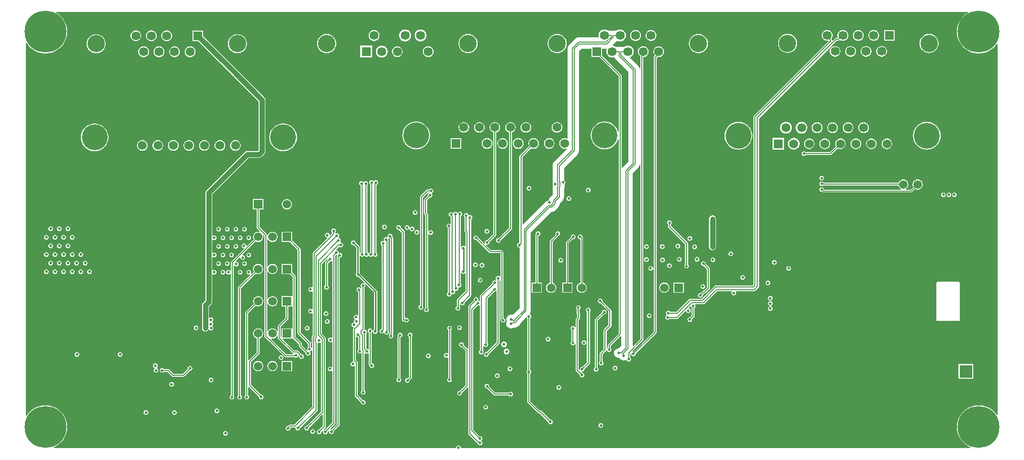
<source format=gbl>
G04*
G04 #@! TF.GenerationSoftware,Altium Limited,Altium Designer,20.0.11 (256)*
G04*
G04 Layer_Physical_Order=4*
G04 Layer_Color=16711680*
%FSLAX25Y25*%
%MOIN*%
G70*
G01*
G75*
%ADD12C,0.00600*%
%ADD17C,0.01000*%
%ADD22C,0.00800*%
%ADD33R,0.05906X0.05906*%
%ADD178C,0.12008*%
%ADD179R,0.06260X0.06260*%
%ADD180C,0.06260*%
%ADD183R,0.09150X0.09150*%
%ADD184C,0.10243*%
%ADD188C,0.03500*%
%ADD192R,0.06142X0.06142*%
%ADD193C,0.06142*%
%ADD194C,0.18012*%
%ADD195C,0.05906*%
%ADD196C,0.02000*%
%ADD197O,0.03543X0.06299*%
%ADD198C,0.29134*%
%ADD199C,0.01987*%
%ADD200C,0.01988*%
G36*
X642209Y288846D02*
X640664Y287899D01*
X638848Y286348D01*
X637298Y284533D01*
X636051Y282498D01*
X635137Y280292D01*
X634580Y277971D01*
X634392Y275590D01*
X634580Y273211D01*
X635137Y270889D01*
X636051Y268684D01*
X637298Y266648D01*
X638848Y264833D01*
X640664Y263282D01*
X642699Y262035D01*
X644905Y261121D01*
X647226Y260564D01*
X649606Y260377D01*
X651986Y260564D01*
X654308Y261121D01*
X656513Y262035D01*
X658549Y263282D01*
X660364Y264833D01*
X661914Y266648D01*
X662162Y267052D01*
X662643Y266916D01*
X662650Y8663D01*
X662169Y8527D01*
X661914Y8942D01*
X660364Y10758D01*
X658549Y12308D01*
X656513Y13556D01*
X654308Y14469D01*
X651986Y15026D01*
X649606Y15214D01*
X647226Y15026D01*
X644905Y14469D01*
X642699Y13556D01*
X640664Y12308D01*
X638848Y10758D01*
X637298Y8942D01*
X636051Y6907D01*
X635137Y4701D01*
X634580Y2380D01*
X634392Y0D01*
X634580Y-2380D01*
X635137Y-4701D01*
X636051Y-6907D01*
X637298Y-8942D01*
X638848Y-10758D01*
X640664Y-12308D01*
X642699Y-13556D01*
X643737Y-13985D01*
X643638Y-14485D01*
X289230Y-14485D01*
X289088Y-14312D01*
X288964Y-13690D01*
X288612Y-13163D01*
X288085Y-12811D01*
X287463Y-12687D01*
X286841Y-12811D01*
X286314Y-13163D01*
X285962Y-13690D01*
X285838Y-14312D01*
X285696Y-14485D01*
X5969Y-14485D01*
X5870Y-13985D01*
X6907Y-13556D01*
X8942Y-12308D01*
X10758Y-10758D01*
X12308Y-8942D01*
X13556Y-6907D01*
X14469Y-4701D01*
X15026Y-2380D01*
X15214Y0D01*
X15026Y2380D01*
X14469Y4701D01*
X13556Y6907D01*
X12308Y8942D01*
X10758Y10758D01*
X8942Y12308D01*
X6907Y13556D01*
X4701Y14469D01*
X2380Y15026D01*
X0Y15214D01*
X-2380Y15026D01*
X-4701Y14469D01*
X-6907Y13556D01*
X-8942Y12308D01*
X-10758Y10758D01*
X-12308Y8942D01*
X-13082Y7680D01*
X-13582Y7821D01*
X-13582Y267769D01*
X-13082Y267910D01*
X-12308Y266648D01*
X-10758Y264833D01*
X-8942Y263282D01*
X-6907Y262035D01*
X-4701Y261121D01*
X-2380Y260564D01*
X0Y260377D01*
X2380Y260564D01*
X4701Y261121D01*
X6907Y262035D01*
X8942Y263282D01*
X10758Y264833D01*
X12308Y266648D01*
X13556Y268684D01*
X14469Y270889D01*
X15026Y273211D01*
X15214Y275590D01*
X15026Y277971D01*
X14469Y280292D01*
X13556Y282498D01*
X12308Y284533D01*
X10758Y286348D01*
X8942Y287899D01*
X7397Y288846D01*
X7538Y289346D01*
X642068D01*
X642209Y288846D01*
D02*
G37*
%LPC*%
G36*
X399982Y277137D02*
X398903Y276995D01*
X397899Y276579D01*
X397535Y276300D01*
X395539D01*
X394678Y276187D01*
X394588Y276150D01*
X394498Y276187D01*
X393636Y276300D01*
X391641D01*
X391277Y276579D01*
X390272Y276995D01*
X389194Y277137D01*
X388116Y276995D01*
X387111Y276579D01*
X386249Y275917D01*
X385587Y275055D01*
X385171Y274050D01*
X385029Y272972D01*
X385132Y272188D01*
X384756Y271688D01*
X371108D01*
X370247Y271575D01*
X369777Y271380D01*
X369444Y271242D01*
X368755Y270713D01*
X364491Y266449D01*
X363962Y265760D01*
X363824Y265428D01*
X363629Y264957D01*
X363516Y264096D01*
Y201425D01*
X363016Y201091D01*
X362443Y201328D01*
X361485Y201454D01*
X360526Y201328D01*
X359633Y200958D01*
X358867Y200370D01*
X358278Y199603D01*
X357908Y198710D01*
X357782Y197752D01*
X357908Y196793D01*
X358278Y195900D01*
X358867Y195133D01*
X359633Y194545D01*
X360526Y194175D01*
X361485Y194049D01*
X362443Y194175D01*
X362622Y194249D01*
X362905Y193825D01*
X354126Y185046D01*
X353597Y184357D01*
X353459Y184024D01*
X353264Y183554D01*
X353151Y182692D01*
Y170679D01*
X353238Y170020D01*
X353149Y169887D01*
X353025Y169265D01*
X353149Y168643D01*
X353238Y168510D01*
X353151Y167850D01*
Y162155D01*
X351383Y160387D01*
X350855Y159698D01*
X350717Y159365D01*
X350522Y158895D01*
X350411Y158050D01*
X350294Y157897D01*
X350272Y157846D01*
X350221D01*
X349360Y157733D01*
X348557Y157400D01*
X347868Y156871D01*
X332454Y141458D01*
X331992Y141649D01*
Y188394D01*
X338118Y194520D01*
X338952Y194175D01*
X339910Y194049D01*
X340868Y194175D01*
X341761Y194545D01*
X342528Y195133D01*
X343116Y195900D01*
X343486Y196793D01*
X343613Y197752D01*
X343486Y198710D01*
X343116Y199603D01*
X342528Y200370D01*
X341761Y200958D01*
X340868Y201328D01*
X339910Y201454D01*
X338952Y201328D01*
X338059Y200958D01*
X337292Y200370D01*
X336703Y199603D01*
X336334Y198710D01*
X336208Y197752D01*
X336334Y196793D01*
X336679Y195960D01*
X330254Y189535D01*
X330033Y189205D01*
X329956Y188815D01*
Y128536D01*
X329896Y128487D01*
X329274Y128363D01*
X328747Y128011D01*
X328395Y127483D01*
X328271Y126862D01*
X328395Y126240D01*
X328747Y125713D01*
X329274Y125360D01*
X329896Y125237D01*
X329998Y125153D01*
Y82875D01*
X325476Y78353D01*
X324645Y78462D01*
X324270D01*
X323408Y78349D01*
X322605Y78016D01*
X321916Y77487D01*
X321387Y76798D01*
X321054Y75995D01*
X320941Y75134D01*
X321054Y74272D01*
X321205Y73909D01*
X321129Y73810D01*
X320797Y73008D01*
X320684Y72146D01*
X320797Y71285D01*
X321129Y70482D01*
X321658Y69792D01*
X322348Y69264D01*
X323150Y68931D01*
X324012Y68818D01*
X324387D01*
X325249Y68931D01*
X325719Y69126D01*
X326052Y69264D01*
X326386Y69520D01*
X326909D01*
X327770Y69634D01*
X328240Y69829D01*
X328573Y69966D01*
X329262Y70495D01*
X330317Y71550D01*
X330846Y72239D01*
X331109Y72874D01*
X334610Y76375D01*
X335215Y76273D01*
X335405Y75988D01*
X335536Y75900D01*
Y39757D01*
X335405Y39669D01*
X335053Y39142D01*
X334929Y38520D01*
X335053Y37898D01*
X335405Y37371D01*
X335536Y37284D01*
Y17726D01*
X335614Y17336D01*
X335835Y17006D01*
X342765Y10075D01*
X343096Y9854D01*
X343485Y9777D01*
X343485Y9777D01*
X343932D01*
X349918Y3791D01*
X349887Y3637D01*
X350011Y3015D01*
X350363Y2488D01*
X350890Y2136D01*
X351512Y2012D01*
X352134Y2136D01*
X352661Y2488D01*
X353013Y3015D01*
X353137Y3637D01*
X353013Y4259D01*
X352661Y4786D01*
X352134Y5138D01*
X351512Y5262D01*
X351358Y5231D01*
X345074Y11515D01*
X344744Y11735D01*
X344354Y11813D01*
X343907D01*
X337572Y18147D01*
Y37284D01*
X337703Y37371D01*
X338056Y37898D01*
X338179Y38520D01*
X338056Y39142D01*
X337703Y39669D01*
X337572Y39757D01*
Y75900D01*
X337703Y75988D01*
X338056Y76515D01*
X338179Y77137D01*
X338056Y77759D01*
X337703Y78286D01*
X337393Y78493D01*
X337228Y79099D01*
X337409Y79335D01*
X337742Y80138D01*
X337855Y80999D01*
Y135748D01*
X352097Y149989D01*
X352330D01*
X353191Y150103D01*
X353661Y150298D01*
X353994Y150435D01*
X354683Y150964D01*
X356730Y153011D01*
X357259Y153700D01*
X357440Y154139D01*
X357820Y154633D01*
X358152Y155436D01*
X358244Y156137D01*
X360033Y157925D01*
X360562Y158615D01*
X360894Y159417D01*
X361008Y160279D01*
Y166129D01*
X361026Y166154D01*
X361164Y166486D01*
X361359Y166956D01*
X361472Y167818D01*
Y169448D01*
X361586Y169524D01*
X361939Y170051D01*
X362062Y170673D01*
X361939Y171295D01*
X361586Y171822D01*
X361129Y172127D01*
X361026Y172376D01*
X361008Y172400D01*
Y180817D01*
X370398Y190207D01*
X370927Y190896D01*
X371065Y191229D01*
X371259Y191699D01*
X371373Y192560D01*
Y262220D01*
X372984Y263831D01*
X380071D01*
Y258061D01*
X385655D01*
X385811Y257827D01*
X398967Y244671D01*
Y206222D01*
X398467Y206147D01*
X398198Y207036D01*
X397306Y208705D01*
X396105Y210167D01*
X394643Y211368D01*
X392974Y212260D01*
X391163Y212809D01*
X389280Y212994D01*
X387397Y212809D01*
X385586Y212260D01*
X383917Y211368D01*
X382455Y210167D01*
X381254Y208705D01*
X380362Y207036D01*
X379813Y205225D01*
X379628Y203342D01*
X379813Y201459D01*
X380362Y199648D01*
X381254Y197979D01*
X382455Y196517D01*
X383917Y195316D01*
X385586Y194424D01*
X387397Y193875D01*
X389280Y193690D01*
X391163Y193875D01*
X392974Y194424D01*
X394643Y195316D01*
X396105Y196517D01*
X397306Y197979D01*
X398198Y199648D01*
X398467Y200537D01*
X398967Y200462D01*
Y65053D01*
X391679Y57765D01*
X391458Y57434D01*
X391381Y57045D01*
Y55418D01*
X391138Y55216D01*
X390638Y55443D01*
Y67052D01*
X393669Y70083D01*
X393889Y70413D01*
X393967Y70803D01*
Y81158D01*
X393889Y81548D01*
X393669Y81878D01*
X387744Y87802D01*
X387775Y87957D01*
X387652Y88578D01*
X387299Y89105D01*
X386772Y89458D01*
X386150Y89581D01*
X385528Y89458D01*
X385001Y89105D01*
X384649Y88578D01*
X384525Y87957D01*
X384649Y87335D01*
X385001Y86808D01*
X385528Y86455D01*
X386150Y86332D01*
X386305Y86362D01*
X391931Y80736D01*
Y71225D01*
X388900Y68194D01*
X388679Y67863D01*
X388602Y67474D01*
Y54400D01*
X386092Y51891D01*
X385872Y51560D01*
X385794Y51171D01*
Y45879D01*
X385663Y45791D01*
X385311Y45264D01*
X385187Y44642D01*
X385311Y44020D01*
X385663Y43493D01*
X386190Y43141D01*
X386812Y43017D01*
X387434Y43141D01*
X387961Y43493D01*
X388313Y44020D01*
X388437Y44642D01*
X388313Y45264D01*
X387961Y45791D01*
X387830Y45879D01*
Y50749D01*
X390340Y53259D01*
X390401Y53351D01*
X390567Y53373D01*
X390972Y53305D01*
X391250Y52890D01*
X391777Y52537D01*
X392399Y52414D01*
X393021Y52537D01*
X393548Y52890D01*
X393900Y53417D01*
X394024Y54039D01*
X393900Y54660D01*
X393548Y55188D01*
X393417Y55275D01*
Y56623D01*
X400422Y63628D01*
X400922Y63421D01*
Y56582D01*
X399296Y54957D01*
X399168Y54973D01*
X398307Y54860D01*
X397504Y54527D01*
X396815Y53999D01*
X396286Y53309D01*
X395953Y52506D01*
X395840Y51645D01*
X395953Y50783D01*
X396286Y49981D01*
X396815Y49291D01*
X396837Y49269D01*
X397527Y48740D01*
X398329Y48407D01*
X399191Y48294D01*
X399407D01*
X399855Y47709D01*
X400121Y47443D01*
X400810Y46914D01*
X401613Y46582D01*
X402475Y46468D01*
X403336Y46582D01*
X403994Y46854D01*
X404408Y46742D01*
X404587Y46628D01*
X404885Y46181D01*
X405412Y45829D01*
X406034Y45705D01*
X406656Y45829D01*
X407183Y46181D01*
X407535Y46708D01*
X407659Y47330D01*
X407535Y47952D01*
X407183Y48479D01*
X407052Y48567D01*
Y51160D01*
X407204Y51265D01*
X407655Y50969D01*
X407651Y50950D01*
X407775Y50328D01*
X408127Y49801D01*
X408654Y49449D01*
X409276Y49325D01*
X409898Y49449D01*
X410425Y49801D01*
X410777Y50328D01*
X410901Y50950D01*
X410870Y51105D01*
X425070Y65305D01*
X425291Y65635D01*
X425368Y66024D01*
Y257400D01*
X426108Y258140D01*
X426950Y258029D01*
X427924Y258157D01*
X428831Y258533D01*
X429610Y259131D01*
X430208Y259910D01*
X430584Y260817D01*
X430712Y261791D01*
X430584Y262765D01*
X430208Y263672D01*
X429610Y264451D01*
X428831Y265049D01*
X427924Y265425D01*
X426950Y265553D01*
X425977Y265425D01*
X425069Y265049D01*
X424290Y264451D01*
X423692Y263672D01*
X423316Y262765D01*
X423188Y261791D01*
X423316Y260817D01*
X423692Y259910D01*
X424259Y259170D01*
X423630Y258541D01*
X423410Y258211D01*
X423332Y257822D01*
Y110942D01*
X422832Y110893D01*
X422774Y111185D01*
X422422Y111712D01*
X421895Y112064D01*
X421273Y112188D01*
X420651Y112064D01*
X420124Y111712D01*
X419772Y111185D01*
X419648Y110563D01*
X419772Y109941D01*
X420124Y109414D01*
X420651Y109062D01*
X421273Y108938D01*
X421895Y109062D01*
X422422Y109414D01*
X422774Y109941D01*
X422832Y110233D01*
X423332Y110184D01*
Y66446D01*
X409431Y52544D01*
X409276Y52575D01*
X408864Y52493D01*
X408617Y52954D01*
X415885Y60222D01*
X416106Y60552D01*
X416183Y60941D01*
Y258031D01*
X417136Y258157D01*
X418044Y258533D01*
X418823Y259131D01*
X419421Y259910D01*
X419797Y260817D01*
X419925Y261791D01*
X419797Y262765D01*
X419421Y263672D01*
X418823Y264451D01*
X418044Y265049D01*
X417136Y265425D01*
X416163Y265553D01*
X415189Y265425D01*
X414282Y265049D01*
X413503Y264451D01*
X412905Y263672D01*
X412529Y262765D01*
X412401Y261791D01*
X412529Y260817D01*
X412905Y259910D01*
X413503Y259131D01*
X414147Y258636D01*
Y249626D01*
X413647Y249593D01*
X413550Y250335D01*
X413217Y251137D01*
X412688Y251827D01*
X406980Y257535D01*
X407077Y258026D01*
X407458Y258183D01*
X408321Y258845D01*
X408983Y259708D01*
X409399Y260713D01*
X409541Y261791D01*
X409399Y262869D01*
X408983Y263874D01*
X408321Y264736D01*
X407458Y265398D01*
X406454Y265814D01*
X405375Y265956D01*
X404297Y265814D01*
X403293Y265398D01*
X402929Y265119D01*
X400933D01*
X400072Y265006D01*
X399982Y264969D01*
X399892Y265006D01*
X399030Y265119D01*
X397034D01*
X396671Y265398D01*
X395666Y265814D01*
X394943Y265910D01*
X394763Y266438D01*
X397541Y269216D01*
X397746Y269482D01*
X397899Y269364D01*
X398903Y268948D01*
X399982Y268806D01*
X401060Y268948D01*
X402064Y269364D01*
X402927Y270026D01*
X403589Y270889D01*
X404005Y271894D01*
X404147Y272972D01*
X404005Y274050D01*
X403589Y275055D01*
X402927Y275917D01*
X402064Y276579D01*
X401060Y276995D01*
X399982Y277137D01*
D02*
G37*
G36*
X555047Y276863D02*
X554073Y276735D01*
X553166Y276359D01*
X552387Y275761D01*
X551789Y274982D01*
X551413Y274075D01*
X551285Y273101D01*
X551413Y272127D01*
X551576Y271733D01*
X551232Y271389D01*
X550395D01*
X550006Y271312D01*
X549675Y271091D01*
X548078Y269494D01*
X547578Y269701D01*
Y269744D01*
X547500Y270134D01*
X547280Y270464D01*
X547086Y270658D01*
X547517Y271220D01*
X547893Y272127D01*
X548022Y273101D01*
X547893Y274075D01*
X547517Y274982D01*
X546920Y275761D01*
X546140Y276359D01*
X545233Y276735D01*
X544259Y276863D01*
X543286Y276735D01*
X542378Y276359D01*
X541599Y275761D01*
X541001Y274982D01*
X540625Y274075D01*
X540497Y273101D01*
X540625Y272127D01*
X541001Y271220D01*
X541599Y270441D01*
X542378Y269843D01*
X543286Y269467D01*
X544259Y269339D01*
X544733Y269401D01*
X544967Y268928D01*
X544438Y268399D01*
X544438Y268399D01*
X493102Y217063D01*
X492881Y216732D01*
X492803Y216343D01*
Y99177D01*
X492281Y98654D01*
X466493D01*
X466103Y98577D01*
X465773Y98356D01*
X456875Y89458D01*
X448645D01*
X448255Y89380D01*
X447925Y89160D01*
X439235Y80470D01*
X434742D01*
X434655Y80601D01*
X434127Y80953D01*
X433506Y81077D01*
X432884Y80953D01*
X432357Y80601D01*
X432004Y80074D01*
X431881Y79452D01*
X432004Y78830D01*
X432357Y78303D01*
X432283Y77750D01*
X432079Y77613D01*
X431726Y77086D01*
X431602Y76464D01*
X431726Y75843D01*
X432079Y75315D01*
X432606Y74963D01*
X433227Y74840D01*
X433849Y74963D01*
X434376Y75315D01*
X434464Y75446D01*
X439552D01*
X439941Y75524D01*
X440272Y75745D01*
X445452Y80924D01*
X445994Y80760D01*
X446054Y80461D01*
X446406Y79933D01*
X446933Y79581D01*
X447555Y79457D01*
X448177Y79581D01*
X448704Y79933D01*
X449056Y80461D01*
X449180Y81082D01*
X449056Y81704D01*
X448704Y82231D01*
X448177Y82583D01*
X447877Y82643D01*
X447713Y83186D01*
X448801Y84274D01*
X448853Y84271D01*
X449311Y84077D01*
X449401Y83624D01*
X449753Y83097D01*
X449884Y83010D01*
Y77777D01*
X448690Y76583D01*
X448536Y76614D01*
X447914Y76491D01*
X447387Y76138D01*
X447035Y75611D01*
X446911Y74989D01*
X447035Y74367D01*
X447387Y73840D01*
X447914Y73488D01*
X448536Y73364D01*
X449158Y73488D01*
X449685Y73840D01*
X450037Y74367D01*
X450161Y74989D01*
X450130Y75144D01*
X451622Y76636D01*
X451842Y76966D01*
X451920Y77355D01*
Y83010D01*
X452051Y83097D01*
X452403Y83624D01*
X452527Y84246D01*
X452403Y84868D01*
X452234Y85122D01*
X452501Y85622D01*
X458042D01*
X458431Y85699D01*
X458762Y85920D01*
X467660Y94818D01*
X477579D01*
X477847Y94318D01*
X477677Y94064D01*
X477553Y93443D01*
X477677Y92821D01*
X478029Y92294D01*
X478556Y91941D01*
X479178Y91818D01*
X479800Y91941D01*
X480327Y92294D01*
X480680Y92821D01*
X480803Y93443D01*
X480680Y94064D01*
X480510Y94318D01*
X480777Y94818D01*
X493448D01*
X493838Y94896D01*
X494168Y95117D01*
X496341Y97290D01*
X496562Y97620D01*
X496639Y98009D01*
X496639Y98009D01*
Y215176D01*
X547678Y266214D01*
X547678Y266214D01*
X550817Y269353D01*
X551653D01*
X552043Y269431D01*
X552373Y269651D01*
X552826Y270104D01*
X553166Y269843D01*
X554073Y269467D01*
X555047Y269339D01*
X556020Y269467D01*
X556928Y269843D01*
X557707Y270441D01*
X558305Y271220D01*
X558681Y272127D01*
X558809Y273101D01*
X558681Y274075D01*
X558305Y274982D01*
X557707Y275761D01*
X556928Y276359D01*
X556020Y276735D01*
X555047Y276863D01*
D02*
G37*
G36*
X591139Y276831D02*
X583679D01*
Y269371D01*
X591139D01*
Y276831D01*
D02*
G37*
G36*
X576622Y276863D02*
X575648Y276735D01*
X574741Y276359D01*
X573961Y275761D01*
X573363Y274982D01*
X572988Y274075D01*
X572859Y273101D01*
X572988Y272127D01*
X573363Y271220D01*
X573961Y270441D01*
X574741Y269843D01*
X575648Y269467D01*
X576622Y269339D01*
X577595Y269467D01*
X578503Y269843D01*
X579282Y270441D01*
X579880Y271220D01*
X580256Y272127D01*
X580384Y273101D01*
X580256Y274075D01*
X579880Y274982D01*
X579282Y275761D01*
X578503Y276359D01*
X577595Y276735D01*
X576622Y276863D01*
D02*
G37*
G36*
X565834D02*
X564860Y276735D01*
X563953Y276359D01*
X563174Y275761D01*
X562576Y274982D01*
X562200Y274075D01*
X562072Y273101D01*
X562200Y272127D01*
X562576Y271220D01*
X563174Y270441D01*
X563953Y269843D01*
X564860Y269467D01*
X565834Y269339D01*
X566808Y269467D01*
X567715Y269843D01*
X568494Y270441D01*
X569092Y271220D01*
X569468Y272127D01*
X569596Y273101D01*
X569468Y274075D01*
X569092Y274982D01*
X568494Y275761D01*
X567715Y276359D01*
X566808Y276735D01*
X565834Y276863D01*
D02*
G37*
G36*
X421556Y276734D02*
X420583Y276606D01*
X419675Y276230D01*
X418896Y275632D01*
X418298Y274853D01*
X417922Y273945D01*
X417794Y272972D01*
X417922Y271998D01*
X418298Y271091D01*
X418896Y270312D01*
X419675Y269714D01*
X420583Y269338D01*
X421556Y269210D01*
X422530Y269338D01*
X423438Y269714D01*
X424217Y270312D01*
X424815Y271091D01*
X425190Y271998D01*
X425318Y272972D01*
X425190Y273945D01*
X424815Y274853D01*
X424217Y275632D01*
X423438Y276230D01*
X422530Y276606D01*
X421556Y276734D01*
D02*
G37*
G36*
X410769D02*
X409795Y276606D01*
X408888Y276230D01*
X408109Y275632D01*
X407511Y274853D01*
X407135Y273945D01*
X407007Y272972D01*
X407135Y271998D01*
X407511Y271091D01*
X408109Y270312D01*
X408888Y269714D01*
X409795Y269338D01*
X410769Y269210D01*
X411743Y269338D01*
X412650Y269714D01*
X413429Y270312D01*
X414027Y271091D01*
X414403Y271998D01*
X414531Y272972D01*
X414403Y273945D01*
X414027Y274853D01*
X413429Y275632D01*
X412650Y276230D01*
X411743Y276606D01*
X410769Y276734D01*
D02*
G37*
G36*
X228781D02*
X227807Y276606D01*
X226900Y276230D01*
X226121Y275632D01*
X225523Y274853D01*
X225147Y273945D01*
X225019Y272972D01*
X225147Y271998D01*
X225523Y271091D01*
X226121Y270312D01*
X226900Y269714D01*
X227807Y269338D01*
X228781Y269210D01*
X229755Y269338D01*
X230662Y269714D01*
X231441Y270312D01*
X232039Y271091D01*
X232415Y271998D01*
X232543Y272972D01*
X232415Y273945D01*
X232039Y274853D01*
X231441Y275632D01*
X230662Y276230D01*
X229755Y276606D01*
X228781Y276734D01*
D02*
G37*
G36*
X84562Y276582D02*
X83588Y276453D01*
X82681Y276078D01*
X81902Y275480D01*
X81304Y274700D01*
X80928Y273793D01*
X80800Y272819D01*
X80928Y271846D01*
X81304Y270938D01*
X81902Y270159D01*
X82681Y269561D01*
X83588Y269185D01*
X84562Y269057D01*
X85536Y269185D01*
X86443Y269561D01*
X87222Y270159D01*
X87820Y270938D01*
X88196Y271846D01*
X88324Y272819D01*
X88196Y273793D01*
X87820Y274700D01*
X87222Y275480D01*
X86443Y276078D01*
X85536Y276453D01*
X84562Y276582D01*
D02*
G37*
G36*
X73775D02*
X72801Y276453D01*
X71894Y276078D01*
X71114Y275480D01*
X70517Y274700D01*
X70141Y273793D01*
X70012Y272819D01*
X70141Y271846D01*
X70517Y270938D01*
X71114Y270159D01*
X71894Y269561D01*
X72801Y269185D01*
X73775Y269057D01*
X74748Y269185D01*
X75656Y269561D01*
X76435Y270159D01*
X77033Y270938D01*
X77408Y271846D01*
X77537Y272819D01*
X77408Y273793D01*
X77033Y274700D01*
X76435Y275480D01*
X75656Y276078D01*
X74748Y276453D01*
X73775Y276582D01*
D02*
G37*
G36*
X62987D02*
X62014Y276453D01*
X61106Y276078D01*
X60327Y275480D01*
X59729Y274700D01*
X59353Y273793D01*
X59225Y272819D01*
X59353Y271846D01*
X59729Y270938D01*
X60327Y270159D01*
X61106Y269561D01*
X62014Y269185D01*
X62987Y269057D01*
X63961Y269185D01*
X64868Y269561D01*
X65647Y270159D01*
X66245Y270938D01*
X66621Y271846D01*
X66749Y272819D01*
X66621Y273793D01*
X66245Y274700D01*
X65647Y275480D01*
X64868Y276078D01*
X63961Y276453D01*
X62987Y276582D01*
D02*
G37*
G36*
X261143Y277137D02*
X260065Y276995D01*
X259061Y276579D01*
X258198Y275917D01*
X257536Y275055D01*
X257120Y274050D01*
X256978Y272972D01*
X257120Y271894D01*
X257536Y270889D01*
X258198Y270026D01*
X259061Y269364D01*
X260065Y268948D01*
X261143Y268806D01*
X262222Y268948D01*
X263226Y269364D01*
X264089Y270026D01*
X264751Y270889D01*
X265167Y271894D01*
X265309Y272972D01*
X265167Y274050D01*
X264751Y275055D01*
X264089Y275917D01*
X263226Y276579D01*
X262222Y276995D01*
X261143Y277137D01*
D02*
G37*
G36*
X250356D02*
X249278Y276995D01*
X248273Y276579D01*
X247410Y275917D01*
X246748Y275055D01*
X246332Y274050D01*
X246190Y272972D01*
X246332Y271894D01*
X246748Y270889D01*
X247410Y270026D01*
X248273Y269364D01*
X249278Y268948D01*
X250356Y268806D01*
X251434Y268948D01*
X252439Y269364D01*
X253302Y270026D01*
X253963Y270889D01*
X254380Y271894D01*
X254522Y272972D01*
X254380Y274050D01*
X253963Y275055D01*
X253302Y275917D01*
X252439Y276579D01*
X251434Y276995D01*
X250356Y277137D01*
D02*
G37*
G36*
X615007Y274147D02*
X613713Y274019D01*
X612468Y273641D01*
X611321Y273028D01*
X610315Y272203D01*
X609490Y271197D01*
X608877Y270050D01*
X608499Y268805D01*
X608371Y267511D01*
X608499Y266216D01*
X608877Y264971D01*
X609490Y263824D01*
X610315Y262818D01*
X611321Y261993D01*
X612468Y261380D01*
X613713Y261002D01*
X615007Y260875D01*
X616302Y261002D01*
X617547Y261380D01*
X618694Y261993D01*
X619700Y262818D01*
X620525Y263824D01*
X621138Y264971D01*
X621516Y266216D01*
X621643Y267511D01*
X621516Y268805D01*
X621138Y270050D01*
X620525Y271197D01*
X619700Y272203D01*
X618694Y273028D01*
X617547Y273641D01*
X616302Y274019D01*
X615007Y274147D01*
D02*
G37*
G36*
X516622D02*
X515327Y274019D01*
X514082Y273641D01*
X512935Y273028D01*
X511929Y272203D01*
X511104Y271197D01*
X510491Y270050D01*
X510113Y268805D01*
X509986Y267511D01*
X510113Y266216D01*
X510491Y264971D01*
X511104Y263824D01*
X511929Y262818D01*
X512935Y261993D01*
X514082Y261380D01*
X515327Y261002D01*
X516622Y260875D01*
X517916Y261002D01*
X519161Y261380D01*
X520308Y261993D01*
X521314Y262818D01*
X522139Y263824D01*
X522752Y264971D01*
X523130Y266216D01*
X523257Y267511D01*
X523130Y268805D01*
X522752Y270050D01*
X522139Y271197D01*
X521314Y272203D01*
X520308Y273028D01*
X519161Y273641D01*
X517916Y274019D01*
X516622Y274147D01*
D02*
G37*
G36*
X454588Y274017D02*
X453293Y273890D01*
X452049Y273512D01*
X450901Y272899D01*
X449896Y272074D01*
X449071Y271068D01*
X448457Y269921D01*
X448080Y268676D01*
X447952Y267381D01*
X448080Y266087D01*
X448457Y264842D01*
X449071Y263695D01*
X449896Y262689D01*
X450901Y261864D01*
X452049Y261251D01*
X453293Y260873D01*
X454588Y260746D01*
X455883Y260873D01*
X457127Y261251D01*
X458275Y261864D01*
X459280Y262689D01*
X460106Y263695D01*
X460719Y264842D01*
X461096Y266087D01*
X461224Y267381D01*
X461096Y268676D01*
X460719Y269921D01*
X460106Y271068D01*
X459280Y272074D01*
X458275Y272899D01*
X457127Y273512D01*
X455883Y273890D01*
X454588Y274017D01*
D02*
G37*
G36*
X356202D02*
X354908Y273890D01*
X353663Y273512D01*
X352516Y272899D01*
X351510Y272074D01*
X350685Y271068D01*
X350072Y269921D01*
X349694Y268676D01*
X349566Y267381D01*
X349694Y266087D01*
X350072Y264842D01*
X350685Y263695D01*
X351510Y262689D01*
X352516Y261864D01*
X353663Y261251D01*
X354908Y260873D01*
X356202Y260746D01*
X357497Y260873D01*
X358742Y261251D01*
X359889Y261864D01*
X360894Y262689D01*
X361720Y263695D01*
X362333Y264842D01*
X362711Y266087D01*
X362838Y267381D01*
X362711Y268676D01*
X362333Y269921D01*
X361720Y271068D01*
X360894Y272074D01*
X359889Y272899D01*
X358742Y273512D01*
X357497Y273890D01*
X356202Y274017D01*
D02*
G37*
G36*
X294175D02*
X292880Y273890D01*
X291635Y273512D01*
X290488Y272899D01*
X289482Y272074D01*
X288657Y271068D01*
X288044Y269921D01*
X287666Y268676D01*
X287539Y267381D01*
X287666Y266087D01*
X288044Y264842D01*
X288657Y263695D01*
X289482Y262689D01*
X290488Y261864D01*
X291635Y261251D01*
X292880Y260873D01*
X294175Y260746D01*
X295469Y260873D01*
X296714Y261251D01*
X297862Y261864D01*
X298867Y262689D01*
X299692Y263695D01*
X300306Y264842D01*
X300683Y266087D01*
X300811Y267381D01*
X300683Y268676D01*
X300306Y269921D01*
X299692Y271068D01*
X298867Y272074D01*
X297862Y272899D01*
X296714Y273512D01*
X295469Y273890D01*
X294175Y274017D01*
D02*
G37*
G36*
X195789D02*
X194494Y273890D01*
X193250Y273512D01*
X192102Y272899D01*
X191097Y272074D01*
X190271Y271068D01*
X189658Y269921D01*
X189281Y268676D01*
X189153Y267381D01*
X189281Y266087D01*
X189658Y264842D01*
X190271Y263695D01*
X191097Y262689D01*
X192102Y261864D01*
X193250Y261251D01*
X194494Y260873D01*
X195789Y260746D01*
X197084Y260873D01*
X198328Y261251D01*
X199476Y261864D01*
X200481Y262689D01*
X201307Y263695D01*
X201920Y264842D01*
X202297Y266087D01*
X202425Y267381D01*
X202297Y268676D01*
X201920Y269921D01*
X201307Y271068D01*
X200481Y272074D01*
X199476Y272899D01*
X198328Y273512D01*
X197084Y273890D01*
X195789Y274017D01*
D02*
G37*
G36*
X133735Y273865D02*
X132441Y273737D01*
X131196Y273359D01*
X130049Y272746D01*
X129043Y271921D01*
X128218Y270916D01*
X127605Y269768D01*
X127227Y268523D01*
X127100Y267229D01*
X127227Y265934D01*
X127605Y264689D01*
X128218Y263542D01*
X129043Y262537D01*
X130049Y261711D01*
X131196Y261098D01*
X132441Y260720D01*
X133735Y260593D01*
X135030Y260720D01*
X136275Y261098D01*
X137422Y261711D01*
X138428Y262537D01*
X139253Y263542D01*
X139866Y264689D01*
X140244Y265934D01*
X140371Y267229D01*
X140244Y268523D01*
X139866Y269768D01*
X139253Y270916D01*
X138428Y271921D01*
X137422Y272746D01*
X136275Y273359D01*
X135030Y273737D01*
X133735Y273865D01*
D02*
G37*
G36*
X35350D02*
X34055Y273737D01*
X32810Y273359D01*
X31663Y272746D01*
X30657Y271921D01*
X29832Y270916D01*
X29219Y269768D01*
X28841Y268523D01*
X28714Y267229D01*
X28841Y265934D01*
X29219Y264689D01*
X29832Y263542D01*
X30657Y262537D01*
X31663Y261711D01*
X32810Y261098D01*
X34055Y260720D01*
X35350Y260593D01*
X36644Y260720D01*
X37889Y261098D01*
X39036Y261711D01*
X40042Y262537D01*
X40867Y263542D01*
X41480Y264689D01*
X41858Y265934D01*
X41985Y267229D01*
X41858Y268523D01*
X41480Y269768D01*
X40867Y270916D01*
X40042Y271921D01*
X39036Y272746D01*
X37889Y273359D01*
X36644Y273737D01*
X35350Y273865D01*
D02*
G37*
G36*
X582015Y265682D02*
X581041Y265554D01*
X580134Y265178D01*
X579355Y264580D01*
X578757Y263801D01*
X578381Y262894D01*
X578253Y261920D01*
X578381Y260946D01*
X578757Y260039D01*
X579355Y259260D01*
X580134Y258662D01*
X581041Y258286D01*
X582015Y258158D01*
X582989Y258286D01*
X583896Y258662D01*
X584675Y259260D01*
X585273Y260039D01*
X585649Y260946D01*
X585777Y261920D01*
X585649Y262894D01*
X585273Y263801D01*
X584675Y264580D01*
X583896Y265178D01*
X582989Y265554D01*
X582015Y265682D01*
D02*
G37*
G36*
X571228D02*
X570254Y265554D01*
X569347Y265178D01*
X568568Y264580D01*
X567970Y263801D01*
X567594Y262894D01*
X567466Y261920D01*
X567594Y260946D01*
X567970Y260039D01*
X568568Y259260D01*
X569347Y258662D01*
X570254Y258286D01*
X571228Y258158D01*
X572201Y258286D01*
X573109Y258662D01*
X573888Y259260D01*
X574486Y260039D01*
X574862Y260946D01*
X574990Y261920D01*
X574862Y262894D01*
X574486Y263801D01*
X573888Y264580D01*
X573109Y265178D01*
X572201Y265554D01*
X571228Y265682D01*
D02*
G37*
G36*
X560440D02*
X559467Y265554D01*
X558559Y265178D01*
X557780Y264580D01*
X557182Y263801D01*
X556807Y262894D01*
X556678Y261920D01*
X556807Y260946D01*
X557182Y260039D01*
X557780Y259260D01*
X558559Y258662D01*
X559467Y258286D01*
X560440Y258158D01*
X561414Y258286D01*
X562322Y258662D01*
X563101Y259260D01*
X563698Y260039D01*
X564074Y260946D01*
X564202Y261920D01*
X564074Y262894D01*
X563698Y263801D01*
X563101Y264580D01*
X562322Y265178D01*
X561414Y265554D01*
X560440Y265682D01*
D02*
G37*
G36*
X549653D02*
X548679Y265554D01*
X547772Y265178D01*
X546993Y264580D01*
X546395Y263801D01*
X546019Y262894D01*
X545891Y261920D01*
X546019Y260946D01*
X546395Y260039D01*
X546993Y259260D01*
X547772Y258662D01*
X548679Y258286D01*
X549653Y258158D01*
X550627Y258286D01*
X551534Y258662D01*
X552313Y259260D01*
X552911Y260039D01*
X553287Y260946D01*
X553415Y261920D01*
X553287Y262894D01*
X552911Y263801D01*
X552313Y264580D01*
X551534Y265178D01*
X550627Y265554D01*
X549653Y265682D01*
D02*
G37*
G36*
X266537Y265553D02*
X265563Y265425D01*
X264656Y265049D01*
X263877Y264451D01*
X263279Y263672D01*
X262903Y262765D01*
X262775Y261791D01*
X262903Y260817D01*
X263279Y259910D01*
X263877Y259131D01*
X264656Y258533D01*
X265563Y258157D01*
X266537Y258029D01*
X267511Y258157D01*
X268418Y258533D01*
X269197Y259131D01*
X269795Y259910D01*
X270171Y260817D01*
X270299Y261791D01*
X270171Y262765D01*
X269795Y263672D01*
X269197Y264451D01*
X268418Y265049D01*
X267511Y265425D01*
X266537Y265553D01*
D02*
G37*
G36*
X244962D02*
X243988Y265425D01*
X243081Y265049D01*
X242302Y264451D01*
X241704Y263672D01*
X241328Y262765D01*
X241200Y261791D01*
X241328Y260817D01*
X241704Y259910D01*
X242302Y259131D01*
X243081Y258533D01*
X243988Y258157D01*
X244962Y258029D01*
X245936Y258157D01*
X246843Y258533D01*
X247622Y259131D01*
X248220Y259910D01*
X248596Y260817D01*
X248724Y261791D01*
X248596Y262765D01*
X248220Y263672D01*
X247622Y264451D01*
X246843Y265049D01*
X245936Y265425D01*
X244962Y265553D01*
D02*
G37*
G36*
X100743Y265400D02*
X99770Y265272D01*
X98862Y264896D01*
X98083Y264298D01*
X97485Y263519D01*
X97109Y262612D01*
X96981Y261638D01*
X97109Y260665D01*
X97485Y259757D01*
X98083Y258978D01*
X98862Y258380D01*
X99770Y258004D01*
X100743Y257876D01*
X101717Y258004D01*
X102624Y258380D01*
X103403Y258978D01*
X104001Y259757D01*
X104377Y260665D01*
X104505Y261638D01*
X104377Y262612D01*
X104001Y263519D01*
X103403Y264298D01*
X102624Y264896D01*
X101717Y265272D01*
X100743Y265400D01*
D02*
G37*
G36*
X89956D02*
X88982Y265272D01*
X88075Y264896D01*
X87296Y264298D01*
X86698Y263519D01*
X86322Y262612D01*
X86194Y261638D01*
X86322Y260665D01*
X86698Y259757D01*
X87296Y258978D01*
X88075Y258380D01*
X88982Y258004D01*
X89956Y257876D01*
X90930Y258004D01*
X91837Y258380D01*
X92616Y258978D01*
X93214Y259757D01*
X93590Y260665D01*
X93718Y261638D01*
X93590Y262612D01*
X93214Y263519D01*
X92616Y264298D01*
X91837Y264896D01*
X90930Y265272D01*
X89956Y265400D01*
D02*
G37*
G36*
X79168D02*
X78195Y265272D01*
X77287Y264896D01*
X76508Y264298D01*
X75910Y263519D01*
X75534Y262612D01*
X75406Y261638D01*
X75534Y260665D01*
X75910Y259757D01*
X76508Y258978D01*
X77287Y258380D01*
X78195Y258004D01*
X79168Y257876D01*
X80142Y258004D01*
X81050Y258380D01*
X81829Y258978D01*
X82427Y259757D01*
X82802Y260665D01*
X82930Y261638D01*
X82802Y262612D01*
X82427Y263519D01*
X81829Y264298D01*
X81050Y264896D01*
X80142Y265272D01*
X79168Y265400D01*
D02*
G37*
G36*
X68381D02*
X67407Y265272D01*
X66500Y264896D01*
X65721Y264298D01*
X65123Y263519D01*
X64747Y262612D01*
X64619Y261638D01*
X64747Y260665D01*
X65123Y259757D01*
X65721Y258978D01*
X66500Y258380D01*
X67407Y258004D01*
X68381Y257876D01*
X69355Y258004D01*
X70262Y258380D01*
X71041Y258978D01*
X71639Y259757D01*
X72015Y260665D01*
X72143Y261638D01*
X72015Y262612D01*
X71639Y263519D01*
X71041Y264298D01*
X70262Y264896D01*
X69355Y265272D01*
X68381Y265400D01*
D02*
G37*
G36*
X227517Y265921D02*
X219257D01*
Y257661D01*
X227517D01*
Y265921D01*
D02*
G37*
G36*
X234175Y265956D02*
X233097Y265814D01*
X232092Y265398D01*
X231229Y264736D01*
X230567Y263874D01*
X230151Y262869D01*
X230009Y261791D01*
X230151Y260713D01*
X230567Y259708D01*
X231229Y258845D01*
X232092Y258183D01*
X233097Y257767D01*
X234175Y257625D01*
X235253Y257767D01*
X236258Y258183D01*
X237120Y258845D01*
X237782Y259708D01*
X238198Y260713D01*
X238340Y261791D01*
X238198Y262869D01*
X237782Y263874D01*
X237120Y264736D01*
X236258Y265398D01*
X235253Y265814D01*
X234175Y265956D01*
D02*
G37*
G36*
X356091Y212635D02*
X355133Y212509D01*
X354240Y212139D01*
X353473Y211551D01*
X352885Y210784D01*
X352515Y209891D01*
X352389Y208933D01*
X352515Y207974D01*
X352885Y207081D01*
X353473Y206314D01*
X354240Y205726D01*
X355133Y205356D01*
X356091Y205230D01*
X357049Y205356D01*
X357942Y205726D01*
X358709Y206314D01*
X359297Y207081D01*
X359667Y207974D01*
X359793Y208933D01*
X359667Y209891D01*
X359297Y210784D01*
X358709Y211551D01*
X357942Y212139D01*
X357049Y212509D01*
X356091Y212635D01*
D02*
G37*
G36*
X334477D02*
X333519Y212509D01*
X332626Y212139D01*
X331859Y211551D01*
X331270Y210784D01*
X330900Y209891D01*
X330774Y208933D01*
X330900Y207974D01*
X331270Y207081D01*
X331859Y206314D01*
X332626Y205726D01*
X333519Y205356D01*
X334477Y205230D01*
X335435Y205356D01*
X336328Y205726D01*
X337095Y206314D01*
X337683Y207081D01*
X338053Y207974D01*
X338179Y208933D01*
X338053Y209891D01*
X337683Y210784D01*
X337095Y211551D01*
X336328Y212139D01*
X335435Y212509D01*
X334477Y212635D01*
D02*
G37*
G36*
X302075D02*
X301117Y212509D01*
X300224Y212139D01*
X299457Y211551D01*
X298869Y210784D01*
X298499Y209891D01*
X298373Y208933D01*
X298499Y207974D01*
X298869Y207081D01*
X299457Y206314D01*
X300224Y205726D01*
X301117Y205356D01*
X302075Y205230D01*
X303034Y205356D01*
X303927Y205726D01*
X304694Y206314D01*
X305282Y207081D01*
X305652Y207974D01*
X305778Y208933D01*
X305652Y209891D01*
X305282Y210784D01*
X304694Y211551D01*
X303927Y212139D01*
X303034Y212509D01*
X302075Y212635D01*
D02*
G37*
G36*
X291288D02*
X290330Y212509D01*
X289437Y212139D01*
X288670Y211551D01*
X288082Y210784D01*
X287712Y209891D01*
X287585Y208933D01*
X287712Y207974D01*
X288082Y207081D01*
X288670Y206314D01*
X289437Y205726D01*
X290330Y205356D01*
X291288Y205230D01*
X292246Y205356D01*
X293139Y205726D01*
X293906Y206314D01*
X294495Y207081D01*
X294864Y207974D01*
X294990Y208933D01*
X294864Y209891D01*
X294495Y210784D01*
X293906Y211551D01*
X293139Y212139D01*
X292246Y212509D01*
X291288Y212635D01*
D02*
G37*
G36*
X569526Y212413D02*
X568568Y212287D01*
X567674Y211917D01*
X566908Y211329D01*
X566319Y210562D01*
X565949Y209669D01*
X565823Y208711D01*
X565949Y207752D01*
X566319Y206859D01*
X566908Y206093D01*
X567674Y205504D01*
X568568Y205134D01*
X569526Y205008D01*
X570484Y205134D01*
X571377Y205504D01*
X572144Y206093D01*
X572732Y206859D01*
X573102Y207752D01*
X573228Y208711D01*
X573102Y209669D01*
X572732Y210562D01*
X572144Y211329D01*
X571377Y211917D01*
X570484Y212287D01*
X569526Y212413D01*
D02*
G37*
G36*
X558699D02*
X557741Y212287D01*
X556848Y211917D01*
X556081Y211329D01*
X555493Y210562D01*
X555123Y209669D01*
X554997Y208711D01*
X555123Y207752D01*
X555493Y206859D01*
X556081Y206093D01*
X556848Y205504D01*
X557741Y205134D01*
X558699Y205008D01*
X559657Y205134D01*
X560550Y205504D01*
X561317Y206093D01*
X561906Y206859D01*
X562276Y207752D01*
X562402Y208711D01*
X562276Y209669D01*
X561906Y210562D01*
X561317Y211329D01*
X560550Y211917D01*
X559657Y212287D01*
X558699Y212413D01*
D02*
G37*
G36*
X547912D02*
X546953Y212287D01*
X546061Y211917D01*
X545294Y211329D01*
X544705Y210562D01*
X544335Y209669D01*
X544209Y208711D01*
X544335Y207752D01*
X544705Y206859D01*
X545294Y206093D01*
X546061Y205504D01*
X546953Y205134D01*
X547912Y205008D01*
X548870Y205134D01*
X549763Y205504D01*
X550530Y206093D01*
X551118Y206859D01*
X551488Y207752D01*
X551614Y208711D01*
X551488Y209669D01*
X551118Y210562D01*
X550530Y211329D01*
X549763Y211917D01*
X548870Y212287D01*
X547912Y212413D01*
D02*
G37*
G36*
X537124D02*
X536166Y212287D01*
X535273Y211917D01*
X534506Y211329D01*
X533918Y210562D01*
X533548Y209669D01*
X533422Y208711D01*
X533548Y207752D01*
X533918Y206859D01*
X534506Y206093D01*
X535273Y205504D01*
X536166Y205134D01*
X537124Y205008D01*
X538083Y205134D01*
X538976Y205504D01*
X539743Y206093D01*
X540331Y206859D01*
X540701Y207752D01*
X540827Y208711D01*
X540701Y209669D01*
X540331Y210562D01*
X539743Y211329D01*
X538976Y211917D01*
X538083Y212287D01*
X537124Y212413D01*
D02*
G37*
G36*
X526298Y212817D02*
X525235Y212677D01*
X524245Y212266D01*
X523394Y211614D01*
X522742Y210764D01*
X522331Y209773D01*
X522192Y208711D01*
X522331Y207648D01*
X522742Y206658D01*
X523394Y205807D01*
X524245Y205155D01*
X525235Y204745D01*
X526298Y204605D01*
X527360Y204745D01*
X528351Y205155D01*
X529201Y205807D01*
X529853Y206658D01*
X530264Y207648D01*
X530404Y208711D01*
X530264Y209773D01*
X529853Y210764D01*
X529201Y211614D01*
X528351Y212266D01*
X527360Y212677D01*
X526298Y212817D01*
D02*
G37*
G36*
X515510D02*
X514447Y212677D01*
X513457Y212266D01*
X512607Y211614D01*
X511954Y210764D01*
X511544Y209773D01*
X511404Y208711D01*
X511544Y207648D01*
X511954Y206658D01*
X512607Y205807D01*
X513457Y205155D01*
X514447Y204745D01*
X515510Y204605D01*
X516573Y204745D01*
X517563Y205155D01*
X518414Y205807D01*
X519066Y206658D01*
X519476Y207648D01*
X519616Y208711D01*
X519476Y209773D01*
X519066Y210764D01*
X518414Y211614D01*
X517563Y212266D01*
X516573Y212677D01*
X515510Y212817D01*
D02*
G37*
G36*
X289565Y201423D02*
X282223D01*
Y194081D01*
X289565D01*
Y201423D01*
D02*
G37*
G36*
X350697Y201454D02*
X349739Y201328D01*
X348846Y200958D01*
X348079Y200370D01*
X347491Y199603D01*
X347121Y198710D01*
X346995Y197752D01*
X347121Y196793D01*
X347491Y195900D01*
X348079Y195133D01*
X348846Y194545D01*
X349739Y194175D01*
X350697Y194049D01*
X351656Y194175D01*
X352549Y194545D01*
X353315Y195133D01*
X353904Y195900D01*
X354274Y196793D01*
X354400Y197752D01*
X354274Y198710D01*
X353904Y199603D01*
X353315Y200370D01*
X352549Y200958D01*
X351656Y201328D01*
X350697Y201454D01*
D02*
G37*
G36*
X329123D02*
X328164Y201328D01*
X327271Y200958D01*
X326504Y200370D01*
X325916Y199603D01*
X325546Y198710D01*
X325420Y197752D01*
X325546Y196793D01*
X325916Y195900D01*
X326504Y195133D01*
X327271Y194545D01*
X328164Y194175D01*
X329123Y194049D01*
X330081Y194175D01*
X330974Y194545D01*
X331741Y195133D01*
X332329Y195900D01*
X332699Y196793D01*
X332825Y197752D01*
X332699Y198710D01*
X332329Y199603D01*
X331741Y200370D01*
X330974Y200958D01*
X330081Y201328D01*
X329123Y201454D01*
D02*
G37*
G36*
X318256D02*
X317298Y201328D01*
X316405Y200958D01*
X315638Y200370D01*
X315050Y199603D01*
X314680Y198710D01*
X314554Y197752D01*
X314680Y196793D01*
X315050Y195900D01*
X315638Y195133D01*
X316405Y194545D01*
X317298Y194175D01*
X318256Y194049D01*
X319215Y194175D01*
X320108Y194545D01*
X320875Y195133D01*
X321463Y195900D01*
X321833Y196793D01*
X321959Y197752D01*
X321833Y198710D01*
X321463Y199603D01*
X320875Y200370D01*
X320108Y200958D01*
X319215Y201328D01*
X318256Y201454D01*
D02*
G37*
G36*
X307469D02*
X306511Y201328D01*
X305618Y200958D01*
X304851Y200370D01*
X304262Y199603D01*
X303893Y198710D01*
X303766Y197752D01*
X303893Y196793D01*
X304262Y195900D01*
X304851Y195133D01*
X305618Y194545D01*
X306511Y194175D01*
X307469Y194049D01*
X308427Y194175D01*
X309320Y194545D01*
X310087Y195133D01*
X310676Y195900D01*
X311045Y196793D01*
X311172Y197752D01*
X311045Y198710D01*
X310676Y199603D01*
X310087Y200370D01*
X309320Y200958D01*
X308427Y201328D01*
X307469Y201454D01*
D02*
G37*
G36*
X585707Y201232D02*
X584749Y201106D01*
X583856Y200736D01*
X583089Y200148D01*
X582501Y199381D01*
X582131Y198488D01*
X582004Y197529D01*
X582131Y196571D01*
X582501Y195678D01*
X583089Y194911D01*
X583856Y194323D01*
X584749Y193953D01*
X585707Y193827D01*
X586665Y193953D01*
X587558Y194323D01*
X588325Y194911D01*
X588913Y195678D01*
X589283Y196571D01*
X589409Y197529D01*
X589283Y198488D01*
X588913Y199381D01*
X588325Y200148D01*
X587558Y200736D01*
X586665Y201106D01*
X585707Y201232D01*
D02*
G37*
G36*
X574920D02*
X573961Y201106D01*
X573068Y200736D01*
X572301Y200148D01*
X571713Y199381D01*
X571343Y198488D01*
X571217Y197529D01*
X571343Y196571D01*
X571713Y195678D01*
X572301Y194911D01*
X573068Y194323D01*
X573961Y193953D01*
X574920Y193827D01*
X575878Y193953D01*
X576771Y194323D01*
X577538Y194911D01*
X578126Y195678D01*
X578496Y196571D01*
X578622Y197529D01*
X578496Y198488D01*
X578126Y199381D01*
X577538Y200148D01*
X576771Y200736D01*
X575878Y201106D01*
X574920Y201232D01*
D02*
G37*
G36*
X564132D02*
X563174Y201106D01*
X562281Y200736D01*
X561514Y200148D01*
X560926Y199381D01*
X560556Y198488D01*
X560430Y197529D01*
X560556Y196571D01*
X560926Y195678D01*
X561514Y194911D01*
X562281Y194323D01*
X563174Y193953D01*
X564132Y193827D01*
X565091Y193953D01*
X565983Y194323D01*
X566750Y194911D01*
X567339Y195678D01*
X567709Y196571D01*
X567835Y197529D01*
X567709Y198488D01*
X567339Y199381D01*
X566750Y200148D01*
X565983Y200736D01*
X565091Y201106D01*
X564132Y201232D01*
D02*
G37*
G36*
X553345D02*
X552387Y201106D01*
X551494Y200736D01*
X550727Y200148D01*
X550138Y199381D01*
X549768Y198488D01*
X549642Y197529D01*
X549768Y196571D01*
X550114Y195738D01*
X546101Y191725D01*
X529225D01*
X529138Y191856D01*
X528611Y192209D01*
X527989Y192332D01*
X527367Y192209D01*
X526840Y191856D01*
X526487Y191329D01*
X526364Y190707D01*
X526487Y190085D01*
X526840Y189558D01*
X527367Y189206D01*
X527989Y189082D01*
X528611Y189206D01*
X529138Y189558D01*
X529225Y189689D01*
X546523D01*
X546912Y189767D01*
X547242Y189988D01*
X551553Y194298D01*
X552387Y193953D01*
X553345Y193827D01*
X554303Y193953D01*
X555196Y194323D01*
X555963Y194911D01*
X556551Y195678D01*
X556921Y196571D01*
X557047Y197529D01*
X556921Y198488D01*
X556551Y199381D01*
X555963Y200148D01*
X555196Y200736D01*
X554303Y201106D01*
X553345Y201232D01*
D02*
G37*
G36*
X542479D02*
X541520Y201106D01*
X540627Y200736D01*
X539860Y200148D01*
X539272Y199381D01*
X538902Y198488D01*
X538776Y197529D01*
X538902Y196571D01*
X539272Y195678D01*
X539860Y194911D01*
X540627Y194323D01*
X541520Y193953D01*
X542479Y193827D01*
X543437Y193953D01*
X544330Y194323D01*
X545097Y194911D01*
X545685Y195678D01*
X546055Y196571D01*
X546181Y197529D01*
X546055Y198488D01*
X545685Y199381D01*
X545097Y200148D01*
X544330Y200736D01*
X543437Y201106D01*
X542479Y201232D01*
D02*
G37*
G36*
X531691D02*
X530733Y201106D01*
X529840Y200736D01*
X529073Y200148D01*
X528485Y199381D01*
X528115Y198488D01*
X527989Y197529D01*
X528115Y196571D01*
X528485Y195678D01*
X529073Y194911D01*
X529840Y194323D01*
X530733Y193953D01*
X531691Y193827D01*
X532650Y193953D01*
X533542Y194323D01*
X534309Y194911D01*
X534898Y195678D01*
X535268Y196571D01*
X535394Y197529D01*
X535268Y198488D01*
X534898Y199381D01*
X534309Y200148D01*
X533542Y200736D01*
X532650Y201106D01*
X531691Y201232D01*
D02*
G37*
G36*
X258099Y212994D02*
X256216Y212809D01*
X254405Y212260D01*
X252736Y211368D01*
X251274Y210167D01*
X250073Y208705D01*
X249181Y207036D01*
X248632Y205225D01*
X248447Y203342D01*
X248632Y201459D01*
X249181Y199648D01*
X250073Y197979D01*
X251274Y196517D01*
X252736Y195316D01*
X254405Y194424D01*
X256216Y193875D01*
X258099Y193690D01*
X259982Y193875D01*
X261793Y194424D01*
X263462Y195316D01*
X264924Y196517D01*
X266125Y197979D01*
X267017Y199648D01*
X267566Y201459D01*
X267751Y203342D01*
X267566Y205225D01*
X267017Y207036D01*
X266125Y208705D01*
X264924Y210167D01*
X263462Y211368D01*
X261793Y212260D01*
X259982Y212809D01*
X258099Y212994D01*
D02*
G37*
G36*
X613502Y212772D02*
X611619Y212587D01*
X609808Y212038D01*
X608140Y211146D01*
X606677Y209945D01*
X605477Y208483D01*
X604585Y206814D01*
X604035Y205003D01*
X603850Y203120D01*
X604035Y201237D01*
X604585Y199426D01*
X605477Y197757D01*
X606677Y196295D01*
X608140Y195094D01*
X609808Y194202D01*
X611619Y193653D01*
X613502Y193468D01*
X615385Y193653D01*
X617196Y194202D01*
X618865Y195094D01*
X620328Y196295D01*
X621528Y197757D01*
X622420Y199426D01*
X622969Y201237D01*
X623155Y203120D01*
X622969Y205003D01*
X622420Y206814D01*
X621528Y208483D01*
X620328Y209945D01*
X618865Y211146D01*
X617196Y212038D01*
X615385Y212587D01*
X613502Y212772D01*
D02*
G37*
G36*
X482321D02*
X480438Y212587D01*
X478627Y212038D01*
X476959Y211146D01*
X475496Y209945D01*
X474296Y208483D01*
X473404Y206814D01*
X472854Y205003D01*
X472669Y203120D01*
X472854Y201237D01*
X473404Y199426D01*
X474296Y197757D01*
X475496Y196295D01*
X476959Y195094D01*
X478627Y194202D01*
X480438Y193653D01*
X482321Y193468D01*
X484204Y193653D01*
X486015Y194202D01*
X487684Y195094D01*
X489147Y196295D01*
X490347Y197757D01*
X491239Y199426D01*
X491788Y201237D01*
X491974Y203120D01*
X491788Y205003D01*
X491239Y206814D01*
X490347Y208483D01*
X489147Y209945D01*
X487684Y211146D01*
X486015Y212038D01*
X484204Y212587D01*
X482321Y212772D01*
D02*
G37*
G36*
X514187Y201600D02*
X506045D01*
Y193458D01*
X514187D01*
Y201600D01*
D02*
G37*
G36*
X520904Y201635D02*
X519841Y201496D01*
X518851Y201085D01*
X518000Y200433D01*
X517348Y199582D01*
X516938Y198592D01*
X516798Y197529D01*
X516938Y196467D01*
X517348Y195476D01*
X518000Y194626D01*
X518851Y193974D01*
X519841Y193563D01*
X520904Y193423D01*
X521967Y193563D01*
X522957Y193974D01*
X523807Y194626D01*
X524460Y195476D01*
X524870Y196467D01*
X525010Y197529D01*
X524870Y198592D01*
X524460Y199582D01*
X523807Y200433D01*
X522957Y201085D01*
X521967Y201496D01*
X520904Y201635D01*
D02*
G37*
G36*
X132313Y200035D02*
X131355Y199909D01*
X130462Y199539D01*
X129695Y198951D01*
X129106Y198184D01*
X128737Y197291D01*
X128611Y196333D01*
X128737Y195374D01*
X129106Y194481D01*
X129695Y193714D01*
X130462Y193126D01*
X131355Y192756D01*
X132313Y192630D01*
X133271Y192756D01*
X134164Y193126D01*
X134931Y193714D01*
X135520Y194481D01*
X135889Y195374D01*
X136015Y196333D01*
X135889Y197291D01*
X135520Y198184D01*
X134931Y198951D01*
X134164Y199539D01*
X133271Y199909D01*
X132313Y200035D01*
D02*
G37*
G36*
X121526D02*
X120567Y199909D01*
X119674Y199539D01*
X118907Y198951D01*
X118319Y198184D01*
X117949Y197291D01*
X117823Y196333D01*
X117949Y195374D01*
X118319Y194481D01*
X118907Y193714D01*
X119674Y193126D01*
X120567Y192756D01*
X121526Y192630D01*
X122484Y192756D01*
X123377Y193126D01*
X124144Y193714D01*
X124732Y194481D01*
X125102Y195374D01*
X125228Y196333D01*
X125102Y197291D01*
X124732Y198184D01*
X124144Y198951D01*
X123377Y199539D01*
X122484Y199909D01*
X121526Y200035D01*
D02*
G37*
G36*
X110699D02*
X109740Y199909D01*
X108847Y199539D01*
X108081Y198951D01*
X107492Y198184D01*
X107122Y197291D01*
X106996Y196333D01*
X107122Y195374D01*
X107492Y194481D01*
X108081Y193714D01*
X108847Y193126D01*
X109740Y192756D01*
X110699Y192630D01*
X111657Y192756D01*
X112550Y193126D01*
X113317Y193714D01*
X113905Y194481D01*
X114275Y195374D01*
X114401Y196333D01*
X114275Y197291D01*
X113905Y198184D01*
X113317Y198951D01*
X112550Y199539D01*
X111657Y199909D01*
X110699Y200035D01*
D02*
G37*
G36*
X99911D02*
X98953Y199909D01*
X98060Y199539D01*
X97293Y198951D01*
X96705Y198184D01*
X96335Y197291D01*
X96209Y196333D01*
X96335Y195374D01*
X96705Y194481D01*
X97293Y193714D01*
X98060Y193126D01*
X98953Y192756D01*
X99911Y192630D01*
X100870Y192756D01*
X101763Y193126D01*
X102530Y193714D01*
X103118Y194481D01*
X103488Y195374D01*
X103614Y196333D01*
X103488Y197291D01*
X103118Y198184D01*
X102530Y198951D01*
X101763Y199539D01*
X100870Y199909D01*
X99911Y200035D01*
D02*
G37*
G36*
X89124D02*
X88166Y199909D01*
X87273Y199539D01*
X86506Y198951D01*
X85918Y198184D01*
X85548Y197291D01*
X85422Y196333D01*
X85548Y195374D01*
X85918Y194481D01*
X86506Y193714D01*
X87273Y193126D01*
X88166Y192756D01*
X89124Y192630D01*
X90082Y192756D01*
X90975Y193126D01*
X91742Y193714D01*
X92330Y194481D01*
X92700Y195374D01*
X92826Y196333D01*
X92700Y197291D01*
X92330Y198184D01*
X91742Y198951D01*
X90975Y199539D01*
X90082Y199909D01*
X89124Y200035D01*
D02*
G37*
G36*
X78297D02*
X77339Y199909D01*
X76446Y199539D01*
X75679Y198951D01*
X75091Y198184D01*
X74721Y197291D01*
X74595Y196333D01*
X74721Y195374D01*
X75091Y194481D01*
X75679Y193714D01*
X76446Y193126D01*
X77339Y192756D01*
X78297Y192630D01*
X79255Y192756D01*
X80149Y193126D01*
X80915Y193714D01*
X81504Y194481D01*
X81874Y195374D01*
X82000Y196333D01*
X81874Y197291D01*
X81504Y198184D01*
X80915Y198951D01*
X80149Y199539D01*
X79255Y199909D01*
X78297Y200035D01*
D02*
G37*
G36*
X67510D02*
X66552Y199909D01*
X65658Y199539D01*
X64892Y198951D01*
X64303Y198184D01*
X63933Y197291D01*
X63807Y196333D01*
X63933Y195374D01*
X64303Y194481D01*
X64892Y193714D01*
X65658Y193126D01*
X66552Y192756D01*
X67510Y192630D01*
X68468Y192756D01*
X69361Y193126D01*
X70128Y193714D01*
X70716Y194481D01*
X71086Y195374D01*
X71212Y196333D01*
X71086Y197291D01*
X70716Y198184D01*
X70128Y198951D01*
X69361Y199539D01*
X68468Y199909D01*
X67510Y200035D01*
D02*
G37*
G36*
X165502Y211576D02*
X163619Y211390D01*
X161808Y210841D01*
X160139Y209949D01*
X158677Y208749D01*
X157476Y207286D01*
X156584Y205617D01*
X156035Y203806D01*
X155850Y201923D01*
X156035Y200040D01*
X156584Y198229D01*
X157476Y196561D01*
X158677Y195098D01*
X160139Y193897D01*
X161808Y193006D01*
X163619Y192456D01*
X165502Y192271D01*
X167385Y192456D01*
X169196Y193006D01*
X170865Y193897D01*
X172327Y195098D01*
X173528Y196561D01*
X174420Y198229D01*
X174969Y200040D01*
X175154Y201923D01*
X174969Y203806D01*
X174420Y205617D01*
X173528Y207286D01*
X172327Y208749D01*
X170865Y209949D01*
X169196Y210841D01*
X167385Y211390D01*
X165502Y211576D01*
D02*
G37*
G36*
X34321D02*
X32438Y211390D01*
X30627Y210841D01*
X28958Y209949D01*
X27496Y208749D01*
X26295Y207286D01*
X25403Y205617D01*
X24854Y203806D01*
X24668Y201923D01*
X24854Y200040D01*
X25403Y198229D01*
X26295Y196561D01*
X27496Y195098D01*
X28958Y193897D01*
X30627Y193006D01*
X32438Y192456D01*
X34321Y192271D01*
X36204Y192456D01*
X38015Y193006D01*
X39683Y193897D01*
X41146Y195098D01*
X42347Y196561D01*
X43238Y198229D01*
X43788Y200040D01*
X43973Y201923D01*
X43788Y203806D01*
X43238Y205617D01*
X42347Y207286D01*
X41146Y208749D01*
X39683Y209949D01*
X38015Y210841D01*
X36204Y211390D01*
X34321Y211576D01*
D02*
G37*
G36*
X540331Y175152D02*
X539709Y175028D01*
X539182Y174676D01*
X538830Y174148D01*
X538706Y173527D01*
X538830Y172905D01*
X539182Y172378D01*
X539709Y172025D01*
X540331Y171902D01*
X540953Y172025D01*
X541480Y172378D01*
X541832Y172905D01*
X541956Y173527D01*
X541832Y174148D01*
X541480Y174676D01*
X540953Y175028D01*
X540331Y175152D01*
D02*
G37*
G36*
X230025Y172172D02*
X229403Y172048D01*
X228876Y171696D01*
X228782Y171555D01*
X228282D01*
X228187Y171696D01*
X227660Y172048D01*
X227038Y172172D01*
X226416Y172048D01*
X225889Y171696D01*
X225537Y171169D01*
X225413Y170547D01*
X225537Y169925D01*
X225889Y169398D01*
X226020Y169311D01*
Y121902D01*
X225890Y121877D01*
X225363Y121524D01*
X225269Y121382D01*
X224769D01*
X224674Y121524D01*
X224147Y121877D01*
X224001Y121906D01*
Y168623D01*
X224132Y168710D01*
X224484Y169237D01*
X224608Y169859D01*
X224484Y170481D01*
X224132Y171008D01*
X223605Y171360D01*
X222983Y171484D01*
X222361Y171360D01*
X221834Y171008D01*
X221739Y170866D01*
X221239D01*
X221144Y171008D01*
X220617Y171360D01*
X219995Y171484D01*
X219374Y171360D01*
X218847Y171008D01*
X218494Y170481D01*
X218371Y169859D01*
X218494Y169237D01*
X218847Y168710D01*
X219374Y168358D01*
X219451Y168342D01*
Y121618D01*
X219423Y121593D01*
X219320Y121524D01*
X219280Y121463D01*
X219100Y121301D01*
X218650Y121447D01*
Y125513D01*
X218564Y125942D01*
X218321Y126305D01*
X216022Y128605D01*
X215919Y129121D01*
X215567Y129648D01*
X215040Y130001D01*
X214418Y130124D01*
X213796Y130001D01*
X213269Y129648D01*
X212917Y129121D01*
X212793Y128499D01*
X212917Y127878D01*
X213269Y127350D01*
X213796Y126998D01*
X214418Y126875D01*
X214557Y126902D01*
X216410Y125049D01*
Y107308D01*
X216164Y106941D01*
X216041Y106319D01*
X216164Y105697D01*
X216516Y105170D01*
X217044Y104817D01*
X217666Y104694D01*
X217992Y104759D01*
X222324Y100427D01*
X222328Y100372D01*
X221846Y100092D01*
X221713Y100181D01*
X221091Y100305D01*
X220469Y100181D01*
X219942Y99829D01*
X219590Y99302D01*
X219466Y98680D01*
X219590Y98058D01*
X219942Y97531D01*
X220206Y97354D01*
Y96814D01*
X220124Y96756D01*
X219445Y96881D01*
X219384Y96972D01*
X218857Y97325D01*
X218235Y97448D01*
X217613Y97325D01*
X217086Y96972D01*
X216734Y96445D01*
X216610Y95823D01*
X216734Y95201D01*
X217086Y94674D01*
X217613Y94322D01*
X217813Y94282D01*
Y78137D01*
X217636Y78017D01*
X217313Y77916D01*
X216874Y78209D01*
X216252Y78333D01*
X215630Y78209D01*
X215103Y77857D01*
X214751Y77330D01*
X214627Y76708D01*
X214751Y76086D01*
X215103Y75559D01*
X215233Y75472D01*
Y74870D01*
X215232Y74870D01*
X214880Y74342D01*
X214756Y73721D01*
X214832Y73336D01*
X214681Y72971D01*
X214462Y72830D01*
X214015Y72741D01*
X213488Y72389D01*
X213136Y71862D01*
X213012Y71240D01*
X213136Y70618D01*
X213488Y70091D01*
X214015Y69739D01*
X214331Y69676D01*
X214495Y69133D01*
X214383Y69021D01*
X214162Y68691D01*
X214085Y68301D01*
Y46418D01*
X214146Y46110D01*
X214141Y45997D01*
X213859Y45582D01*
X213504Y45511D01*
X212977Y45159D01*
X212624Y44632D01*
X212501Y44010D01*
X212624Y43388D01*
X212977Y42861D01*
X213504Y42509D01*
X214125Y42385D01*
X214747Y42509D01*
X215001Y42678D01*
X215501Y42411D01*
Y21893D01*
X215579Y21503D01*
X215799Y21173D01*
X219616Y17357D01*
X219585Y17202D01*
X219709Y16580D01*
X220061Y16053D01*
X220588Y15701D01*
X221210Y15577D01*
X221832Y15701D01*
X222359Y16053D01*
X222711Y16580D01*
X222835Y17202D01*
X222711Y17824D01*
X222359Y18351D01*
X221832Y18703D01*
X221210Y18827D01*
X221056Y18796D01*
X217537Y22314D01*
Y45002D01*
X217460Y45391D01*
X217239Y45721D01*
X216121Y46839D01*
Y62854D01*
X216621Y63121D01*
X216875Y62951D01*
X217497Y62828D01*
X217813Y62411D01*
Y54112D01*
X217682Y54025D01*
X217330Y53498D01*
X217206Y52876D01*
X217330Y52254D01*
X217682Y51727D01*
X218209Y51375D01*
X218831Y51251D01*
X219453Y51375D01*
X219707Y51544D01*
X220206Y51277D01*
Y25429D01*
X220061Y25332D01*
X219709Y24805D01*
X219585Y24183D01*
X219709Y23561D01*
X220061Y23034D01*
X220588Y22682D01*
X221210Y22558D01*
X221832Y22682D01*
X222359Y23034D01*
X222711Y23561D01*
X222835Y24183D01*
X222711Y24805D01*
X222359Y25332D01*
X222242Y25410D01*
Y51261D01*
X222743Y51496D01*
X223086Y51266D01*
X223708Y51143D01*
X224330Y51266D01*
X224584Y51436D01*
X225084Y51169D01*
Y43938D01*
X225161Y43548D01*
X225382Y43218D01*
X225631Y42968D01*
X225600Y42814D01*
X225724Y42192D01*
X226076Y41665D01*
X226603Y41313D01*
X227225Y41189D01*
X227847Y41313D01*
X228374Y41665D01*
X228726Y42192D01*
X228850Y42814D01*
X228726Y43436D01*
X228374Y43963D01*
X227847Y44315D01*
X227225Y44439D01*
X227119Y44526D01*
Y65972D01*
X227251Y66059D01*
X227477Y66398D01*
X228008Y66292D01*
X228074Y65960D01*
X228426Y65433D01*
X228953Y65081D01*
X229575Y64957D01*
X230197Y65081D01*
X230724Y65433D01*
X231076Y65960D01*
X231200Y66582D01*
X231076Y67204D01*
X231060Y67229D01*
Y94395D01*
X230974Y94824D01*
X230731Y95187D01*
X219214Y106705D01*
X219167Y106941D01*
X218814Y107468D01*
X218650Y107578D01*
Y119330D01*
X219150Y119482D01*
X219320Y119226D01*
X219848Y118874D01*
X220469Y118750D01*
X221091Y118874D01*
X221618Y119226D01*
X221696Y119343D01*
X222298D01*
X222376Y119226D01*
X222903Y118874D01*
X223525Y118750D01*
X224147Y118874D01*
X224674Y119226D01*
X224769Y119368D01*
X225269D01*
X225363Y119226D01*
X225890Y118874D01*
X226512Y118750D01*
X227134Y118874D01*
X227661Y119226D01*
X227756Y119368D01*
X228256D01*
X228351Y119226D01*
X228878Y118874D01*
X229500Y118750D01*
X230121Y118874D01*
X230649Y119226D01*
X231001Y119753D01*
X231125Y120375D01*
X231001Y120997D01*
X230649Y121524D01*
X230518Y121612D01*
Y169020D01*
X230647Y169046D01*
X231174Y169398D01*
X231526Y169925D01*
X231650Y170547D01*
X231526Y171169D01*
X231174Y171696D01*
X230647Y172048D01*
X230025Y172172D01*
D02*
G37*
G36*
X607118Y172681D02*
X606190Y172559D01*
X605326Y172201D01*
X604584Y171631D01*
X604014Y170889D01*
X603656Y170025D01*
X603534Y169097D01*
X603656Y168170D01*
X604014Y167306D01*
X604021Y167297D01*
X602186Y165461D01*
X599003D01*
X598841Y165909D01*
X598831Y165961D01*
X598909Y165994D01*
X599651Y166563D01*
X600221Y167306D01*
X600579Y168170D01*
X600701Y169097D01*
X600579Y170025D01*
X600221Y170889D01*
X599651Y171631D01*
X598909Y172201D01*
X598045Y172559D01*
X597118Y172681D01*
X596190Y172559D01*
X595326Y172201D01*
X594584Y171631D01*
X594014Y170889D01*
X593788Y170342D01*
X541813D01*
X541480Y170841D01*
X540953Y171193D01*
X540331Y171317D01*
X539709Y171193D01*
X539182Y170841D01*
X538830Y170313D01*
X538706Y169692D01*
X538830Y169070D01*
X539182Y168543D01*
X539709Y168190D01*
X540331Y168067D01*
X540953Y168190D01*
X541431Y168510D01*
X593611D01*
X593656Y168170D01*
X594014Y167306D01*
X594584Y166563D01*
X595326Y165994D01*
X595404Y165961D01*
X595305Y165461D01*
X542064D01*
X541956Y165594D01*
X541832Y166215D01*
X541480Y166743D01*
X540953Y167095D01*
X540331Y167218D01*
X539709Y167095D01*
X539182Y166743D01*
X538830Y166215D01*
X538706Y165594D01*
X538830Y164972D01*
X539182Y164445D01*
X539709Y164092D01*
X540331Y163969D01*
X540630Y164028D01*
X540761Y163898D01*
X541058Y163699D01*
X541408Y163629D01*
X599003D01*
X599003Y163629D01*
X602565D01*
X602916Y163699D01*
X603213Y163898D01*
X605317Y166001D01*
X605326Y165994D01*
X606190Y165636D01*
X607118Y165514D01*
X608045Y165636D01*
X608909Y165994D01*
X609651Y166563D01*
X610221Y167306D01*
X610579Y168170D01*
X610701Y169097D01*
X610579Y170025D01*
X610221Y170889D01*
X609651Y171631D01*
X608909Y172201D01*
X608045Y172559D01*
X607118Y172681D01*
D02*
G37*
G36*
X336670Y168090D02*
X336049Y167966D01*
X335521Y167614D01*
X335169Y167087D01*
X335045Y166465D01*
X335169Y165843D01*
X335521Y165316D01*
X336049Y164964D01*
X336670Y164840D01*
X337292Y164964D01*
X337819Y165316D01*
X338172Y165843D01*
X338295Y166465D01*
X338172Y167087D01*
X337819Y167614D01*
X337292Y167966D01*
X336670Y168090D01*
D02*
G37*
G36*
X377889Y166807D02*
X377268Y166684D01*
X376740Y166332D01*
X376388Y165804D01*
X376265Y165182D01*
X376388Y164561D01*
X376740Y164033D01*
X377268Y163681D01*
X377889Y163558D01*
X378511Y163681D01*
X379038Y164033D01*
X379391Y164561D01*
X379514Y165182D01*
X379391Y165804D01*
X379038Y166332D01*
X378511Y166684D01*
X377889Y166807D01*
D02*
G37*
G36*
X632618Y163551D02*
X631996Y163427D01*
X631469Y163075D01*
X631116Y162548D01*
X630993Y161926D01*
X631116Y161304D01*
X631469Y160777D01*
X631996Y160425D01*
X632618Y160301D01*
X633240Y160425D01*
X633767Y160777D01*
X634119Y161304D01*
X634243Y161926D01*
X634119Y162548D01*
X633767Y163075D01*
X633240Y163427D01*
X632618Y163551D01*
D02*
G37*
G36*
X628827D02*
X628206Y163427D01*
X627678Y163075D01*
X627326Y162548D01*
X627203Y161926D01*
X627326Y161304D01*
X627678Y160777D01*
X628206Y160425D01*
X628827Y160301D01*
X629449Y160425D01*
X629976Y160777D01*
X630329Y161304D01*
X630452Y161926D01*
X630329Y162548D01*
X629976Y163075D01*
X629449Y163427D01*
X628827Y163551D01*
D02*
G37*
G36*
X625037D02*
X624415Y163427D01*
X623888Y163075D01*
X623536Y162548D01*
X623412Y161926D01*
X623536Y161304D01*
X623888Y160777D01*
X624415Y160425D01*
X625037Y160301D01*
X625659Y160425D01*
X626186Y160777D01*
X626538Y161304D01*
X626662Y161926D01*
X626538Y162548D01*
X626186Y163075D01*
X625659Y163427D01*
X625037Y163551D01*
D02*
G37*
G36*
X268418Y166226D02*
X267796Y166102D01*
X267269Y165750D01*
X267181Y165619D01*
X265972D01*
X265582Y165541D01*
X265252Y165321D01*
X261086Y161155D01*
X260865Y160824D01*
X260788Y160435D01*
Y84957D01*
X260279Y84617D01*
X259926Y84090D01*
X259803Y83468D01*
X259926Y82846D01*
X260279Y82319D01*
X260806Y81967D01*
X261428Y81843D01*
X262049Y81967D01*
X262577Y82319D01*
X262929Y82846D01*
X263053Y83468D01*
X262929Y84090D01*
X262803Y84278D01*
X262824Y84383D01*
Y160013D01*
X266308Y163498D01*
X266840Y163454D01*
X267045Y163117D01*
X267049Y163103D01*
X267002Y163029D01*
X266602Y162762D01*
X266250Y162235D01*
X266126Y161613D01*
X266157Y161459D01*
X263903Y159205D01*
X263682Y158874D01*
X263605Y158485D01*
Y148984D01*
X263682Y148595D01*
X263903Y148265D01*
X264413Y147754D01*
Y83086D01*
X264097Y82875D01*
X263745Y82348D01*
X263621Y81726D01*
X263745Y81104D01*
X264097Y80577D01*
X264624Y80225D01*
X265246Y80101D01*
X265868Y80225D01*
X266395Y80577D01*
X266747Y81104D01*
X266871Y81726D01*
X266747Y82348D01*
X266449Y82794D01*
Y134504D01*
X266949Y134656D01*
X267059Y134491D01*
X267586Y134139D01*
X268208Y134016D01*
X268830Y134139D01*
X269357Y134491D01*
X269709Y135019D01*
X269833Y135640D01*
X269709Y136262D01*
X269357Y136789D01*
X268830Y137142D01*
X268208Y137265D01*
X267586Y137142D01*
X267059Y136789D01*
X266949Y136625D01*
X266449Y136776D01*
Y148176D01*
X266372Y148565D01*
X266151Y148896D01*
X265641Y149406D01*
Y158063D01*
X267597Y160019D01*
X267751Y159988D01*
X268373Y160112D01*
X268900Y160464D01*
X269253Y160992D01*
X269376Y161613D01*
X269253Y162235D01*
X269019Y162585D01*
X269035Y162975D01*
X269168Y163185D01*
X269567Y163452D01*
X269919Y163979D01*
X270043Y164601D01*
X269919Y165223D01*
X269567Y165750D01*
X269040Y166102D01*
X268418Y166226D01*
D02*
G37*
G36*
X364391Y160990D02*
X363770Y160867D01*
X363243Y160514D01*
X362890Y159987D01*
X362767Y159365D01*
X362890Y158744D01*
X363243Y158217D01*
X363770Y157864D01*
X364391Y157741D01*
X365013Y157864D01*
X365540Y158217D01*
X365893Y158744D01*
X366016Y159365D01*
X365893Y159987D01*
X365540Y160514D01*
X365013Y160867D01*
X364391Y160990D01*
D02*
G37*
G36*
X168112Y158932D02*
X167185Y158810D01*
X166321Y158452D01*
X165578Y157883D01*
X165009Y157141D01*
X164651Y156276D01*
X164529Y155349D01*
X164651Y154421D01*
X165009Y153557D01*
X165578Y152815D01*
X166321Y152245D01*
X167185Y151888D01*
X168112Y151765D01*
X169040Y151888D01*
X169904Y152245D01*
X170646Y152815D01*
X171215Y153557D01*
X171573Y154421D01*
X171696Y155349D01*
X171573Y156276D01*
X171215Y157141D01*
X170646Y157883D01*
X169904Y158452D01*
X169040Y158810D01*
X168112Y158932D01*
D02*
G37*
G36*
X288619Y150299D02*
X287997Y150176D01*
X287470Y149823D01*
X287291Y149555D01*
X286696Y149544D01*
X286620Y149659D01*
X286093Y150011D01*
X285471Y150135D01*
X284849Y150011D01*
X284322Y149659D01*
X284154Y149408D01*
X283559Y149398D01*
X283032Y149750D01*
X282410Y149874D01*
X281788Y149750D01*
X281261Y149398D01*
X280909Y148871D01*
X280785Y148249D01*
X280909Y147627D01*
X281261Y147100D01*
X281788Y146748D01*
X282250Y146656D01*
Y141823D01*
X281750Y141556D01*
X281496Y141725D01*
X280874Y141849D01*
X280252Y141725D01*
X279725Y141373D01*
X279373Y140846D01*
X279249Y140224D01*
X279373Y139602D01*
X279725Y139075D01*
X279972Y138910D01*
Y93750D01*
X279917Y93714D01*
X279565Y93186D01*
X279441Y92565D01*
X279565Y91943D01*
X279917Y91416D01*
X280445Y91063D01*
X281066Y90940D01*
X281688Y91063D01*
X282215Y91416D01*
X282568Y91943D01*
X282665Y92433D01*
X282740Y92590D01*
X283153Y92807D01*
X283491Y92739D01*
X284113Y92863D01*
X284640Y93216D01*
X284993Y93743D01*
X285116Y94365D01*
X285064Y94625D01*
X285073Y94645D01*
X285498Y95010D01*
X285885Y94933D01*
X286507Y95057D01*
X287034Y95409D01*
X287386Y95936D01*
X287510Y96558D01*
X287442Y96899D01*
X287842Y97329D01*
X287853Y97327D01*
X288474Y97451D01*
X289002Y97803D01*
X289354Y98330D01*
X289478Y98952D01*
X289354Y99574D01*
X289002Y100101D01*
X288994Y100106D01*
Y107435D01*
X289494Y107587D01*
X289699Y107280D01*
X290226Y106928D01*
X290848Y106804D01*
X291470Y106928D01*
X291962Y107256D01*
X292144Y107215D01*
X292462Y107076D01*
Y94904D01*
X286604Y89047D01*
X286384Y88717D01*
X286306Y88327D01*
Y84212D01*
X285971Y83988D01*
X285619Y83460D01*
X285495Y82839D01*
X285619Y82217D01*
X285971Y81690D01*
X286498Y81337D01*
X287120Y81214D01*
X287742Y81337D01*
X288269Y81690D01*
X288621Y82217D01*
X288745Y82839D01*
X288621Y83460D01*
X288342Y83878D01*
Y85429D01*
X288842Y85581D01*
X289013Y85326D01*
X289540Y84974D01*
X290162Y84850D01*
X290784Y84974D01*
X291311Y85326D01*
X291663Y85853D01*
X291787Y86475D01*
X291759Y86613D01*
X295999Y90853D01*
X296220Y91183D01*
X296298Y91573D01*
Y144715D01*
X296700Y144984D01*
X297053Y145511D01*
X297176Y146133D01*
X297053Y146755D01*
X296700Y147282D01*
X296173Y147634D01*
X295551Y147758D01*
X294930Y147634D01*
X294413Y147891D01*
X294375Y148080D01*
X294023Y148608D01*
X293496Y148960D01*
X292874Y149083D01*
X292252Y148960D01*
X291725Y148608D01*
X291373Y148080D01*
X291249Y147459D01*
X291373Y146837D01*
X291725Y146309D01*
X291856Y146222D01*
Y136690D01*
X291933Y136301D01*
X292154Y135970D01*
X292462Y135663D01*
Y126254D01*
X292284Y126134D01*
X291962Y126033D01*
X291523Y126326D01*
X290901Y126450D01*
X290279Y126326D01*
X289752Y125974D01*
X289494Y125588D01*
X288994Y125740D01*
Y147124D01*
X289241Y147173D01*
X289768Y147526D01*
X290120Y148053D01*
X290244Y148674D01*
X290120Y149296D01*
X289768Y149823D01*
X289241Y150176D01*
X288619Y150299D01*
D02*
G37*
G36*
X257448Y151277D02*
X256826Y151153D01*
X256298Y150801D01*
X255946Y150274D01*
X255823Y149652D01*
X255946Y149030D01*
X256298Y148503D01*
X256826Y148151D01*
X257448Y148027D01*
X258069Y148151D01*
X258596Y148503D01*
X258949Y149030D01*
X259072Y149652D01*
X258949Y150274D01*
X258596Y150801D01*
X258069Y151153D01*
X257448Y151277D01*
D02*
G37*
G36*
X236062Y141070D02*
X235440Y140946D01*
X234913Y140594D01*
X234561Y140067D01*
X234437Y139445D01*
X234561Y138823D01*
X234913Y138296D01*
X235440Y137944D01*
X236062Y137820D01*
X236684Y137944D01*
X237211Y138296D01*
X237563Y138823D01*
X237687Y139445D01*
X237563Y140067D01*
X237211Y140594D01*
X236684Y140946D01*
X236062Y141070D01*
D02*
G37*
G36*
X15792Y139945D02*
X15170Y139821D01*
X14643Y139469D01*
X14290Y138941D01*
X14167Y138320D01*
X14290Y137698D01*
X14643Y137171D01*
X15170Y136818D01*
X15792Y136695D01*
X16413Y136818D01*
X16941Y137171D01*
X17293Y137698D01*
X17416Y138320D01*
X17293Y138941D01*
X16941Y139469D01*
X16413Y139821D01*
X15792Y139945D01*
D02*
G37*
G36*
X9792D02*
X9170Y139821D01*
X8643Y139469D01*
X8290Y138941D01*
X8167Y138320D01*
X8290Y137698D01*
X8643Y137171D01*
X9170Y136818D01*
X9792Y136695D01*
X10413Y136818D01*
X10941Y137171D01*
X11293Y137698D01*
X11417Y138320D01*
X11293Y138941D01*
X10941Y139469D01*
X10413Y139821D01*
X9792Y139945D01*
D02*
G37*
G36*
X3792D02*
X3170Y139821D01*
X2643Y139469D01*
X2290Y138941D01*
X2167Y138320D01*
X2290Y137698D01*
X2643Y137171D01*
X3170Y136818D01*
X3792Y136695D01*
X4413Y136818D01*
X4941Y137171D01*
X5293Y137698D01*
X5416Y138320D01*
X5293Y138941D01*
X4941Y139469D01*
X4413Y139821D01*
X3792Y139945D01*
D02*
G37*
G36*
X251810Y140702D02*
X251188Y140578D01*
X250661Y140226D01*
X250309Y139699D01*
X250185Y139077D01*
X250309Y138455D01*
X250661Y137928D01*
X251188Y137576D01*
X251810Y137452D01*
X252432Y137576D01*
X252959Y137928D01*
X253094Y138130D01*
X253224Y138120D01*
X253595Y137980D01*
X253696Y137471D01*
X254048Y136944D01*
X254575Y136592D01*
X255197Y136468D01*
X255819Y136592D01*
X256346Y136944D01*
X256698Y137471D01*
X256822Y138093D01*
X256698Y138715D01*
X256346Y139242D01*
X255819Y139594D01*
X255197Y139718D01*
X254575Y139594D01*
X254048Y139242D01*
X253913Y139040D01*
X253783Y139050D01*
X253412Y139190D01*
X253311Y139699D01*
X252959Y140226D01*
X252432Y140578D01*
X251810Y140702D01*
D02*
G37*
G36*
X138619Y139610D02*
X137997Y139487D01*
X137470Y139134D01*
X137118Y138607D01*
X136994Y137985D01*
X137118Y137364D01*
X137470Y136836D01*
X137997Y136484D01*
X138619Y136361D01*
X139241Y136484D01*
X139768Y136836D01*
X140120Y137364D01*
X140244Y137985D01*
X140120Y138607D01*
X139768Y139134D01*
X139241Y139487D01*
X138619Y139610D01*
D02*
G37*
G36*
X132619D02*
X131997Y139487D01*
X131470Y139134D01*
X131118Y138607D01*
X130994Y137985D01*
X131118Y137364D01*
X131470Y136836D01*
X131997Y136484D01*
X132619Y136361D01*
X133241Y136484D01*
X133768Y136836D01*
X134120Y137364D01*
X134244Y137985D01*
X134120Y138607D01*
X133768Y139134D01*
X133241Y139487D01*
X132619Y139610D01*
D02*
G37*
G36*
X126619D02*
X125997Y139487D01*
X125470Y139134D01*
X125118Y138607D01*
X124994Y137985D01*
X125118Y137364D01*
X125470Y136836D01*
X125997Y136484D01*
X126619Y136361D01*
X127241Y136484D01*
X127768Y136836D01*
X128120Y137364D01*
X128244Y137985D01*
X128120Y138607D01*
X127768Y139134D01*
X127241Y139487D01*
X126619Y139610D01*
D02*
G37*
G36*
X120619D02*
X119997Y139487D01*
X119470Y139134D01*
X119118Y138607D01*
X118994Y137985D01*
X119118Y137364D01*
X119470Y136836D01*
X119997Y136484D01*
X120619Y136361D01*
X121241Y136484D01*
X121768Y136836D01*
X122120Y137364D01*
X122244Y137985D01*
X122120Y138607D01*
X121768Y139134D01*
X121241Y139487D01*
X120619Y139610D01*
D02*
G37*
G36*
X151665Y158902D02*
X144559D01*
Y151796D01*
X147094D01*
Y139180D01*
X147172Y138790D01*
X147392Y138460D01*
X149397Y136455D01*
X149114Y136031D01*
X149040Y136062D01*
X148112Y136184D01*
X147185Y136062D01*
X146320Y135704D01*
X145578Y135134D01*
X145009Y134392D01*
X144651Y133528D01*
X144529Y132601D01*
X144651Y131673D01*
X144971Y130899D01*
X140336Y126264D01*
X140095Y126321D01*
X139832Y126467D01*
X139725Y127002D01*
X139373Y127530D01*
X138846Y127882D01*
X138224Y128005D01*
X137602Y127882D01*
X137075Y127530D01*
X136723Y127002D01*
X136599Y126381D01*
X136723Y125759D01*
X137075Y125232D01*
X137602Y124879D01*
X138138Y124773D01*
X138283Y124510D01*
X138341Y124269D01*
X129481Y115409D01*
X129261Y115079D01*
X129183Y114690D01*
Y109116D01*
X128683Y108964D01*
X128569Y109134D01*
X128042Y109487D01*
X127420Y109610D01*
X126798Y109487D01*
X126271Y109134D01*
X125919Y108607D01*
X125795Y107985D01*
X125919Y107364D01*
X126271Y106836D01*
X126798Y106484D01*
X127420Y106360D01*
X128042Y106484D01*
X128569Y106836D01*
X128683Y107007D01*
X129183Y106855D01*
Y22309D01*
X128717Y21997D01*
X128364Y21470D01*
X128241Y20848D01*
X128364Y20226D01*
X128717Y19699D01*
X129244Y19347D01*
X129865Y19223D01*
X130487Y19347D01*
X131014Y19699D01*
X131367Y20226D01*
X131490Y20848D01*
X131367Y21470D01*
X131219Y21690D01*
Y112448D01*
X131719Y112599D01*
X131743Y112564D01*
X132270Y112211D01*
X132892Y112088D01*
X133514Y112211D01*
X134041Y112564D01*
X134393Y113091D01*
X134517Y113713D01*
X134393Y114334D01*
X134041Y114861D01*
X133514Y115214D01*
X132979Y115320D01*
X132833Y115583D01*
X132775Y115824D01*
X135281Y118329D01*
X135521Y118272D01*
X135784Y118126D01*
X135891Y117591D01*
X136243Y117063D01*
X136770Y116711D01*
X137392Y116587D01*
X138014Y116711D01*
X138541Y117063D01*
X138893Y117591D01*
X139017Y118212D01*
X138893Y118834D01*
X138541Y119361D01*
X138014Y119714D01*
X137479Y119820D01*
X137333Y120083D01*
X137275Y120324D01*
X146411Y129460D01*
X147185Y129139D01*
X148112Y129017D01*
X149040Y129139D01*
X149904Y129497D01*
X150646Y130067D01*
X151216Y130809D01*
X151574Y131673D01*
X151696Y132601D01*
X151574Y133528D01*
X151543Y133602D01*
X151967Y133885D01*
X152442Y133410D01*
Y63334D01*
X152520Y62944D01*
X152740Y62614D01*
X155465Y59889D01*
X155796Y59668D01*
X156046Y59619D01*
X166550Y49114D01*
X166550Y49114D01*
X166880Y48893D01*
X167270Y48816D01*
X173174D01*
X173176Y48813D01*
X173703Y48461D01*
X174325Y48337D01*
X174947Y48461D01*
X175474Y48813D01*
X175768Y49253D01*
X176157Y49362D01*
X176343Y49374D01*
X176550Y49180D01*
X176537Y49113D01*
X176660Y48491D01*
X177013Y47964D01*
X177540Y47612D01*
X178162Y47488D01*
X178783Y47612D01*
X179311Y47964D01*
X179663Y48491D01*
X179786Y49113D01*
X179663Y49735D01*
X179311Y50262D01*
X178783Y50615D01*
X178200Y50731D01*
X177677Y51254D01*
X177659Y51343D01*
X177438Y51673D01*
X176036Y53075D01*
X175706Y53296D01*
X175316Y53373D01*
X173131D01*
X165258Y61246D01*
X165449Y61708D01*
X171665D01*
Y62160D01*
X172165Y62209D01*
X172172Y62176D01*
X172392Y61845D01*
X176360Y57877D01*
Y56766D01*
X176438Y56377D01*
X176658Y56046D01*
X181284Y51421D01*
X181392Y50880D01*
X181744Y50353D01*
X182271Y50001D01*
X182893Y49877D01*
X183515Y50001D01*
X184042Y50353D01*
X184394Y50880D01*
X184518Y51502D01*
X184394Y52124D01*
X184204Y52408D01*
X184412Y52960D01*
X184557Y52988D01*
X185084Y53341D01*
X185437Y53868D01*
X185443Y53902D01*
X185943Y53853D01*
Y14454D01*
X173221Y1731D01*
X170367D01*
X169977Y1654D01*
X169647Y1433D01*
X169178Y965D01*
X169039Y757D01*
X168987Y705D01*
X168818Y738D01*
X168196Y615D01*
X167669Y262D01*
X167316Y-265D01*
X167193Y-887D01*
X167316Y-1508D01*
X167669Y-2036D01*
X168196Y-2388D01*
X168818Y-2512D01*
X169439Y-2388D01*
X169967Y-2036D01*
X170319Y-1508D01*
X170442Y-887D01*
X170415Y-747D01*
X170618Y-544D01*
X170756Y-336D01*
X170788Y-305D01*
X173643D01*
X173697Y-294D01*
X174129Y-689D01*
X174252Y-1311D01*
X174605Y-1838D01*
X175132Y-2190D01*
X175753Y-2314D01*
X176375Y-2190D01*
X176902Y-1838D01*
X177255Y-1311D01*
X177378Y-689D01*
X177353Y-562D01*
X189081Y11166D01*
X189302Y11496D01*
X189380Y11886D01*
X189380Y11886D01*
Y58468D01*
X189444Y58555D01*
X189880Y58830D01*
X190300Y58746D01*
X190922Y58870D01*
X191176Y59040D01*
X191676Y58772D01*
Y10617D01*
X189309Y8250D01*
X189309Y8250D01*
X181964Y905D01*
X181810Y936D01*
X181188Y812D01*
X180661Y460D01*
X180308Y-67D01*
X180185Y-689D01*
X180308Y-1311D01*
X180661Y-1838D01*
X181188Y-2190D01*
X181810Y-2314D01*
X182431Y-2190D01*
X182959Y-1838D01*
X183311Y-1311D01*
X183434Y-689D01*
X183404Y-534D01*
X190748Y6810D01*
X190748Y6810D01*
X192614Y8676D01*
X193076Y8484D01*
Y683D01*
X190626Y-1767D01*
X190471Y-1736D01*
X189849Y-1860D01*
X189322Y-2212D01*
X188970Y-2740D01*
X188846Y-3361D01*
X188970Y-3983D01*
X189322Y-4510D01*
X189849Y-4863D01*
X190471Y-4986D01*
X191093Y-4863D01*
X191620Y-4510D01*
X191972Y-3983D01*
X192096Y-3361D01*
X192065Y-3207D01*
X192993Y-2279D01*
X193382Y-2597D01*
X193301Y-2719D01*
X193177Y-3341D01*
X193301Y-3963D01*
X193653Y-4490D01*
X194180Y-4842D01*
X194802Y-4966D01*
X195424Y-4842D01*
X195951Y-4490D01*
X196303Y-3963D01*
X196427Y-3341D01*
X196396Y-3186D01*
X197061Y-2521D01*
X197522Y-2768D01*
X197444Y-3157D01*
X197568Y-3778D01*
X197920Y-4306D01*
X198447Y-4658D01*
X199069Y-4781D01*
X199691Y-4658D01*
X200218Y-4306D01*
X200570Y-3778D01*
X200694Y-3157D01*
X200663Y-3002D01*
X204576Y910D01*
X204796Y1241D01*
X204874Y1630D01*
Y118160D01*
X204917Y118195D01*
X205538Y118319D01*
X206066Y118671D01*
X206418Y119198D01*
X206541Y119820D01*
X206418Y120442D01*
X206066Y120969D01*
X205538Y121321D01*
X204917Y121445D01*
X204624Y121387D01*
X204185Y121667D01*
X204154Y121764D01*
X204048Y122297D01*
X203696Y122824D01*
X203169Y123176D01*
X202700Y123270D01*
X202511Y123692D01*
X202503Y123780D01*
X204608Y125884D01*
X205117Y125543D01*
X205739Y125420D01*
X206361Y125543D01*
X206888Y125896D01*
X207240Y126423D01*
X207364Y127045D01*
X207240Y127666D01*
X206888Y128194D01*
X206361Y128546D01*
X205739Y128670D01*
X205433Y128609D01*
X205177Y129068D01*
X205440Y129461D01*
X205564Y130083D01*
X205440Y130704D01*
X205088Y131232D01*
X204560Y131584D01*
X204024Y131691D01*
X203905Y131961D01*
X203874Y132191D01*
X204035Y132299D01*
X204388Y132826D01*
X204511Y133448D01*
X204388Y134070D01*
X204035Y134597D01*
X203508Y134950D01*
X202886Y135073D01*
X202265Y134950D01*
X202081Y134827D01*
X201640Y135059D01*
X201627Y135497D01*
X201865Y135655D01*
X202217Y136182D01*
X202341Y136804D01*
X202217Y137426D01*
X202037Y137696D01*
X202021Y137777D01*
X201800Y138107D01*
X201470Y138328D01*
X201080Y138405D01*
X200958Y138381D01*
X200716Y138429D01*
X200094Y138305D01*
X199567Y137953D01*
X199215Y137426D01*
X199091Y136804D01*
X199215Y136182D01*
X199471Y135799D01*
Y134905D01*
X198264Y133699D01*
X197986Y133786D01*
X197772Y133913D01*
X197661Y134472D01*
X197309Y134999D01*
X196781Y135351D01*
X196160Y135475D01*
X195538Y135351D01*
X195010Y134999D01*
X194658Y134472D01*
X194535Y133850D01*
X194658Y133228D01*
X195010Y132701D01*
X195538Y132349D01*
X196096Y132238D01*
X196223Y132023D01*
X196311Y131745D01*
X186264Y121699D01*
X186044Y121369D01*
X185966Y120979D01*
Y97631D01*
X185466Y97364D01*
X185212Y97533D01*
X184591Y97657D01*
X183969Y97533D01*
X183442Y97181D01*
X183089Y96654D01*
X182966Y96032D01*
X183089Y95410D01*
X183442Y94883D01*
X183969Y94531D01*
X184591Y94407D01*
X185212Y94531D01*
X185466Y94700D01*
X185966Y94433D01*
Y82341D01*
X185466Y82074D01*
X185212Y82244D01*
X184591Y82367D01*
X183969Y82244D01*
X183442Y81891D01*
X183089Y81364D01*
X182966Y80742D01*
X183089Y80121D01*
X183442Y79593D01*
X183969Y79241D01*
X184591Y79118D01*
X185212Y79241D01*
X185466Y79411D01*
X185966Y79144D01*
Y63903D01*
X185786Y63723D01*
X185566Y63393D01*
X185488Y63003D01*
Y58800D01*
X185566Y58410D01*
X185786Y58080D01*
X185943Y57923D01*
Y55127D01*
X185443Y55077D01*
X185437Y55111D01*
X185084Y55639D01*
X184953Y55726D01*
Y58404D01*
X184953Y58404D01*
X184876Y58794D01*
X184655Y59124D01*
X184655Y59124D01*
X177641Y66138D01*
Y124090D01*
X177564Y124479D01*
X177343Y124809D01*
X171665Y130488D01*
Y136153D01*
X164559D01*
Y129048D01*
X170225D01*
X175605Y123668D01*
Y65716D01*
X175683Y65327D01*
X175903Y64996D01*
X182917Y57982D01*
Y55726D01*
X182787Y55639D01*
X182434Y55111D01*
X182311Y54490D01*
X182434Y53868D01*
X182456Y53836D01*
X182067Y53517D01*
X178396Y57188D01*
Y58299D01*
X178396Y58299D01*
X178319Y58688D01*
X178098Y59019D01*
X174130Y62987D01*
Y105154D01*
X174053Y105544D01*
X173832Y105874D01*
X171665Y108041D01*
Y113707D01*
X164559D01*
Y106601D01*
X170225D01*
X172094Y104732D01*
Y91431D01*
X171665Y91260D01*
X171594Y91260D01*
X164559D01*
Y84155D01*
X167094D01*
Y76081D01*
X162222Y71208D01*
X162001Y70878D01*
X161924Y70488D01*
Y66650D01*
X161424Y66550D01*
X161215Y67053D01*
X160646Y67795D01*
X159904Y68364D01*
X159040Y68722D01*
X158112Y68844D01*
X157185Y68722D01*
X156321Y68364D01*
X155578Y67795D01*
X155009Y67053D01*
X154978Y66979D01*
X154478Y67078D01*
Y85890D01*
X154978Y85990D01*
X155009Y85916D01*
X155578Y85173D01*
X156321Y84604D01*
X157185Y84246D01*
X158112Y84124D01*
X159040Y84246D01*
X159904Y84604D01*
X160646Y85173D01*
X161215Y85916D01*
X161574Y86780D01*
X161696Y87707D01*
X161574Y88635D01*
X161215Y89499D01*
X160646Y90241D01*
X159904Y90811D01*
X159040Y91169D01*
X158112Y91291D01*
X157185Y91169D01*
X156321Y90811D01*
X155578Y90241D01*
X155009Y89499D01*
X154978Y89425D01*
X154478Y89525D01*
Y108337D01*
X154978Y108436D01*
X155009Y108362D01*
X155578Y107620D01*
X156321Y107051D01*
X157185Y106693D01*
X158112Y106571D01*
X159040Y106693D01*
X159904Y107051D01*
X160646Y107620D01*
X161215Y108362D01*
X161574Y109227D01*
X161696Y110154D01*
X161574Y111081D01*
X161215Y111946D01*
X160646Y112688D01*
X159904Y113257D01*
X159040Y113615D01*
X158112Y113737D01*
X157185Y113615D01*
X156321Y113257D01*
X155578Y112688D01*
X155009Y111946D01*
X154978Y111872D01*
X154478Y111971D01*
Y130783D01*
X154978Y130883D01*
X155009Y130809D01*
X155578Y130067D01*
X156321Y129497D01*
X157185Y129139D01*
X158112Y129017D01*
X159040Y129139D01*
X159904Y129497D01*
X160646Y130067D01*
X161215Y130809D01*
X161574Y131673D01*
X161696Y132601D01*
X161574Y133528D01*
X161215Y134392D01*
X160646Y135134D01*
X159904Y135704D01*
X159040Y136062D01*
X158112Y136184D01*
X157185Y136062D01*
X156321Y135704D01*
X155578Y135134D01*
X155009Y134392D01*
X154919Y134176D01*
X154546Y134162D01*
X154401Y134221D01*
X154180Y134551D01*
X149130Y139601D01*
Y151796D01*
X151665D01*
Y158902D01*
D02*
G37*
G36*
X307417Y138078D02*
X306795Y137954D01*
X306267Y137602D01*
X305915Y137075D01*
X305792Y136453D01*
X305915Y135831D01*
X306267Y135304D01*
X306795Y134952D01*
X307417Y134828D01*
X308038Y134952D01*
X308565Y135304D01*
X308918Y135831D01*
X309042Y136453D01*
X308918Y137075D01*
X308565Y137602D01*
X308038Y137954D01*
X307417Y138078D01*
D02*
G37*
G36*
X258572Y137441D02*
X257951Y137317D01*
X257423Y136965D01*
X257071Y136437D01*
X256947Y135816D01*
X257071Y135194D01*
X257423Y134667D01*
X257951Y134314D01*
X258572Y134191D01*
X259194Y134314D01*
X259721Y134667D01*
X260074Y135194D01*
X260197Y135816D01*
X260074Y136437D01*
X259721Y136965D01*
X259194Y137317D01*
X258572Y137441D01*
D02*
G37*
G36*
X239914Y134813D02*
X239292Y134689D01*
X238765Y134337D01*
X238413Y133809D01*
X238289Y133188D01*
X238409Y132584D01*
X238367Y132526D01*
X238033Y132234D01*
X237828Y132371D01*
X237206Y132495D01*
X236584Y132371D01*
X236057Y132019D01*
X235705Y131492D01*
X235581Y130870D01*
X235705Y130248D01*
X235837Y130051D01*
X235804Y129981D01*
X235506Y129646D01*
X235012Y129744D01*
X234390Y129620D01*
X233863Y129268D01*
X233511Y128741D01*
X233387Y128119D01*
X233511Y127497D01*
X233863Y126970D01*
X233994Y126882D01*
Y68460D01*
X233583Y68379D01*
X233056Y68026D01*
X232704Y67499D01*
X232580Y66877D01*
X232704Y66255D01*
X233056Y65728D01*
X233583Y65376D01*
X234205Y65252D01*
X234827Y65376D01*
X235354Y65728D01*
X235498Y65944D01*
X236029Y65838D01*
X236101Y65477D01*
X236453Y64950D01*
X236980Y64598D01*
X237602Y64474D01*
X238224Y64598D01*
X238751Y64950D01*
X239103Y65477D01*
X239227Y66099D01*
X239103Y66721D01*
X238805Y67167D01*
Y130171D01*
X238814Y130217D01*
Y130279D01*
X238764Y130533D01*
X238831Y130870D01*
X238711Y131474D01*
X238753Y131531D01*
X239087Y131824D01*
X239292Y131686D01*
X239914Y131563D01*
X239931Y131549D01*
Y64920D01*
X239474Y64614D01*
X239122Y64087D01*
X238998Y63465D01*
X239122Y62843D01*
X239474Y62316D01*
X240001Y61964D01*
X240623Y61840D01*
X241245Y61964D01*
X241772Y62316D01*
X242124Y62843D01*
X242248Y63465D01*
X242124Y64087D01*
X241967Y64321D01*
Y132152D01*
X241890Y132542D01*
X241669Y132872D01*
X241508Y133033D01*
X241539Y133188D01*
X241415Y133809D01*
X241063Y134337D01*
X240536Y134689D01*
X239914Y134813D01*
D02*
G37*
G36*
X323689Y212635D02*
X322731Y212509D01*
X321838Y212139D01*
X321071Y211551D01*
X320483Y210784D01*
X320113Y209891D01*
X319987Y208933D01*
X320113Y207974D01*
X320483Y207081D01*
X321071Y206314D01*
X321838Y205726D01*
X322671Y205381D01*
Y138839D01*
X315506Y131674D01*
X315335Y131708D01*
X314713Y131584D01*
X314186Y131232D01*
X313834Y130704D01*
X313710Y130083D01*
X313834Y129461D01*
X314186Y128934D01*
X314713Y128581D01*
X315335Y128458D01*
X315957Y128581D01*
X316484Y128934D01*
X316836Y129461D01*
X316960Y130083D01*
X316932Y130221D01*
X324409Y137698D01*
X324630Y138028D01*
X324707Y138417D01*
Y205381D01*
X325541Y205726D01*
X326308Y206314D01*
X326896Y207081D01*
X327266Y207974D01*
X327392Y208933D01*
X327266Y209891D01*
X326896Y210784D01*
X326308Y211551D01*
X325541Y212139D01*
X324648Y212509D01*
X323689Y212635D01*
D02*
G37*
G36*
X367375Y134327D02*
X366754Y134204D01*
X366227Y133851D01*
X365874Y133324D01*
X365751Y132702D01*
X365805Y132427D01*
X362722Y129344D01*
X362524Y129047D01*
X362454Y128697D01*
Y100721D01*
X359817D01*
Y93615D01*
X366923D01*
Y100721D01*
X364286D01*
Y128317D01*
X367101Y131132D01*
X367375Y131077D01*
X367997Y131201D01*
X368524Y131553D01*
X368877Y132080D01*
X369000Y132702D01*
X368877Y133324D01*
X368524Y133851D01*
X367997Y134204D01*
X367375Y134327D01*
D02*
G37*
G36*
X18792Y133944D02*
X18170Y133821D01*
X17643Y133469D01*
X17290Y132941D01*
X17167Y132320D01*
X17290Y131698D01*
X17643Y131171D01*
X18170Y130818D01*
X18792Y130695D01*
X19413Y130818D01*
X19941Y131171D01*
X20293Y131698D01*
X20416Y132320D01*
X20293Y132941D01*
X19941Y133469D01*
X19413Y133821D01*
X18792Y133944D01*
D02*
G37*
G36*
X12792D02*
X12170Y133821D01*
X11643Y133469D01*
X11290Y132941D01*
X11167Y132320D01*
X11290Y131698D01*
X11643Y131171D01*
X12170Y130818D01*
X12792Y130695D01*
X13413Y130818D01*
X13941Y131171D01*
X14293Y131698D01*
X14416Y132320D01*
X14293Y132941D01*
X13941Y133469D01*
X13413Y133821D01*
X12792Y133944D01*
D02*
G37*
G36*
X6792D02*
X6170Y133821D01*
X5643Y133469D01*
X5290Y132941D01*
X5167Y132320D01*
X5290Y131698D01*
X5643Y131171D01*
X6170Y130818D01*
X6792Y130695D01*
X7413Y130818D01*
X7941Y131171D01*
X8293Y131698D01*
X8416Y132320D01*
X8293Y132941D01*
X7941Y133469D01*
X7413Y133821D01*
X6792Y133944D01*
D02*
G37*
G36*
X792D02*
X170Y133821D01*
X-357Y133469D01*
X-710Y132941D01*
X-833Y132320D01*
X-710Y131698D01*
X-357Y131171D01*
X170Y130818D01*
X792Y130695D01*
X1413Y130818D01*
X1941Y131171D01*
X2293Y131698D01*
X2417Y132320D01*
X2293Y132941D01*
X1941Y133469D01*
X1413Y133821D01*
X792Y133944D01*
D02*
G37*
G36*
X312902Y212635D02*
X311944Y212509D01*
X311051Y212139D01*
X310284Y211551D01*
X309696Y210784D01*
X309326Y209891D01*
X309200Y208933D01*
X309326Y207974D01*
X309696Y207081D01*
X310284Y206314D01*
X311051Y205726D01*
X311884Y205381D01*
Y134591D01*
X307701Y130408D01*
X307530Y130443D01*
X306908Y130319D01*
X306381Y129966D01*
X306029Y129439D01*
X305905Y128817D01*
X306029Y128196D01*
X306073Y128129D01*
X305685Y127810D01*
X301238Y132257D01*
X301155Y132673D01*
X300803Y133200D01*
X300276Y133552D01*
X299654Y133676D01*
X299032Y133552D01*
X298505Y133200D01*
X298153Y132673D01*
X298029Y132051D01*
X298153Y131429D01*
X298505Y130902D01*
X299032Y130550D01*
X299654Y130426D01*
X300101Y130515D01*
X308909Y121707D01*
X309239Y121486D01*
X309629Y121409D01*
X316676D01*
X316783Y121302D01*
Y105119D01*
X316283Y104968D01*
X316271Y104986D01*
X315744Y105338D01*
X315122Y105462D01*
X314500Y105338D01*
X313973Y104986D01*
X313621Y104458D01*
X313497Y103837D01*
X313621Y103215D01*
X313947Y102726D01*
X313961Y102598D01*
X313928Y102357D01*
X313436Y102122D01*
X313316Y102203D01*
X312694Y102326D01*
X312072Y102203D01*
X311545Y101850D01*
X311193Y101323D01*
X311069Y100701D01*
X311167Y100210D01*
X302905Y91948D01*
X302684Y91618D01*
X302607Y91228D01*
Y87975D01*
X302107Y87707D01*
X301853Y87877D01*
X301653Y87917D01*
X301389Y88423D01*
X301513Y89044D01*
X301389Y89666D01*
X301037Y90193D01*
X300510Y90546D01*
X299888Y90669D01*
X299266Y90546D01*
X298739Y90193D01*
X298387Y89666D01*
X298263Y89044D01*
X298347Y88624D01*
X294725Y85002D01*
X294504Y84672D01*
X294426Y84282D01*
Y54771D01*
X293926Y54564D01*
X291134Y57356D01*
X291165Y57511D01*
X291041Y58132D01*
X290689Y58659D01*
X290162Y59012D01*
X289540Y59135D01*
X288918Y59012D01*
X288391Y58659D01*
X288039Y58132D01*
X287915Y57511D01*
X288039Y56889D01*
X288391Y56362D01*
X288918Y56009D01*
X289540Y55886D01*
X289695Y55916D01*
X292516Y53094D01*
Y29243D01*
X288423Y25149D01*
X288268Y25180D01*
X287647Y25056D01*
X287119Y24704D01*
X286767Y24177D01*
X286643Y23555D01*
X286767Y22933D01*
X287119Y22406D01*
X287647Y22054D01*
X288268Y21930D01*
X288890Y22054D01*
X289417Y22406D01*
X289770Y22933D01*
X289893Y23555D01*
X289862Y23709D01*
X293926Y27773D01*
X294426Y27566D01*
Y-4508D01*
X294504Y-4898D01*
X294725Y-5228D01*
X300869Y-11372D01*
X300869Y-11372D01*
X300941Y-11421D01*
X300996Y-11699D01*
X301348Y-12226D01*
X301876Y-12578D01*
X302497Y-12702D01*
X303119Y-12578D01*
X303646Y-12226D01*
X303999Y-11699D01*
X304122Y-11077D01*
X303999Y-10455D01*
X303646Y-9928D01*
X303505Y-9833D01*
Y-9333D01*
X303646Y-9238D01*
X303999Y-8711D01*
X304122Y-8089D01*
X303999Y-7468D01*
X303646Y-6940D01*
X303119Y-6588D01*
X302497Y-6464D01*
X302343Y-6495D01*
X297862Y-2015D01*
Y81568D01*
X301076Y84782D01*
X301231Y84751D01*
X301853Y84875D01*
X302107Y85044D01*
X302607Y84777D01*
Y53636D01*
X302290Y53425D01*
X301938Y52898D01*
X301815Y52276D01*
X301938Y51654D01*
X302290Y51127D01*
X302818Y50775D01*
X303439Y50651D01*
X304061Y50775D01*
X304588Y51127D01*
X304941Y51654D01*
X305064Y52276D01*
X304941Y52898D01*
X304643Y53344D01*
Y56533D01*
X305142Y56685D01*
X305358Y56362D01*
X305886Y56009D01*
X306507Y55886D01*
X307129Y56009D01*
X307656Y56362D01*
X308009Y56889D01*
X308132Y57511D01*
X308009Y58132D01*
X307711Y58578D01*
Y89621D01*
X312680Y94590D01*
X312694Y94587D01*
X313316Y94711D01*
X313604Y94903D01*
X314104Y94636D01*
Y59301D01*
X307030Y52227D01*
X306834Y52267D01*
X306212Y52143D01*
X305685Y51791D01*
X305333Y51263D01*
X305209Y50642D01*
X305333Y50020D01*
X305685Y49493D01*
X306212Y49141D01*
X306834Y49017D01*
X307456Y49141D01*
X307983Y49493D01*
X308335Y50020D01*
X308459Y50642D01*
X308436Y50754D01*
X315842Y58160D01*
X316062Y58490D01*
X316140Y58879D01*
Y102227D01*
X316283Y102333D01*
X316783Y102081D01*
Y75015D01*
X316860Y74626D01*
X316866Y74617D01*
X316848Y74526D01*
X316972Y73904D01*
X317324Y73377D01*
X317851Y73025D01*
X318473Y72901D01*
X319095Y73025D01*
X319622Y73377D01*
X319974Y73904D01*
X320098Y74526D01*
X319974Y75148D01*
X319622Y75675D01*
X319095Y76027D01*
X318819Y76082D01*
Y121724D01*
X318741Y122113D01*
X318521Y122444D01*
X317818Y123147D01*
X317488Y123367D01*
X317098Y123445D01*
X310051D01*
X306523Y126972D01*
X306842Y127361D01*
X306908Y127316D01*
X307530Y127193D01*
X308152Y127316D01*
X308679Y127669D01*
X309031Y128196D01*
X309155Y128817D01*
X309127Y128956D01*
X313622Y133450D01*
X313843Y133780D01*
X313920Y134170D01*
Y205381D01*
X314753Y205726D01*
X315520Y206314D01*
X316108Y207081D01*
X316478Y207974D01*
X316604Y208933D01*
X316478Y209891D01*
X316108Y210784D01*
X315520Y211551D01*
X314753Y212139D01*
X313860Y212509D01*
X312902Y212635D01*
D02*
G37*
G36*
X141619Y133610D02*
X140997Y133487D01*
X140470Y133134D01*
X140118Y132607D01*
X139994Y131985D01*
X140118Y131364D01*
X140470Y130836D01*
X140997Y130484D01*
X141619Y130360D01*
X142241Y130484D01*
X142768Y130836D01*
X143120Y131364D01*
X143244Y131985D01*
X143120Y132607D01*
X142768Y133134D01*
X142241Y133487D01*
X141619Y133610D01*
D02*
G37*
G36*
X135619D02*
X134997Y133487D01*
X134470Y133134D01*
X134118Y132607D01*
X133994Y131985D01*
X134118Y131364D01*
X134470Y130836D01*
X134997Y130484D01*
X135619Y130360D01*
X136241Y130484D01*
X136768Y130836D01*
X137120Y131364D01*
X137244Y131985D01*
X137120Y132607D01*
X136768Y133134D01*
X136241Y133487D01*
X135619Y133610D01*
D02*
G37*
G36*
X129619D02*
X128997Y133487D01*
X128470Y133134D01*
X128118Y132607D01*
X127994Y131985D01*
X128118Y131364D01*
X128470Y130836D01*
X128997Y130484D01*
X129619Y130360D01*
X130241Y130484D01*
X130768Y130836D01*
X131120Y131364D01*
X131244Y131985D01*
X131120Y132607D01*
X130768Y133134D01*
X130241Y133487D01*
X129619Y133610D01*
D02*
G37*
G36*
X123619D02*
X122997Y133487D01*
X122470Y133134D01*
X122118Y132607D01*
X121994Y131985D01*
X122118Y131364D01*
X122470Y130836D01*
X122997Y130484D01*
X123619Y130360D01*
X124241Y130484D01*
X124768Y130836D01*
X125120Y131364D01*
X125244Y131985D01*
X125120Y132607D01*
X124768Y133134D01*
X124241Y133487D01*
X123619Y133610D01*
D02*
G37*
G36*
X109867Y276549D02*
X102407D01*
Y269090D01*
X106481D01*
X125937Y249633D01*
X125937Y249633D01*
X148397Y227173D01*
Y193173D01*
X147749Y192525D01*
X140480D01*
X139564Y192343D01*
X138787Y191824D01*
X112182Y165219D01*
X111663Y164442D01*
X111481Y163526D01*
Y88517D01*
X109707Y86743D01*
X109188Y85966D01*
X109006Y85050D01*
Y74856D01*
Y71868D01*
Y68966D01*
X109188Y68050D01*
X109707Y67273D01*
X110484Y66754D01*
X111400Y66572D01*
X112317Y66754D01*
X113094Y67273D01*
X113518Y67908D01*
X113976Y67969D01*
X114096Y67942D01*
X114151Y67860D01*
X114679Y67508D01*
X115300Y67384D01*
X115922Y67508D01*
X116449Y67860D01*
X116802Y68387D01*
X116925Y69009D01*
X116802Y69631D01*
X116454Y70152D01*
X116380Y70271D01*
Y70704D01*
X116403Y70719D01*
X116755Y71246D01*
X116879Y71868D01*
X116755Y72490D01*
X116403Y73017D01*
X116261Y73112D01*
Y73612D01*
X116403Y73707D01*
X116755Y74234D01*
X116879Y74856D01*
X116755Y75478D01*
X116403Y76005D01*
X115875Y76357D01*
X115254Y76481D01*
X114632Y76357D01*
X114295Y76132D01*
X113795Y76373D01*
Y84058D01*
X115569Y85832D01*
X116088Y86609D01*
X116270Y87525D01*
Y106369D01*
X116770Y106636D01*
X116997Y106484D01*
X117619Y106360D01*
X118241Y106484D01*
X118768Y106836D01*
X119120Y107364D01*
X119244Y107985D01*
X119120Y108607D01*
X118768Y109134D01*
X118241Y109487D01*
X117619Y109610D01*
X116997Y109487D01*
X116770Y109335D01*
X116270Y109602D01*
Y118369D01*
X116770Y118636D01*
X116997Y118484D01*
X117619Y118360D01*
X118241Y118484D01*
X118768Y118836D01*
X119120Y119364D01*
X119244Y119985D01*
X119120Y120607D01*
X118768Y121134D01*
X118241Y121487D01*
X117619Y121610D01*
X116997Y121487D01*
X116770Y121335D01*
X116270Y121602D01*
Y130369D01*
X116770Y130636D01*
X116997Y130484D01*
X117619Y130360D01*
X118241Y130484D01*
X118768Y130836D01*
X119120Y131364D01*
X119244Y131985D01*
X119120Y132607D01*
X118768Y133134D01*
X118241Y133487D01*
X117619Y133610D01*
X116997Y133487D01*
X116770Y133335D01*
X116270Y133602D01*
Y162534D01*
X141472Y187736D01*
X148741D01*
X149658Y187918D01*
X150435Y188437D01*
X152485Y190488D01*
X153004Y191264D01*
X153186Y192181D01*
Y228165D01*
X153004Y229081D01*
X152485Y229858D01*
X129323Y253019D01*
X109867Y272476D01*
Y276549D01*
D02*
G37*
G36*
X448536Y133102D02*
X447914Y132978D01*
X447387Y132626D01*
X447035Y132099D01*
X446911Y131477D01*
X447035Y130856D01*
X447387Y130328D01*
X447914Y129976D01*
X448536Y129852D01*
X449158Y129976D01*
X449685Y130328D01*
X450037Y130856D01*
X450161Y131477D01*
X450037Y132099D01*
X449685Y132626D01*
X449158Y132978D01*
X448536Y133102D01*
D02*
G37*
G36*
X15792Y127945D02*
X15170Y127821D01*
X14643Y127469D01*
X14290Y126941D01*
X14167Y126320D01*
X14290Y125698D01*
X14643Y125171D01*
X15170Y124818D01*
X15792Y124695D01*
X16413Y124818D01*
X16941Y125171D01*
X17293Y125698D01*
X17416Y126320D01*
X17293Y126941D01*
X16941Y127469D01*
X16413Y127821D01*
X15792Y127945D01*
D02*
G37*
G36*
X9792D02*
X9170Y127821D01*
X8643Y127469D01*
X8290Y126941D01*
X8167Y126320D01*
X8290Y125698D01*
X8643Y125171D01*
X9170Y124818D01*
X9792Y124695D01*
X10413Y124818D01*
X10941Y125171D01*
X11293Y125698D01*
X11417Y126320D01*
X11293Y126941D01*
X10941Y127469D01*
X10413Y127821D01*
X9792Y127945D01*
D02*
G37*
G36*
X3792D02*
X3170Y127821D01*
X2643Y127469D01*
X2290Y126941D01*
X2167Y126320D01*
X2290Y125698D01*
X2643Y125171D01*
X3170Y124818D01*
X3792Y124695D01*
X4413Y124818D01*
X4941Y125171D01*
X5293Y125698D01*
X5416Y126320D01*
X5293Y126941D01*
X4941Y127469D01*
X4413Y127821D01*
X3792Y127945D01*
D02*
G37*
G36*
X440245Y127713D02*
X439623Y127590D01*
X439096Y127237D01*
X438744Y126710D01*
X438620Y126088D01*
X438744Y125467D01*
X439096Y124939D01*
X439623Y124587D01*
X440245Y124463D01*
X440867Y124587D01*
X441394Y124939D01*
X441746Y125467D01*
X441870Y126088D01*
X441746Y126710D01*
X441394Y127237D01*
X440867Y127590D01*
X440245Y127713D01*
D02*
G37*
G36*
X132619Y127610D02*
X131997Y127487D01*
X131470Y127134D01*
X131118Y126607D01*
X130994Y125985D01*
X131118Y125364D01*
X131470Y124836D01*
X131997Y124484D01*
X132619Y124361D01*
X133241Y124484D01*
X133768Y124836D01*
X134120Y125364D01*
X134244Y125985D01*
X134120Y126607D01*
X133768Y127134D01*
X133241Y127487D01*
X132619Y127610D01*
D02*
G37*
G36*
X126619D02*
X125997Y127487D01*
X125470Y127134D01*
X125118Y126607D01*
X124994Y125985D01*
X125118Y125364D01*
X125470Y124836D01*
X125997Y124484D01*
X126619Y124361D01*
X127241Y124484D01*
X127768Y124836D01*
X128120Y125364D01*
X128244Y125985D01*
X128120Y126607D01*
X127768Y127134D01*
X127241Y127487D01*
X126619Y127610D01*
D02*
G37*
G36*
X120619D02*
X119997Y127487D01*
X119470Y127134D01*
X119118Y126607D01*
X118994Y125985D01*
X119118Y125364D01*
X119470Y124836D01*
X119997Y124484D01*
X120619Y124361D01*
X121241Y124484D01*
X121768Y124836D01*
X122120Y125364D01*
X122244Y125985D01*
X122120Y126607D01*
X121768Y127134D01*
X121241Y127487D01*
X120619Y127610D01*
D02*
G37*
G36*
X429398Y127463D02*
X428776Y127340D01*
X428249Y126988D01*
X427897Y126460D01*
X427773Y125839D01*
X427897Y125217D01*
X428249Y124690D01*
X428776Y124337D01*
X429398Y124214D01*
X430020Y124337D01*
X430547Y124690D01*
X430899Y125217D01*
X431023Y125839D01*
X430899Y126460D01*
X430547Y126988D01*
X430020Y127340D01*
X429398Y127463D01*
D02*
G37*
G36*
X418357Y127356D02*
X417735Y127232D01*
X417207Y126880D01*
X416855Y126352D01*
X416732Y125731D01*
X416855Y125109D01*
X417207Y124582D01*
X417735Y124229D01*
X418357Y124106D01*
X418978Y124229D01*
X419506Y124582D01*
X419858Y125109D01*
X419981Y125731D01*
X419858Y126352D01*
X419506Y126880D01*
X418978Y127232D01*
X418357Y127356D01*
D02*
G37*
G36*
X451906Y127279D02*
X451285Y127156D01*
X450757Y126804D01*
X450405Y126276D01*
X450281Y125655D01*
X450405Y125033D01*
X450757Y124506D01*
X451285Y124153D01*
X451906Y124030D01*
X452528Y124153D01*
X453055Y124506D01*
X453407Y125033D01*
X453531Y125655D01*
X453407Y126276D01*
X453055Y126804D01*
X452528Y127156D01*
X451906Y127279D01*
D02*
G37*
G36*
X464330Y147592D02*
X463413Y147410D01*
X462637Y146891D01*
X462117Y146114D01*
X461935Y145198D01*
Y125712D01*
X462117Y124795D01*
X462637Y124019D01*
X463413Y123500D01*
X464330Y123317D01*
X465246Y123500D01*
X466023Y124019D01*
X466542Y124795D01*
X466724Y125712D01*
Y145198D01*
X466542Y146114D01*
X466023Y146891D01*
X465246Y147410D01*
X464330Y147592D01*
D02*
G37*
G36*
X477111Y122485D02*
X476489Y122362D01*
X475962Y122009D01*
X475610Y121482D01*
X475486Y120860D01*
X475610Y120238D01*
X475962Y119711D01*
X476489Y119359D01*
X477111Y119235D01*
X477733Y119359D01*
X478260Y119711D01*
X478612Y120238D01*
X478736Y120860D01*
X478612Y121482D01*
X478260Y122009D01*
X477733Y122362D01*
X477111Y122485D01*
D02*
G37*
G36*
X24792Y121944D02*
X24170Y121821D01*
X23643Y121469D01*
X23290Y120941D01*
X23167Y120320D01*
X23290Y119698D01*
X23643Y119171D01*
X24170Y118818D01*
X24792Y118695D01*
X25413Y118818D01*
X25941Y119171D01*
X26293Y119698D01*
X26417Y120320D01*
X26293Y120941D01*
X25941Y121469D01*
X25413Y121821D01*
X24792Y121944D01*
D02*
G37*
G36*
X18792D02*
X18170Y121821D01*
X17643Y121469D01*
X17290Y120941D01*
X17167Y120320D01*
X17290Y119698D01*
X17643Y119171D01*
X18170Y118818D01*
X18792Y118695D01*
X19413Y118818D01*
X19941Y119171D01*
X20293Y119698D01*
X20416Y120320D01*
X20293Y120941D01*
X19941Y121469D01*
X19413Y121821D01*
X18792Y121944D01*
D02*
G37*
G36*
X12792D02*
X12170Y121821D01*
X11643Y121469D01*
X11290Y120941D01*
X11167Y120320D01*
X11290Y119698D01*
X11643Y119171D01*
X12170Y118818D01*
X12792Y118695D01*
X13413Y118818D01*
X13941Y119171D01*
X14293Y119698D01*
X14416Y120320D01*
X14293Y120941D01*
X13941Y121469D01*
X13413Y121821D01*
X12792Y121944D01*
D02*
G37*
G36*
X6792D02*
X6170Y121821D01*
X5643Y121469D01*
X5290Y120941D01*
X5167Y120320D01*
X5290Y119698D01*
X5643Y119171D01*
X6170Y118818D01*
X6792Y118695D01*
X7413Y118818D01*
X7941Y119171D01*
X8293Y119698D01*
X8416Y120320D01*
X8293Y120941D01*
X7941Y121469D01*
X7413Y121821D01*
X6792Y121944D01*
D02*
G37*
G36*
X792D02*
X170Y121821D01*
X-357Y121469D01*
X-710Y120941D01*
X-833Y120320D01*
X-710Y119698D01*
X-357Y119171D01*
X170Y118818D01*
X792Y118695D01*
X1413Y118818D01*
X1941Y119171D01*
X2293Y119698D01*
X2417Y120320D01*
X2293Y120941D01*
X1941Y121469D01*
X1413Y121821D01*
X792Y121944D01*
D02*
G37*
G36*
X141619Y121610D02*
X140997Y121487D01*
X140470Y121134D01*
X140118Y120607D01*
X139994Y119985D01*
X140118Y119364D01*
X140470Y118836D01*
X140997Y118484D01*
X141619Y118360D01*
X142241Y118484D01*
X142768Y118836D01*
X143120Y119364D01*
X143244Y119985D01*
X143120Y120607D01*
X142768Y121134D01*
X142241Y121487D01*
X141619Y121610D01*
D02*
G37*
G36*
X129619D02*
X128997Y121487D01*
X128470Y121134D01*
X128118Y120607D01*
X127994Y119985D01*
X128118Y119364D01*
X128470Y118836D01*
X128997Y118484D01*
X129619Y118360D01*
X130241Y118484D01*
X130768Y118836D01*
X131120Y119364D01*
X131244Y119985D01*
X131120Y120607D01*
X130768Y121134D01*
X130241Y121487D01*
X129619Y121610D01*
D02*
G37*
G36*
X123619D02*
X122997Y121487D01*
X122470Y121134D01*
X122118Y120607D01*
X121994Y119985D01*
X122118Y119364D01*
X122470Y118836D01*
X122997Y118484D01*
X123619Y118360D01*
X124241Y118484D01*
X124768Y118836D01*
X125120Y119364D01*
X125244Y119985D01*
X125120Y120607D01*
X124768Y121134D01*
X124241Y121487D01*
X123619Y121610D01*
D02*
G37*
G36*
X453486Y118606D02*
X452864Y118483D01*
X452337Y118131D01*
X451985Y117603D01*
X451861Y116981D01*
X451985Y116360D01*
X452337Y115832D01*
X452864Y115480D01*
X453486Y115357D01*
X454108Y115480D01*
X454635Y115832D01*
X454987Y116360D01*
X455111Y116981D01*
X454987Y117603D01*
X454635Y118131D01*
X454108Y118483D01*
X453486Y118606D01*
D02*
G37*
G36*
X441264D02*
X440642Y118483D01*
X440115Y118131D01*
X439763Y117603D01*
X439639Y116981D01*
X439763Y116360D01*
X440115Y115832D01*
X440642Y115480D01*
X441264Y115357D01*
X441886Y115480D01*
X442413Y115832D01*
X442765Y116360D01*
X442889Y116981D01*
X442765Y117603D01*
X442413Y118131D01*
X441886Y118483D01*
X441264Y118606D01*
D02*
G37*
G36*
X418357Y118463D02*
X417735Y118339D01*
X417207Y117987D01*
X416855Y117460D01*
X416732Y116838D01*
X416855Y116216D01*
X417207Y115689D01*
X417735Y115337D01*
X418357Y115213D01*
X418978Y115337D01*
X419506Y115689D01*
X419858Y116216D01*
X419981Y116838D01*
X419858Y117460D01*
X419506Y117987D01*
X418978Y118339D01*
X418357Y118463D01*
D02*
G37*
G36*
X464600Y118319D02*
X463978Y118195D01*
X463451Y117843D01*
X463099Y117316D01*
X462975Y116694D01*
X463099Y116072D01*
X463451Y115545D01*
X463978Y115193D01*
X464600Y115069D01*
X465222Y115193D01*
X465749Y115545D01*
X466101Y116072D01*
X466225Y116694D01*
X466101Y117316D01*
X465749Y117843D01*
X465222Y118195D01*
X464600Y118319D01*
D02*
G37*
G36*
X429549Y118107D02*
X428927Y117983D01*
X428400Y117631D01*
X428048Y117104D01*
X427924Y116482D01*
X428048Y115860D01*
X428400Y115333D01*
X428927Y114981D01*
X429549Y114857D01*
X430171Y114981D01*
X430698Y115333D01*
X431050Y115860D01*
X431174Y116482D01*
X431050Y117104D01*
X430698Y117631D01*
X430171Y117983D01*
X429549Y118107D01*
D02*
G37*
G36*
X358698Y117906D02*
X358076Y117782D01*
X357549Y117430D01*
X357196Y116903D01*
X357073Y116281D01*
X357196Y115659D01*
X357549Y115132D01*
X358076Y114780D01*
X358698Y114656D01*
X359319Y114780D01*
X359846Y115132D01*
X360199Y115659D01*
X360322Y116281D01*
X360199Y116903D01*
X359846Y117430D01*
X359319Y117782D01*
X358698Y117906D01*
D02*
G37*
G36*
X507339Y116455D02*
X506717Y116331D01*
X506190Y115979D01*
X505838Y115451D01*
X505714Y114830D01*
X505838Y114208D01*
X506190Y113681D01*
X506717Y113328D01*
X507339Y113205D01*
X507961Y113328D01*
X508488Y113681D01*
X508840Y114208D01*
X508964Y114830D01*
X508840Y115451D01*
X508488Y115979D01*
X507961Y116331D01*
X507339Y116455D01*
D02*
G37*
G36*
X27792Y115945D02*
X27170Y115821D01*
X26643Y115469D01*
X26290Y114941D01*
X26167Y114320D01*
X26290Y113698D01*
X26643Y113171D01*
X27170Y112818D01*
X27792Y112695D01*
X28413Y112818D01*
X28941Y113171D01*
X29293Y113698D01*
X29416Y114320D01*
X29293Y114941D01*
X28941Y115469D01*
X28413Y115821D01*
X27792Y115945D01*
D02*
G37*
G36*
X21792D02*
X21170Y115821D01*
X20643Y115469D01*
X20290Y114941D01*
X20167Y114320D01*
X20290Y113698D01*
X20643Y113171D01*
X21170Y112818D01*
X21792Y112695D01*
X22413Y112818D01*
X22941Y113171D01*
X23293Y113698D01*
X23416Y114320D01*
X23293Y114941D01*
X22941Y115469D01*
X22413Y115821D01*
X21792Y115945D01*
D02*
G37*
G36*
X15792D02*
X15170Y115821D01*
X14643Y115469D01*
X14290Y114941D01*
X14167Y114320D01*
X14290Y113698D01*
X14643Y113171D01*
X15170Y112818D01*
X15792Y112695D01*
X16413Y112818D01*
X16941Y113171D01*
X17293Y113698D01*
X17416Y114320D01*
X17293Y114941D01*
X16941Y115469D01*
X16413Y115821D01*
X15792Y115945D01*
D02*
G37*
G36*
X9792D02*
X9170Y115821D01*
X8643Y115469D01*
X8290Y114941D01*
X8167Y114320D01*
X8290Y113698D01*
X8643Y113171D01*
X9170Y112818D01*
X9792Y112695D01*
X10413Y112818D01*
X10941Y113171D01*
X11293Y113698D01*
X11417Y114320D01*
X11293Y114941D01*
X10941Y115469D01*
X10413Y115821D01*
X9792Y115945D01*
D02*
G37*
G36*
X3792D02*
X3170Y115821D01*
X2643Y115469D01*
X2290Y114941D01*
X2167Y114320D01*
X2290Y113698D01*
X2643Y113171D01*
X3170Y112818D01*
X3792Y112695D01*
X4413Y112818D01*
X4941Y113171D01*
X5293Y113698D01*
X5416Y114320D01*
X5293Y114941D01*
X4941Y115469D01*
X4413Y115821D01*
X3792Y115945D01*
D02*
G37*
G36*
X138619Y115610D02*
X137997Y115487D01*
X137470Y115134D01*
X137118Y114607D01*
X136994Y113985D01*
X137118Y113364D01*
X137470Y112836D01*
X137997Y112484D01*
X138619Y112361D01*
X139241Y112484D01*
X139768Y112836D01*
X140120Y113364D01*
X140244Y113985D01*
X140120Y114607D01*
X139768Y115134D01*
X139241Y115487D01*
X138619Y115610D01*
D02*
G37*
G36*
X126619D02*
X125997Y115487D01*
X125470Y115134D01*
X125118Y114607D01*
X124994Y113985D01*
X125118Y113364D01*
X125470Y112836D01*
X125997Y112484D01*
X126619Y112361D01*
X127241Y112484D01*
X127768Y112836D01*
X128120Y113364D01*
X128244Y113985D01*
X128120Y114607D01*
X127768Y115134D01*
X127241Y115487D01*
X126619Y115610D01*
D02*
G37*
G36*
X120619D02*
X119997Y115487D01*
X119470Y115134D01*
X119118Y114607D01*
X118994Y113985D01*
X119118Y113364D01*
X119470Y112836D01*
X119997Y112484D01*
X120619Y112361D01*
X121241Y112484D01*
X121768Y112836D01*
X122120Y113364D01*
X122244Y113985D01*
X122120Y114607D01*
X121768Y115134D01*
X121241Y115487D01*
X120619Y115610D01*
D02*
G37*
G36*
X299439Y114707D02*
X298817Y114584D01*
X298290Y114231D01*
X297937Y113704D01*
X297814Y113082D01*
X297937Y112461D01*
X298290Y111933D01*
X298817Y111581D01*
X299439Y111458D01*
X300060Y111581D01*
X300588Y111933D01*
X300940Y112461D01*
X301063Y113082D01*
X300940Y113704D01*
X300588Y114231D01*
X300060Y114584D01*
X299439Y114707D01*
D02*
G37*
G36*
X303861Y114451D02*
X303239Y114327D01*
X302712Y113975D01*
X302360Y113447D01*
X302236Y112826D01*
X302360Y112204D01*
X302712Y111677D01*
X303239Y111325D01*
X303861Y111201D01*
X304483Y111325D01*
X305010Y111677D01*
X305362Y112204D01*
X305486Y112826D01*
X305362Y113447D01*
X305010Y113975D01*
X304483Y114327D01*
X303861Y114451D01*
D02*
G37*
G36*
X434429Y114156D02*
X433807Y114033D01*
X433280Y113681D01*
X432928Y113153D01*
X432804Y112532D01*
X432928Y111910D01*
X433280Y111383D01*
X433807Y111030D01*
X434429Y110907D01*
X435051Y111030D01*
X435578Y111383D01*
X435930Y111910D01*
X436054Y112532D01*
X435930Y113153D01*
X435578Y113681D01*
X435051Y114033D01*
X434429Y114156D01*
D02*
G37*
G36*
Y144149D02*
X433807Y144025D01*
X433280Y143673D01*
X432928Y143146D01*
X432804Y142524D01*
X432928Y141902D01*
X433280Y141375D01*
X433411Y141288D01*
Y139750D01*
X433488Y139361D01*
X433709Y139030D01*
X445269Y127470D01*
Y113424D01*
X445138Y113337D01*
X444786Y112810D01*
X444662Y112188D01*
X444786Y111566D01*
X445138Y111039D01*
X445665Y110687D01*
X446287Y110563D01*
X446909Y110687D01*
X447436Y111039D01*
X447788Y111566D01*
X447912Y112188D01*
X447788Y112810D01*
X447436Y113337D01*
X447305Y113424D01*
Y127892D01*
X447305Y127892D01*
X447228Y128281D01*
X447007Y128612D01*
X447007Y128612D01*
X435447Y140172D01*
Y141288D01*
X435578Y141375D01*
X435930Y141902D01*
X436054Y142524D01*
X435930Y143146D01*
X435578Y143673D01*
X435051Y144025D01*
X434429Y144149D01*
D02*
G37*
G36*
X517429Y112188D02*
X516808Y112064D01*
X516280Y111712D01*
X515928Y111185D01*
X515804Y110563D01*
X515928Y109941D01*
X516280Y109414D01*
X516808Y109062D01*
X517429Y108938D01*
X518051Y109062D01*
X518578Y109414D01*
X518931Y109941D01*
X519054Y110563D01*
X518931Y111185D01*
X518578Y111712D01*
X518051Y112064D01*
X517429Y112188D01*
D02*
G37*
G36*
X148112Y113737D02*
X147185Y113615D01*
X146320Y113257D01*
X145578Y112688D01*
X145009Y111946D01*
X144651Y111081D01*
X144529Y110154D01*
X144651Y109227D01*
X144971Y108453D01*
X143399Y106880D01*
X143010Y107199D01*
X143120Y107364D01*
X143244Y107985D01*
X143120Y108607D01*
X142768Y109134D01*
X142241Y109487D01*
X141619Y109610D01*
X140997Y109487D01*
X140470Y109134D01*
X140118Y108607D01*
X139994Y107985D01*
X140118Y107364D01*
X140470Y106836D01*
X140997Y106484D01*
X141619Y106360D01*
X142241Y106484D01*
X142406Y106594D01*
X142724Y106206D01*
X134481Y97963D01*
X134261Y97632D01*
X134183Y97243D01*
Y22084D01*
X134052Y21997D01*
X133700Y21470D01*
X133576Y20848D01*
X133700Y20226D01*
X134052Y19699D01*
X134579Y19347D01*
X135201Y19223D01*
X135823Y19347D01*
X136350Y19699D01*
X136702Y20226D01*
X136826Y20848D01*
X136702Y21470D01*
X136350Y21997D01*
X136219Y22084D01*
Y96821D01*
X146411Y107013D01*
X147185Y106693D01*
X148112Y106571D01*
X149040Y106693D01*
X149904Y107051D01*
X150646Y107620D01*
X151216Y108362D01*
X151574Y109227D01*
X151696Y110154D01*
X151574Y111081D01*
X151216Y111946D01*
X150646Y112688D01*
X149904Y113257D01*
X149040Y113615D01*
X148112Y113737D01*
D02*
G37*
G36*
X30792Y109944D02*
X30170Y109821D01*
X29643Y109469D01*
X29290Y108941D01*
X29167Y108320D01*
X29290Y107698D01*
X29643Y107171D01*
X30170Y106818D01*
X30792Y106695D01*
X31413Y106818D01*
X31941Y107171D01*
X32293Y107698D01*
X32416Y108320D01*
X32293Y108941D01*
X31941Y109469D01*
X31413Y109821D01*
X30792Y109944D01*
D02*
G37*
G36*
X24792D02*
X24170Y109821D01*
X23643Y109469D01*
X23290Y108941D01*
X23167Y108320D01*
X23290Y107698D01*
X23643Y107171D01*
X24170Y106818D01*
X24792Y106695D01*
X25413Y106818D01*
X25941Y107171D01*
X26293Y107698D01*
X26417Y108320D01*
X26293Y108941D01*
X25941Y109469D01*
X25413Y109821D01*
X24792Y109944D01*
D02*
G37*
G36*
X18792D02*
X18170Y109821D01*
X17643Y109469D01*
X17290Y108941D01*
X17167Y108320D01*
X17290Y107698D01*
X17643Y107171D01*
X18170Y106818D01*
X18792Y106695D01*
X19413Y106818D01*
X19941Y107171D01*
X20293Y107698D01*
X20416Y108320D01*
X20293Y108941D01*
X19941Y109469D01*
X19413Y109821D01*
X18792Y109944D01*
D02*
G37*
G36*
X12792D02*
X12170Y109821D01*
X11643Y109469D01*
X11290Y108941D01*
X11167Y108320D01*
X11290Y107698D01*
X11643Y107171D01*
X12170Y106818D01*
X12792Y106695D01*
X13413Y106818D01*
X13941Y107171D01*
X14293Y107698D01*
X14416Y108320D01*
X14293Y108941D01*
X13941Y109469D01*
X13413Y109821D01*
X12792Y109944D01*
D02*
G37*
G36*
X6792D02*
X6170Y109821D01*
X5643Y109469D01*
X5290Y108941D01*
X5167Y108320D01*
X5290Y107698D01*
X5643Y107171D01*
X6170Y106818D01*
X6792Y106695D01*
X7413Y106818D01*
X7941Y107171D01*
X8293Y107698D01*
X8416Y108320D01*
X8293Y108941D01*
X7941Y109469D01*
X7413Y109821D01*
X6792Y109944D01*
D02*
G37*
G36*
X792D02*
X170Y109821D01*
X-357Y109469D01*
X-710Y108941D01*
X-833Y108320D01*
X-710Y107698D01*
X-357Y107171D01*
X170Y106818D01*
X792Y106695D01*
X1413Y106818D01*
X1941Y107171D01*
X2293Y107698D01*
X2417Y108320D01*
X2293Y108941D01*
X1941Y109469D01*
X1413Y109821D01*
X792Y109944D01*
D02*
G37*
G36*
X135619Y109610D02*
X134997Y109487D01*
X134470Y109134D01*
X134118Y108607D01*
X133994Y107985D01*
X134118Y107364D01*
X134470Y106836D01*
X134997Y106484D01*
X135619Y106360D01*
X136241Y106484D01*
X136768Y106836D01*
X137120Y107364D01*
X137244Y107985D01*
X137120Y108607D01*
X136768Y109134D01*
X136241Y109487D01*
X135619Y109610D01*
D02*
G37*
G36*
X123619D02*
X122997Y109487D01*
X122470Y109134D01*
X122118Y108607D01*
X121994Y107985D01*
X122118Y107364D01*
X122470Y106836D01*
X122997Y106484D01*
X123619Y106360D01*
X124241Y106484D01*
X124768Y106836D01*
X125120Y107364D01*
X125244Y107985D01*
X125120Y108607D01*
X124768Y109134D01*
X124241Y109487D01*
X123619Y109610D01*
D02*
G37*
G36*
X485361Y106008D02*
X484740Y105884D01*
X484212Y105532D01*
X483860Y105005D01*
X483737Y104383D01*
X483860Y103761D01*
X484212Y103234D01*
X484740Y102882D01*
X485361Y102758D01*
X485983Y102882D01*
X486510Y103234D01*
X486863Y103761D01*
X486986Y104383D01*
X486863Y105005D01*
X486510Y105532D01*
X485983Y105884D01*
X485361Y106008D01*
D02*
G37*
G36*
X302662Y104017D02*
X302040Y103894D01*
X301513Y103541D01*
X301161Y103014D01*
X301037Y102392D01*
X301161Y101771D01*
X301513Y101243D01*
X302040Y100891D01*
X302662Y100768D01*
X303284Y100891D01*
X303811Y101243D01*
X304163Y101771D01*
X304287Y102392D01*
X304163Y103014D01*
X303811Y103541D01*
X303284Y103894D01*
X302662Y104017D01*
D02*
G37*
G36*
X502930Y102117D02*
X502308Y101994D01*
X501781Y101641D01*
X501428Y101114D01*
X501305Y100492D01*
X501428Y99871D01*
X501781Y99343D01*
X502308Y98991D01*
X502930Y98867D01*
X503551Y98991D01*
X504079Y99343D01*
X504431Y99871D01*
X504555Y100492D01*
X504431Y101114D01*
X504079Y101641D01*
X503551Y101994D01*
X502930Y102117D01*
D02*
G37*
G36*
X457598Y99657D02*
X456976Y99533D01*
X456449Y99181D01*
X456097Y98654D01*
X455973Y98032D01*
X456097Y97410D01*
X456449Y96883D01*
X456976Y96531D01*
X457598Y96407D01*
X458220Y96531D01*
X458747Y96883D01*
X459099Y97410D01*
X459223Y98032D01*
X459099Y98654D01*
X458747Y99181D01*
X458220Y99533D01*
X457598Y99657D01*
D02*
G37*
G36*
X457990Y115578D02*
X457368Y115454D01*
X456841Y115102D01*
X456488Y114575D01*
X456365Y113953D01*
X456488Y113331D01*
X456841Y112804D01*
X457368Y112452D01*
X457990Y112328D01*
X458144Y112359D01*
X460586Y109916D01*
Y97385D01*
X458680Y95479D01*
X458545D01*
X458545Y95479D01*
X458156Y95402D01*
X457826Y95181D01*
X457826Y95181D01*
X456047Y93403D01*
X455893Y93434D01*
X455271Y93310D01*
X454744Y92958D01*
X454391Y92431D01*
X454268Y91809D01*
X454391Y91187D01*
X454744Y90660D01*
X455271Y90307D01*
X455893Y90184D01*
X456514Y90307D01*
X457042Y90660D01*
X457394Y91187D01*
X457517Y91809D01*
X457487Y91963D01*
X458967Y93443D01*
X459102D01*
X459492Y93521D01*
X459822Y93742D01*
X462324Y96244D01*
X462545Y96574D01*
X462622Y96964D01*
Y110338D01*
X462545Y110728D01*
X462324Y111058D01*
X459584Y113798D01*
X459614Y113953D01*
X459491Y114575D01*
X459138Y115102D01*
X458611Y115454D01*
X457990Y115578D01*
D02*
G37*
G36*
X444328Y100721D02*
X437223D01*
Y93615D01*
X444328D01*
Y100721D01*
D02*
G37*
G36*
X342853Y136456D02*
X342231Y136333D01*
X341704Y135980D01*
X341352Y135453D01*
X341228Y134831D01*
X341330Y134320D01*
X341208Y134137D01*
X341138Y133786D01*
Y100721D01*
X338501D01*
Y93615D01*
X345606D01*
Y100721D01*
X342970D01*
Y133230D01*
X343475Y133330D01*
X344002Y133682D01*
X344355Y134210D01*
X344478Y134831D01*
X344355Y135453D01*
X344002Y135980D01*
X343475Y136333D01*
X342853Y136456D01*
D02*
G37*
G36*
X430775Y100751D02*
X429848Y100629D01*
X428984Y100271D01*
X428242Y99702D01*
X427672Y98960D01*
X427314Y98095D01*
X427192Y97168D01*
X427314Y96241D01*
X427672Y95376D01*
X428242Y94634D01*
X428984Y94065D01*
X429848Y93707D01*
X430775Y93585D01*
X431703Y93707D01*
X432567Y94065D01*
X433309Y94634D01*
X433879Y95376D01*
X434237Y96241D01*
X434359Y97168D01*
X434237Y98095D01*
X433879Y98960D01*
X433309Y99702D01*
X432567Y100271D01*
X431703Y100629D01*
X430775Y100751D01*
D02*
G37*
G36*
X372188Y134327D02*
X371566Y134204D01*
X371039Y133851D01*
X370687Y133324D01*
X370563Y132702D01*
X370687Y132080D01*
X371039Y131553D01*
X371566Y131201D01*
X372188Y131077D01*
X372454Y130859D01*
Y100631D01*
X372443Y100629D01*
X371578Y100271D01*
X370836Y99702D01*
X370267Y98960D01*
X369909Y98095D01*
X369787Y97168D01*
X369909Y96241D01*
X370267Y95376D01*
X370836Y94634D01*
X371578Y94065D01*
X372443Y93707D01*
X373370Y93585D01*
X374297Y93707D01*
X375162Y94065D01*
X375904Y94634D01*
X376473Y95376D01*
X376831Y96241D01*
X376953Y97168D01*
X376831Y98095D01*
X376473Y98960D01*
X375904Y99702D01*
X375162Y100271D01*
X374297Y100629D01*
X374286Y100631D01*
Y132005D01*
X374216Y132356D01*
X374018Y132653D01*
X373774Y132897D01*
X373689Y133324D01*
X373337Y133851D01*
X372810Y134204D01*
X372188Y134327D01*
D02*
G37*
G36*
X356595Y136456D02*
X355973Y136333D01*
X355446Y135980D01*
X355094Y135453D01*
X354970Y134831D01*
X355094Y134210D01*
X355235Y133999D01*
X351406Y130170D01*
X351207Y129873D01*
X351138Y129522D01*
Y100631D01*
X351126Y100629D01*
X350262Y100271D01*
X349520Y99702D01*
X348951Y98960D01*
X348592Y98095D01*
X348470Y97168D01*
X348592Y96241D01*
X348951Y95376D01*
X349520Y94634D01*
X350262Y94065D01*
X351126Y93707D01*
X352054Y93585D01*
X352981Y93707D01*
X353846Y94065D01*
X354588Y94634D01*
X355157Y95376D01*
X355515Y96241D01*
X355637Y97168D01*
X355515Y98095D01*
X355157Y98960D01*
X354588Y99702D01*
X353846Y100271D01*
X352981Y100629D01*
X352970Y100631D01*
Y129143D01*
X357142Y133315D01*
X357217Y133330D01*
X357744Y133682D01*
X358096Y134210D01*
X358220Y134831D01*
X358096Y135453D01*
X357744Y135980D01*
X357217Y136333D01*
X356595Y136456D01*
D02*
G37*
G36*
X148112Y91291D02*
X147185Y91169D01*
X146320Y90811D01*
X145578Y90241D01*
X145009Y89499D01*
X144651Y88635D01*
X144529Y87707D01*
X144651Y86780D01*
X144971Y86006D01*
X139491Y80526D01*
X139270Y80196D01*
X139193Y79806D01*
Y22084D01*
X139062Y21997D01*
X138710Y21470D01*
X138586Y20848D01*
X138710Y20226D01*
X139062Y19699D01*
X139589Y19347D01*
X140211Y19223D01*
X140833Y19347D01*
X141360Y19699D01*
X141712Y20226D01*
X141836Y20848D01*
X141712Y21470D01*
X141360Y21997D01*
X141229Y22084D01*
Y27792D01*
X141729Y27999D01*
X148607Y21121D01*
X148576Y20967D01*
X148700Y20345D01*
X149052Y19817D01*
X149579Y19465D01*
X150201Y19342D01*
X150823Y19465D01*
X151350Y19817D01*
X151702Y20345D01*
X151826Y20967D01*
X151702Y21588D01*
X151350Y22116D01*
X150823Y22468D01*
X150201Y22591D01*
X150047Y22561D01*
X143187Y29420D01*
Y45427D01*
X148832Y51072D01*
X149053Y51402D01*
X149130Y51791D01*
X149130Y51791D01*
Y61837D01*
X149904Y62157D01*
X150646Y62727D01*
X151216Y63469D01*
X151574Y64333D01*
X151696Y65261D01*
X151574Y66188D01*
X151216Y67053D01*
X150646Y67795D01*
X149904Y68364D01*
X149040Y68722D01*
X148112Y68844D01*
X147185Y68722D01*
X146320Y68364D01*
X145578Y67795D01*
X145009Y67053D01*
X144651Y66188D01*
X144529Y65261D01*
X144651Y64333D01*
X145009Y63469D01*
X145578Y62727D01*
X146320Y62157D01*
X147094Y61837D01*
Y52213D01*
X141729Y46848D01*
X141229Y47055D01*
Y79384D01*
X146411Y84567D01*
X147185Y84246D01*
X148112Y84124D01*
X149040Y84246D01*
X149904Y84604D01*
X150646Y85173D01*
X151216Y85916D01*
X151574Y86780D01*
X151696Y87707D01*
X151574Y88635D01*
X151216Y89499D01*
X150646Y90241D01*
X149904Y90811D01*
X149040Y91169D01*
X148112Y91291D01*
D02*
G37*
G36*
X504527Y91490D02*
X503905Y91366D01*
X503378Y91014D01*
X503026Y90487D01*
X502902Y89865D01*
X503026Y89243D01*
X503378Y88716D01*
X503905Y88364D01*
X504230Y88299D01*
X504333Y88279D01*
Y87769D01*
X504230Y87748D01*
X503905Y87684D01*
X503378Y87331D01*
X503026Y86804D01*
X502902Y86182D01*
X503026Y85561D01*
X503378Y85034D01*
X503905Y84681D01*
X503973Y84668D01*
Y84158D01*
X503905Y84144D01*
X503378Y83792D01*
X503026Y83265D01*
X502902Y82643D01*
X503026Y82021D01*
X503378Y81494D01*
X503905Y81142D01*
X504527Y81018D01*
X505149Y81142D01*
X505676Y81494D01*
X506028Y82021D01*
X506152Y82643D01*
X506028Y83265D01*
X505676Y83792D01*
X505149Y84144D01*
X505081Y84158D01*
Y84668D01*
X505149Y84681D01*
X505676Y85034D01*
X506028Y85561D01*
X506152Y86182D01*
X506028Y86804D01*
X505676Y87331D01*
X505149Y87684D01*
X504825Y87748D01*
X504721Y87769D01*
Y88279D01*
X504825Y88299D01*
X505149Y88364D01*
X505676Y88716D01*
X506028Y89243D01*
X506152Y89865D01*
X506028Y90487D01*
X505676Y91014D01*
X505149Y91366D01*
X504527Y91490D01*
D02*
G37*
G36*
X388988Y81841D02*
X388366Y81717D01*
X387839Y81365D01*
X387487Y80838D01*
X387363Y80216D01*
X387394Y80062D01*
X382689Y75356D01*
X382468Y75026D01*
X382391Y74637D01*
Y41590D01*
X382260Y41503D01*
X381908Y40975D01*
X381784Y40354D01*
X381908Y39732D01*
X382260Y39205D01*
X382787Y38852D01*
X383409Y38729D01*
X384031Y38852D01*
X384558Y39205D01*
X384910Y39732D01*
X385034Y40354D01*
X384910Y40975D01*
X384558Y41503D01*
X384427Y41590D01*
Y74215D01*
X388834Y78622D01*
X388988Y78591D01*
X389610Y78715D01*
X390137Y79067D01*
X390489Y79594D01*
X390613Y80216D01*
X390489Y80838D01*
X390137Y81365D01*
X389610Y81717D01*
X388988Y81841D01*
D02*
G37*
G36*
X420324Y79286D02*
X419702Y79162D01*
X419175Y78810D01*
X418822Y78283D01*
X418699Y77661D01*
X418822Y77039D01*
X419175Y76512D01*
X419702Y76160D01*
X420324Y76036D01*
X420945Y76160D01*
X421473Y76512D01*
X421825Y77039D01*
X421948Y77661D01*
X421825Y78283D01*
X421473Y78810D01*
X420945Y79162D01*
X420324Y79286D01*
D02*
G37*
G36*
X635789Y101365D02*
X620890D01*
X620430Y101175D01*
X620240Y100716D01*
Y74550D01*
X620430Y74090D01*
X620890Y73900D01*
X635789D01*
X636249Y74090D01*
X636439Y74550D01*
Y100716D01*
X636249Y101175D01*
X635789Y101365D01*
D02*
G37*
G36*
X245905Y140702D02*
X245283Y140578D01*
X244756Y140226D01*
X244404Y139699D01*
X244280Y139077D01*
X244404Y138455D01*
X244756Y137928D01*
X245283Y137576D01*
X245905Y137452D01*
X246182Y137507D01*
X248247Y135441D01*
Y74742D01*
X248325Y74352D01*
X248545Y74022D01*
X248611Y73957D01*
X248941Y73736D01*
X249330Y73659D01*
X249330Y73659D01*
X250112D01*
X250300Y73377D01*
X250828Y73025D01*
X251449Y72901D01*
X252071Y73025D01*
X252598Y73377D01*
X252951Y73904D01*
X253074Y74526D01*
X252951Y75148D01*
X252598Y75675D01*
X252071Y76027D01*
X251449Y76151D01*
X250828Y76027D01*
X250783Y75998D01*
X250283Y76265D01*
Y135863D01*
X250283Y135863D01*
X250206Y136253D01*
X249985Y136583D01*
X247523Y139045D01*
X247530Y139077D01*
X247406Y139699D01*
X247054Y140226D01*
X246527Y140578D01*
X245905Y140702D01*
D02*
G37*
G36*
X370857Y84849D02*
X370235Y84725D01*
X369708Y84373D01*
X369356Y83846D01*
X369232Y83224D01*
X369356Y82603D01*
X369708Y82075D01*
X369839Y81988D01*
Y79587D01*
X369917Y79197D01*
X370128Y78881D01*
Y76403D01*
X369384Y75659D01*
X369163Y75329D01*
X369086Y74939D01*
Y69788D01*
X368585Y69636D01*
X368358Y69977D01*
X367831Y70329D01*
X367209Y70453D01*
X366587Y70329D01*
X366060Y69977D01*
X365708Y69450D01*
X365584Y68828D01*
X365708Y68206D01*
X366060Y67679D01*
X366191Y67591D01*
Y59893D01*
X366060Y59806D01*
X365708Y59278D01*
X365584Y58657D01*
X365708Y58035D01*
X366060Y57507D01*
X366587Y57155D01*
X367209Y57032D01*
X367831Y57155D01*
X368358Y57507D01*
X368585Y57848D01*
X369086Y57697D01*
Y39810D01*
X369163Y39420D01*
X369384Y39090D01*
X371951Y36522D01*
X371921Y36368D01*
X372044Y35746D01*
X372397Y35219D01*
X372924Y34866D01*
X373546Y34743D01*
X374167Y34866D01*
X374695Y35219D01*
X375047Y35746D01*
X375170Y36368D01*
X375047Y36990D01*
X374695Y37517D01*
X374167Y37869D01*
X373546Y37993D01*
X373391Y37962D01*
X373020Y38333D01*
X373266Y38794D01*
X373594Y38729D01*
X374216Y38852D01*
X374743Y39205D01*
X375096Y39732D01*
X375219Y40354D01*
X375189Y40508D01*
X378684Y44003D01*
X378904Y44333D01*
X378982Y44723D01*
X378982Y44723D01*
Y80445D01*
X379018Y80470D01*
X379371Y80997D01*
X379494Y81619D01*
X379371Y82240D01*
X379018Y82768D01*
X378491Y83120D01*
X377870Y83244D01*
X377248Y83120D01*
X376720Y82768D01*
X376368Y82240D01*
X376244Y81619D01*
X376368Y80997D01*
X376720Y80470D01*
X376946Y80319D01*
Y45145D01*
X373749Y41948D01*
X373594Y41978D01*
X372973Y41855D01*
X372445Y41503D01*
X372093Y40975D01*
X371970Y40354D01*
X372035Y40025D01*
X371574Y39779D01*
X371122Y40231D01*
Y74518D01*
X371866Y75262D01*
X371866Y75262D01*
X372086Y75592D01*
X372164Y75982D01*
Y79298D01*
X372164Y79298D01*
X372086Y79688D01*
X371875Y80004D01*
Y81988D01*
X372006Y82075D01*
X372358Y82603D01*
X372482Y83224D01*
X372358Y83846D01*
X372006Y84373D01*
X371479Y84725D01*
X370857Y84849D01*
D02*
G37*
G36*
X288269Y70909D02*
X287647Y70785D01*
X287120Y70433D01*
X286768Y69906D01*
X286644Y69284D01*
X286768Y68662D01*
X287120Y68135D01*
X287647Y67783D01*
X288269Y67659D01*
X288891Y67783D01*
X289418Y68135D01*
X289770Y68662D01*
X289894Y69284D01*
X289770Y69906D01*
X289418Y70433D01*
X288891Y70785D01*
X288269Y70909D01*
D02*
G37*
G36*
X104987Y70736D02*
X104365Y70612D01*
X103838Y70260D01*
X103486Y69733D01*
X103362Y69111D01*
X103486Y68489D01*
X103838Y67962D01*
X104365Y67610D01*
X104987Y67486D01*
X105609Y67610D01*
X106136Y67962D01*
X106488Y68489D01*
X106612Y69111D01*
X106488Y69733D01*
X106136Y70260D01*
X105609Y70612D01*
X104987Y70736D01*
D02*
G37*
G36*
X182237Y70591D02*
X181615Y70468D01*
X181088Y70115D01*
X180735Y69588D01*
X180612Y68966D01*
X180735Y68344D01*
X181088Y67817D01*
X181615Y67465D01*
X182237Y67341D01*
X182858Y67465D01*
X183386Y67817D01*
X183738Y68344D01*
X183861Y68966D01*
X183738Y69588D01*
X183386Y70115D01*
X182858Y70468D01*
X182237Y70591D01*
D02*
G37*
G36*
X349818Y62969D02*
X349197Y62845D01*
X348670Y62493D01*
X348317Y61966D01*
X348194Y61344D01*
X348317Y60722D01*
X348670Y60195D01*
X349197Y59843D01*
X349818Y59719D01*
X350440Y59843D01*
X350968Y60195D01*
X351320Y60722D01*
X351443Y61344D01*
X351320Y61966D01*
X350968Y62493D01*
X350440Y62845D01*
X349818Y62969D01*
D02*
G37*
G36*
X374817Y60478D02*
X374195Y60355D01*
X373668Y60002D01*
X373316Y59475D01*
X373192Y58853D01*
X373316Y58232D01*
X373668Y57704D01*
X374195Y57352D01*
X374817Y57228D01*
X375439Y57352D01*
X375966Y57704D01*
X376318Y58232D01*
X376442Y58853D01*
X376318Y59475D01*
X375966Y60002D01*
X375439Y60355D01*
X374817Y60478D01*
D02*
G37*
G36*
X319199Y59709D02*
X318421Y59554D01*
X317761Y59113D01*
X317321Y58454D01*
X317166Y57676D01*
X317321Y56898D01*
X317761Y56239D01*
X318421Y55798D01*
X319199Y55643D01*
X319977Y55798D01*
X320636Y56239D01*
X321077Y56898D01*
X321232Y57676D01*
X321077Y58454D01*
X320636Y59113D01*
X319977Y59554D01*
X319199Y59709D01*
D02*
G37*
G36*
X281444Y70517D02*
X280822Y70393D01*
X280295Y70041D01*
X279943Y69513D01*
X279819Y68892D01*
X279943Y68270D01*
X280295Y67743D01*
X280426Y67655D01*
Y51541D01*
X279926Y51274D01*
X279672Y51443D01*
X279051Y51567D01*
X278429Y51443D01*
X277902Y51091D01*
X277549Y50564D01*
X277426Y49942D01*
X277549Y49320D01*
X277902Y48793D01*
X278429Y48441D01*
X279051Y48317D01*
X279672Y48441D01*
X279926Y48611D01*
X280426Y48343D01*
Y34355D01*
X279986Y34061D01*
X279634Y33534D01*
X279510Y32912D01*
X279634Y32290D01*
X279986Y31763D01*
X280514Y31411D01*
X281135Y31287D01*
X281757Y31411D01*
X282284Y31763D01*
X282637Y32290D01*
X282760Y32912D01*
X282637Y33534D01*
X282435Y33836D01*
X282462Y33974D01*
Y67655D01*
X282593Y67743D01*
X282945Y68270D01*
X283069Y68892D01*
X282945Y69513D01*
X282593Y70041D01*
X282066Y70393D01*
X281444Y70517D01*
D02*
G37*
G36*
X321046Y54759D02*
X320269Y54604D01*
X319609Y54163D01*
X319168Y53504D01*
X319014Y52726D01*
X319168Y51948D01*
X319609Y51288D01*
X320269Y50848D01*
X321046Y50693D01*
X321824Y50848D01*
X322484Y51288D01*
X322924Y51948D01*
X323079Y52726D01*
X322924Y53504D01*
X322484Y54163D01*
X321824Y54604D01*
X321046Y54759D01*
D02*
G37*
G36*
X22103Y52236D02*
X21481Y52113D01*
X20954Y51761D01*
X20601Y51233D01*
X20478Y50612D01*
X20601Y49990D01*
X20954Y49463D01*
X21481Y49110D01*
X22103Y48987D01*
X22724Y49110D01*
X23252Y49463D01*
X23604Y49990D01*
X23728Y50612D01*
X23604Y51233D01*
X23252Y51761D01*
X22724Y52113D01*
X22103Y52236D01*
D02*
G37*
G36*
X52062Y52236D02*
X51441Y52113D01*
X50913Y51761D01*
X50561Y51233D01*
X50437Y50612D01*
X50561Y49990D01*
X50913Y49463D01*
X51441Y49110D01*
X52062Y48987D01*
X52684Y49110D01*
X53211Y49463D01*
X53564Y49990D01*
X53687Y50612D01*
X53564Y51233D01*
X53211Y51761D01*
X52684Y52113D01*
X52062Y52236D01*
D02*
G37*
G36*
X266520Y51303D02*
X265898Y51179D01*
X265371Y50827D01*
X265019Y50300D01*
X264895Y49678D01*
X265019Y49056D01*
X265371Y48529D01*
X265898Y48177D01*
X266520Y48053D01*
X267142Y48177D01*
X267669Y48529D01*
X268021Y49056D01*
X268145Y49678D01*
X268021Y50300D01*
X267669Y50827D01*
X267142Y51179D01*
X266520Y51303D01*
D02*
G37*
G36*
X164126Y50116D02*
X163505Y49993D01*
X162977Y49640D01*
X162625Y49113D01*
X162502Y48491D01*
X162625Y47870D01*
X162977Y47343D01*
X163505Y46990D01*
X164126Y46867D01*
X164748Y46990D01*
X165275Y47343D01*
X165628Y47870D01*
X165751Y48491D01*
X165628Y49113D01*
X165275Y49640D01*
X164748Y49993D01*
X164126Y50116D01*
D02*
G37*
G36*
X396550Y42742D02*
X395929Y42618D01*
X395401Y42266D01*
X395049Y41739D01*
X394925Y41117D01*
X395049Y40495D01*
X395401Y39968D01*
X395929Y39616D01*
X396550Y39492D01*
X397172Y39616D01*
X397699Y39968D01*
X398052Y40495D01*
X398175Y41117D01*
X398052Y41739D01*
X397699Y42266D01*
X397172Y42618D01*
X396550Y42742D01*
D02*
G37*
G36*
X323350Y42254D02*
X322728Y42130D01*
X322201Y41778D01*
X321849Y41251D01*
X321725Y40629D01*
X321849Y40007D01*
X322201Y39480D01*
X322728Y39128D01*
X323350Y39004D01*
X323972Y39128D01*
X324499Y39480D01*
X324851Y40007D01*
X324975Y40629D01*
X324851Y41251D01*
X324499Y41778D01*
X323972Y42130D01*
X323350Y42254D01*
D02*
G37*
G36*
X171665Y46094D02*
X164559D01*
Y38988D01*
X171665D01*
Y46094D01*
D02*
G37*
G36*
X158112Y46124D02*
X157185Y46002D01*
X156321Y45644D01*
X155578Y45075D01*
X155009Y44333D01*
X154651Y43468D01*
X154529Y42541D01*
X154651Y41613D01*
X155009Y40749D01*
X155578Y40007D01*
X156321Y39437D01*
X157185Y39079D01*
X158112Y38957D01*
X159040Y39079D01*
X159904Y39437D01*
X160646Y40007D01*
X161215Y40749D01*
X161574Y41613D01*
X161696Y42541D01*
X161574Y43468D01*
X161215Y44333D01*
X160646Y45075D01*
X159904Y45644D01*
X159040Y46002D01*
X158112Y46124D01*
D02*
G37*
G36*
X148112D02*
X147185Y46002D01*
X146320Y45644D01*
X145578Y45075D01*
X145009Y44333D01*
X144651Y43468D01*
X144529Y42541D01*
X144651Y41613D01*
X145009Y40749D01*
X145578Y40007D01*
X146320Y39437D01*
X147185Y39079D01*
X148112Y38957D01*
X149040Y39079D01*
X149904Y39437D01*
X150646Y40007D01*
X151216Y40749D01*
X151574Y41613D01*
X151696Y42541D01*
X151574Y43468D01*
X151216Y44333D01*
X150646Y45075D01*
X149904Y45644D01*
X149040Y46002D01*
X148112Y46124D01*
D02*
G37*
G36*
X76558Y44377D02*
X75936Y44253D01*
X75409Y43901D01*
X75057Y43374D01*
X74933Y42752D01*
X75057Y42130D01*
X75409Y41603D01*
X75936Y41251D01*
X76030Y40722D01*
X75964Y40678D01*
X75612Y40151D01*
X75488Y39529D01*
X75612Y38907D01*
X75964Y38380D01*
X76491Y38028D01*
X77113Y37904D01*
X77735Y38028D01*
X78262Y38380D01*
X78614Y38907D01*
X78738Y39529D01*
X78614Y40151D01*
X78262Y40678D01*
X77735Y41030D01*
X77641Y41559D01*
X77707Y41603D01*
X78060Y42130D01*
X78183Y42752D01*
X78060Y43374D01*
X77707Y43901D01*
X77180Y44253D01*
X76558Y44377D01*
D02*
G37*
G36*
X100788Y42598D02*
X100166Y42474D01*
X99639Y42122D01*
X99287Y41594D01*
X99163Y40973D01*
X99221Y40682D01*
X95723Y37185D01*
X89263D01*
X86198Y40249D01*
X85868Y40470D01*
X85479Y40547D01*
X82511D01*
X82423Y40678D01*
X81896Y41030D01*
X81274Y41154D01*
X80652Y41030D01*
X80125Y40678D01*
X79773Y40151D01*
X79649Y39529D01*
X79773Y38907D01*
X80125Y38380D01*
X80652Y38028D01*
X81274Y37904D01*
X81896Y38028D01*
X82423Y38380D01*
X82511Y38511D01*
X85057D01*
X88121Y35447D01*
X88121Y35447D01*
X88451Y35226D01*
X88841Y35149D01*
X88841Y35149D01*
X96144D01*
X96534Y35226D01*
X96864Y35447D01*
X100769Y39351D01*
X100788Y39348D01*
X101410Y39472D01*
X101937Y39824D01*
X102289Y40351D01*
X102413Y40973D01*
X102289Y41594D01*
X101937Y42122D01*
X101410Y42474D01*
X100788Y42598D01*
D02*
G37*
G36*
X314496Y37418D02*
X313875Y37294D01*
X313348Y36942D01*
X312995Y36415D01*
X312872Y35793D01*
X312995Y35171D01*
X313348Y34644D01*
X313875Y34292D01*
X314496Y34168D01*
X315118Y34292D01*
X315646Y34644D01*
X315998Y35171D01*
X316121Y35793D01*
X315998Y36415D01*
X315646Y36942D01*
X315118Y37294D01*
X314496Y37418D01*
D02*
G37*
G36*
X253877Y65804D02*
X253255Y65681D01*
X252728Y65328D01*
X252376Y64801D01*
X252252Y64179D01*
X252376Y63557D01*
X252728Y63030D01*
X253044Y62819D01*
Y34968D01*
X252150Y34074D01*
X251995Y34104D01*
X251373Y33981D01*
X250846Y33629D01*
X250494Y33101D01*
X250370Y32480D01*
X250494Y31858D01*
X250846Y31331D01*
X251373Y30978D01*
X251995Y30855D01*
X252617Y30978D01*
X253144Y31331D01*
X253496Y31858D01*
X253620Y32480D01*
X253589Y32634D01*
X254782Y33827D01*
X255003Y34157D01*
X255080Y34547D01*
Y63111D01*
X255378Y63557D01*
X255502Y64179D01*
X255378Y64801D01*
X255026Y65328D01*
X254499Y65681D01*
X253877Y65804D01*
D02*
G37*
G36*
X645919Y44028D02*
X635569D01*
Y33678D01*
X645919D01*
Y44028D01*
D02*
G37*
G36*
X246852Y65722D02*
X246230Y65598D01*
X245703Y65246D01*
X245350Y64719D01*
X245227Y64097D01*
X245350Y63475D01*
X245382Y63428D01*
X245212Y63173D01*
X245134Y62783D01*
Y34302D01*
X244941Y34173D01*
X244589Y33646D01*
X244465Y33024D01*
X244589Y32402D01*
X244941Y31875D01*
X245468Y31523D01*
X246090Y31399D01*
X246712Y31523D01*
X247239Y31875D01*
X247591Y32402D01*
X247715Y33024D01*
X247591Y33646D01*
X247239Y34173D01*
X247170Y34218D01*
Y62379D01*
X247291Y62559D01*
X247473Y62596D01*
X248001Y62948D01*
X248353Y63475D01*
X248477Y64097D01*
X248353Y64719D01*
X248001Y65246D01*
X247473Y65598D01*
X246852Y65722D01*
D02*
G37*
G36*
X115300Y34430D02*
X114679Y34306D01*
X114151Y33954D01*
X113799Y33427D01*
X113675Y32805D01*
X113799Y32183D01*
X114151Y31656D01*
X114679Y31304D01*
X115300Y31180D01*
X115922Y31304D01*
X116449Y31656D01*
X116802Y32183D01*
X116925Y32805D01*
X116802Y33427D01*
X116449Y33954D01*
X115922Y34306D01*
X115300Y34430D01*
D02*
G37*
G36*
X87893Y31386D02*
X87271Y31263D01*
X86744Y30910D01*
X86392Y30383D01*
X86268Y29761D01*
X86392Y29140D01*
X86744Y28612D01*
X87271Y28260D01*
X87893Y28137D01*
X88515Y28260D01*
X89042Y28612D01*
X89394Y29140D01*
X89518Y29761D01*
X89394Y30383D01*
X89042Y30910D01*
X88515Y31263D01*
X87893Y31386D01*
D02*
G37*
G36*
X357367Y29231D02*
X356746Y29108D01*
X356218Y28755D01*
X355866Y28228D01*
X355743Y27606D01*
X355866Y26985D01*
X356218Y26457D01*
X356746Y26105D01*
X357367Y25982D01*
X357989Y26105D01*
X358516Y26457D01*
X358869Y26985D01*
X358992Y27606D01*
X358869Y28228D01*
X358516Y28755D01*
X357989Y29108D01*
X357367Y29231D01*
D02*
G37*
G36*
X307321Y30167D02*
X306699Y30044D01*
X306172Y29692D01*
X305820Y29164D01*
X305696Y28543D01*
X305820Y27921D01*
X306172Y27394D01*
X306699Y27041D01*
X307321Y26918D01*
X307476Y26948D01*
X312133Y22291D01*
X312133Y22291D01*
X312463Y22071D01*
X312853Y21993D01*
X312853Y21993D01*
X322594D01*
X322681Y21862D01*
X323208Y21510D01*
X323830Y21386D01*
X324452Y21510D01*
X324979Y21862D01*
X325331Y22389D01*
X325455Y23011D01*
X325331Y23633D01*
X324979Y24160D01*
X324452Y24512D01*
X323830Y24636D01*
X323208Y24512D01*
X322681Y24160D01*
X322594Y24029D01*
X313275D01*
X308915Y28388D01*
X308946Y28543D01*
X308822Y29164D01*
X308470Y29692D01*
X307943Y30044D01*
X307321Y30167D01*
D02*
G37*
G36*
X306473Y15522D02*
X305852Y15398D01*
X305325Y15046D01*
X304972Y14519D01*
X304849Y13897D01*
X304972Y13275D01*
X305325Y12748D01*
X305852Y12396D01*
X306473Y12272D01*
X307095Y12396D01*
X307623Y12748D01*
X307975Y13275D01*
X308098Y13897D01*
X307975Y14519D01*
X307623Y15046D01*
X307095Y15398D01*
X306473Y15522D01*
D02*
G37*
G36*
X119365Y12971D02*
X118743Y12847D01*
X118216Y12495D01*
X117864Y11968D01*
X117740Y11346D01*
X117864Y10724D01*
X118216Y10197D01*
X118743Y9844D01*
X119365Y9721D01*
X119986Y9844D01*
X120514Y10197D01*
X120866Y10724D01*
X120990Y11346D01*
X120866Y11968D01*
X120514Y12495D01*
X119986Y12847D01*
X119365Y12971D01*
D02*
G37*
G36*
X70063Y11720D02*
X69441Y11597D01*
X68914Y11244D01*
X68562Y10717D01*
X68438Y10096D01*
X68562Y9474D01*
X68914Y8946D01*
X69441Y8594D01*
X70063Y8471D01*
X70685Y8594D01*
X71212Y8946D01*
X71564Y9474D01*
X71688Y10096D01*
X71564Y10717D01*
X71212Y11244D01*
X70685Y11597D01*
X70063Y11720D01*
D02*
G37*
G36*
X89811Y11714D02*
X89189Y11591D01*
X88662Y11238D01*
X88309Y10711D01*
X88186Y10089D01*
X88309Y9467D01*
X88662Y8940D01*
X89189Y8588D01*
X89811Y8464D01*
X90433Y8588D01*
X90960Y8940D01*
X91312Y9467D01*
X91436Y10089D01*
X91312Y10711D01*
X90960Y11238D01*
X90433Y11591D01*
X89811Y11714D01*
D02*
G37*
G36*
X386637Y2768D02*
X386015Y2644D01*
X385488Y2292D01*
X385135Y1765D01*
X385012Y1143D01*
X385135Y521D01*
X385488Y-6D01*
X386015Y-358D01*
X386637Y-482D01*
X387258Y-358D01*
X387786Y-6D01*
X388138Y521D01*
X388262Y1143D01*
X388138Y1765D01*
X387786Y2292D01*
X387258Y2644D01*
X386637Y2768D01*
D02*
G37*
G36*
X186126Y-1399D02*
X185504Y-1523D01*
X184977Y-1875D01*
X184625Y-2402D01*
X184501Y-3024D01*
X184625Y-3646D01*
X184977Y-4173D01*
X185504Y-4525D01*
X186126Y-4649D01*
X186748Y-4525D01*
X187275Y-4173D01*
X187627Y-3646D01*
X187751Y-3024D01*
X187627Y-2402D01*
X187275Y-1875D01*
X186748Y-1523D01*
X186126Y-1399D01*
D02*
G37*
G36*
X125345Y-2693D02*
X124724Y-2816D01*
X124196Y-3168D01*
X123844Y-3696D01*
X123721Y-4318D01*
X123844Y-4939D01*
X124196Y-5466D01*
X124724Y-5819D01*
X125345Y-5942D01*
X125967Y-5819D01*
X126494Y-5466D01*
X126847Y-4939D01*
X126970Y-4318D01*
X126847Y-3696D01*
X126494Y-3168D01*
X125967Y-2816D01*
X125345Y-2693D01*
D02*
G37*
%LPD*%
G36*
X390756Y263331D02*
X390564Y262869D01*
X390422Y261791D01*
X390564Y260713D01*
X390981Y259708D01*
X391642Y258845D01*
X392505Y258183D01*
X393510Y257767D01*
X394588Y257625D01*
X395666Y257767D01*
X396059Y257930D01*
X396167Y257868D01*
X396361Y257397D01*
X396499Y257065D01*
X397028Y256375D01*
X405806Y247598D01*
Y185111D01*
X401896Y181202D01*
X401503Y180689D01*
X401003Y180859D01*
Y245093D01*
X400926Y245482D01*
X400705Y245813D01*
X387548Y258969D01*
Y259061D01*
X387530Y259151D01*
Y263831D01*
X390422D01*
X390756Y263331D01*
D02*
G37*
G36*
X414147Y183083D02*
Y61363D01*
X409240Y56456D01*
X408778Y56648D01*
Y176973D01*
X412688Y180882D01*
X413217Y181571D01*
X413355Y181904D01*
X413550Y182374D01*
X413647Y183116D01*
X414147Y183083D01*
D02*
G37*
G36*
X222839Y99912D02*
X228819Y93931D01*
Y67994D01*
X228426Y67731D01*
X228200Y67393D01*
X227669Y67498D01*
X227603Y67830D01*
X227251Y68357D01*
X226723Y68710D01*
X226102Y68833D01*
X225480Y68710D01*
X224953Y68357D01*
X224600Y67830D01*
X224477Y67208D01*
X224600Y66587D01*
X224953Y66059D01*
X225084Y65972D01*
Y54366D01*
X224584Y54099D01*
X224330Y54269D01*
X223878Y54359D01*
X223639Y54598D01*
X223565Y54969D01*
X223344Y55299D01*
X223302Y55341D01*
Y64939D01*
X223433Y65026D01*
X223785Y65553D01*
X223909Y66175D01*
X223785Y66797D01*
X223433Y67324D01*
X222906Y67676D01*
X222502Y67757D01*
X222233Y68073D01*
X222192Y68289D01*
X222242Y68542D01*
Y97534D01*
X222592Y98058D01*
X222716Y98680D01*
X222592Y99302D01*
X222503Y99435D01*
X222783Y99916D01*
X222839Y99912D01*
D02*
G37*
G36*
X171594Y84155D02*
X171665Y84155D01*
X172094Y83984D01*
Y68984D01*
X171665Y68814D01*
X171594Y68814D01*
X164559D01*
Y63091D01*
X164059Y62824D01*
X163959Y62891D01*
Y70067D01*
X168832Y74939D01*
X168832Y74939D01*
X169053Y75270D01*
X169130Y75659D01*
Y84155D01*
X171594D01*
D02*
G37*
G36*
X196391Y116961D02*
X196421Y116692D01*
X195025Y115296D01*
X194804Y114965D01*
X194727Y114576D01*
Y98714D01*
X194596Y98627D01*
X194244Y98099D01*
X194120Y97478D01*
X194244Y96856D01*
X194596Y96329D01*
X195123Y95977D01*
X195745Y95853D01*
X196367Y95977D01*
X196894Y96329D01*
X197246Y96856D01*
X197370Y97478D01*
X197246Y98099D01*
X196894Y98627D01*
X196763Y98714D01*
Y114154D01*
X198014Y115405D01*
X198169Y115375D01*
X198791Y115498D01*
X199273Y115821D01*
X199487Y115770D01*
X199773Y115632D01*
Y62376D01*
X199273Y62109D01*
X199019Y62278D01*
X198397Y62402D01*
X197775Y62278D01*
X197248Y61926D01*
X196896Y61399D01*
X196772Y60777D01*
X196896Y60155D01*
X197248Y59628D01*
X197775Y59276D01*
X198397Y59152D01*
X199019Y59276D01*
X199273Y59446D01*
X199773Y59178D01*
Y41960D01*
X199531Y41828D01*
X199273Y41759D01*
X198806Y42071D01*
X198184Y42195D01*
X197562Y42071D01*
X197035Y41719D01*
X196683Y41192D01*
X196559Y40570D01*
X196683Y39948D01*
X197035Y39421D01*
X197562Y39069D01*
X198184Y38945D01*
X198806Y39069D01*
X199273Y39381D01*
X199531Y39312D01*
X199773Y39180D01*
Y3070D01*
X194956Y-1747D01*
X194802Y-1716D01*
X194180Y-1840D01*
X194058Y-1921D01*
X193740Y-1532D01*
X194814Y-459D01*
X195034Y-128D01*
X195112Y261D01*
Y61943D01*
X195034Y62332D01*
X194814Y62663D01*
X192450Y65026D01*
Y113726D01*
X195868Y117144D01*
X196391Y116961D01*
D02*
G37*
G36*
X161924Y63872D02*
Y62123D01*
X162001Y61733D01*
X162222Y61403D01*
X171989Y51636D01*
X172319Y51415D01*
X172636Y51352D01*
X172587Y50852D01*
X167692D01*
X157258Y61286D01*
X157282Y61445D01*
X157466Y61762D01*
X158112Y61677D01*
X159040Y61800D01*
X159904Y62157D01*
X160646Y62727D01*
X161215Y63469D01*
X161424Y63971D01*
X161924Y63872D01*
D02*
G37*
G36*
X203057Y119764D02*
X203099Y119603D01*
X203091Y119392D01*
X202915Y119129D01*
X202838Y118740D01*
Y2052D01*
X199224Y-1562D01*
X199069Y-1532D01*
X198680Y-1609D01*
X198434Y-1148D01*
X201511Y1929D01*
X201731Y2259D01*
X201809Y2648D01*
Y119200D01*
X202511Y119902D01*
X203057Y119764D01*
D02*
G37*
%LPC*%
G36*
X195426Y80692D02*
X194804Y80568D01*
X194277Y80216D01*
X193924Y79689D01*
X193801Y79067D01*
X193924Y78445D01*
X194277Y77918D01*
X194804Y77566D01*
X195426Y77442D01*
X196047Y77566D01*
X196575Y77918D01*
X196927Y78445D01*
X197050Y79067D01*
X196927Y79689D01*
X196575Y80216D01*
X196047Y80568D01*
X195426Y80692D01*
D02*
G37*
G36*
X196151Y75284D02*
X195529Y75160D01*
X195002Y74808D01*
X194649Y74281D01*
X194526Y73659D01*
X194649Y73037D01*
X195002Y72510D01*
X195529Y72158D01*
X196151Y72034D01*
X196773Y72158D01*
X197300Y72510D01*
X197652Y73037D01*
X197775Y73659D01*
X197652Y74281D01*
X197300Y74808D01*
X196773Y75160D01*
X196151Y75284D01*
D02*
G37*
%LPD*%
D12*
X354376Y155736D02*
X354937Y156297D01*
X354376Y155365D02*
Y155736D01*
X352330Y153318D02*
X354376Y155365D01*
X350718Y153318D02*
X352330D01*
X334527Y137126D02*
X350718Y153318D01*
X353176Y156233D02*
X353737Y156794D01*
X353176Y155861D02*
Y156233D01*
X351833Y154518D02*
X353176Y155861D01*
X350221Y154518D02*
X351833D01*
X333327Y137624D02*
X350221Y154518D01*
X353737Y158034D02*
X356479Y160776D01*
X353737Y156794D02*
Y158034D01*
X354937Y157537D02*
X357679Y160279D01*
X354937Y156297D02*
Y157537D01*
X356479Y170679D02*
Y182692D01*
X357679Y171177D02*
X358144Y170712D01*
X356479Y170679D02*
X356944Y170215D01*
X357679Y160279D02*
Y167353D01*
X356479Y167850D02*
X356944Y168315D01*
X356479Y160776D02*
Y167850D01*
X358144Y167818D02*
Y170712D01*
X357679Y167353D02*
X358144Y167818D01*
X357679Y171177D02*
Y182195D01*
X356944Y168315D02*
Y170215D01*
X363370Y97168D02*
Y128697D01*
X367375Y132702D01*
X402209Y50062D02*
X402475Y49797D01*
X368044Y263599D02*
X371605Y267160D01*
X356479Y182692D02*
X366844Y193057D01*
X326763Y74933D02*
X333327Y81496D01*
X395188Y271569D02*
Y272620D01*
X325229Y72849D02*
X326909D01*
X410334Y183236D02*
Y249473D01*
X405450Y54706D02*
Y178351D01*
X399030Y261791D02*
X399382Y261439D01*
X404250Y55203D02*
Y178848D01*
X399168Y51645D02*
X399191Y51622D01*
X409134Y183733D02*
Y248976D01*
X399382Y258729D02*
Y261439D01*
X400582Y259226D02*
Y261439D01*
X400933Y261791D01*
X402082Y50842D02*
Y51339D01*
X400933Y261791D02*
X405375D01*
X402082Y51339D02*
X405450Y54706D01*
X404250Y178848D02*
X409134Y183733D01*
X394588Y261791D02*
X399030D01*
X400669Y51622D02*
X404250Y55203D01*
X399191Y51622D02*
X400669D01*
X405450Y178351D02*
X410334Y183236D01*
X402209Y50062D02*
Y50715D01*
X400582Y259226D02*
X410334Y249473D01*
X399382Y258729D02*
X409134Y248976D01*
X402082Y50842D02*
X402209Y50715D01*
X371605Y267160D02*
X390778D01*
X368044Y192560D02*
Y263599D01*
X393988Y272066D02*
Y272620D01*
X324012Y72146D02*
X324387D01*
X325081Y72840D01*
X390281Y268360D02*
X393988Y272066D01*
X327963Y74436D02*
X334527Y80999D01*
X393636Y272972D02*
X393988Y272620D01*
X325081Y72840D02*
X325220D01*
X326763Y74400D02*
Y74933D01*
X395188Y272620D02*
X395539Y272972D01*
X324645Y75134D02*
X325730Y74049D01*
X334527Y80999D02*
Y137126D01*
X366844Y264096D02*
X371108Y268360D01*
X395539Y272972D02*
X399982D01*
X327963Y73903D02*
Y74436D01*
X333327Y81496D02*
Y137624D01*
X371108Y268360D02*
X390281D01*
X326909Y72849D02*
X327963Y73903D01*
X325220Y72840D02*
X325229Y72849D01*
X325730Y74049D02*
X326412D01*
X326763Y74400D01*
X357679Y182195D02*
X368044Y192560D01*
X390778Y267160D02*
X395188Y271569D01*
X389194Y272972D02*
X393636D01*
X366844Y193057D02*
Y264096D01*
X324270Y75134D02*
X324645D01*
X599003Y164545D02*
X599003Y164545D01*
X602565D01*
X607118Y169097D01*
X541408Y164545D02*
X599003D01*
X540331Y165594D02*
X540360D01*
X541408Y164545D01*
X596789Y169426D02*
X597118Y169097D01*
X540596Y169426D02*
X596789D01*
X540331Y169692D02*
X540596Y169426D01*
X372188Y133188D02*
X373370Y132005D01*
Y97168D02*
Y132005D01*
X342054Y97168D02*
Y133786D01*
X342853Y134586D01*
Y134831D01*
X352054Y97168D02*
Y129522D01*
X356595Y134064D01*
D17*
X214763Y128280D02*
X217530Y125513D01*
Y106775D02*
X217723Y106581D01*
X217530Y106775D02*
Y125513D01*
X217753Y106581D02*
X229940Y94395D01*
X291033Y108595D02*
Y124938D01*
X229940Y66947D02*
Y94395D01*
X229575Y66582D02*
X229940Y66947D01*
D22*
X330974Y127920D02*
Y188815D01*
X288619Y148551D02*
Y148674D01*
X287976Y147909D02*
X288619Y148551D01*
X386530Y258547D02*
X399985Y245093D01*
X392399Y57045D02*
X399985Y64631D01*
Y245093D01*
X336554Y38320D02*
Y77137D01*
X330081Y127027D02*
X330974Y127920D01*
Y188815D02*
X339910Y197752D01*
X383801Y261791D02*
X386530Y259061D01*
Y258547D02*
Y259061D01*
X527989Y190707D02*
X546523D01*
X433506Y79452D02*
X439657D01*
X448645Y88440D02*
X457296D01*
X439657Y79452D02*
X448645Y88440D01*
X222983Y120917D02*
X223525Y120375D01*
X222983Y120917D02*
Y169859D01*
X220469Y120375D02*
Y169385D01*
X219995Y169859D02*
X220469Y169385D01*
X229500Y120375D02*
Y170022D01*
X230025Y170547D01*
X226512Y120375D02*
X227038Y120901D01*
Y170547D01*
X142169Y28998D02*
Y45849D01*
Y28998D02*
X150201Y20967D01*
X148112Y51791D02*
Y65261D01*
X142169Y45849D02*
X148112Y51791D01*
X168818Y-887D02*
X168836D01*
X169898Y176D01*
Y245D01*
X170367Y713D01*
X173643D01*
X190029Y7530D02*
X190029D01*
X192694Y10195D01*
Y61363D01*
X190032Y64025D02*
X192694Y61363D01*
X199069Y-3157D02*
X203856Y1630D01*
X194802Y-3341D02*
X200791Y2648D01*
X190471Y-3361D02*
X194094Y261D01*
X181810Y-689D02*
X190029Y7530D01*
X175753Y-689D02*
X175786D01*
X188362Y11886D02*
Y58925D01*
X175786Y-689D02*
X188362Y11886D01*
X187906Y59380D02*
X188362Y58925D01*
X186506Y58800D02*
X186961Y58345D01*
Y14032D02*
Y58345D01*
X173643Y713D02*
X186961Y14032D01*
X187906Y59380D02*
Y61954D01*
X186506Y58800D02*
Y63003D01*
X203856Y118740D02*
X205102Y119985D01*
X205713Y126999D02*
X205774Y127059D01*
X190032Y116156D02*
X204124Y130248D01*
X188384Y118926D02*
X203072Y133614D01*
X176623Y65716D02*
X183935Y58404D01*
Y54490D02*
Y58404D01*
X186506Y63003D02*
X186984Y63481D01*
X187906Y61954D02*
X188384Y62432D01*
Y118926D01*
X288268Y23555D02*
X293534Y28821D01*
X289540Y57511D02*
X293534Y53516D01*
Y28821D02*
Y53516D01*
X295444Y-4508D02*
Y84282D01*
X296844Y81989D02*
X301231Y86376D01*
X295444Y-4508D02*
X301589Y-10653D01*
X295444Y84282D02*
X299626Y88464D01*
X296844Y-2436D02*
X302497Y-8089D01*
X296844Y-2436D02*
Y81989D01*
X234205Y66877D02*
X235012Y67684D01*
Y128119D01*
X434429Y139750D02*
Y142524D01*
X295551Y145917D02*
Y146133D01*
X295280Y145645D02*
X295551Y145917D01*
X295280Y91573D02*
Y145645D01*
X292874Y136690D02*
Y147459D01*
X285459Y148498D02*
X285471Y148510D01*
X292874Y136690D02*
X293480Y136084D01*
X282595Y147859D02*
Y148246D01*
X287976Y99075D02*
Y147909D01*
X285459Y97960D02*
Y148498D01*
X239914Y133188D02*
X240949Y132152D01*
X424350Y257822D02*
X426950Y260422D01*
X409276Y50950D02*
X424350Y66024D01*
Y257822D01*
X426950Y260422D02*
Y261791D01*
X386150Y87957D02*
X392949Y81158D01*
X383409Y74637D02*
X388988Y80216D01*
X386812Y44642D02*
Y51171D01*
X389620Y53979D01*
X392949Y70803D02*
Y81158D01*
X389620Y53979D02*
Y67474D01*
X392949Y70803D01*
X312694Y100298D02*
Y100701D01*
X315122Y58879D02*
Y103837D01*
X306649Y50406D02*
X315122Y58879D01*
X303625Y91228D02*
X312694Y100298D01*
X303625Y52442D02*
Y91228D01*
X312694Y96044D02*
Y96212D01*
X336554Y38520D02*
X336554D01*
X317801Y75015D02*
Y121724D01*
X306693Y90042D02*
X312694Y96044D01*
X317801Y75015D02*
X318290Y74526D01*
X318473D01*
X306693Y57676D02*
Y90042D01*
X367209Y58657D02*
Y68828D01*
X202547Y121378D02*
Y121675D01*
X200791Y119622D02*
X202547Y121378D01*
X245905Y139077D02*
X246051D01*
X249265Y135863D01*
X280874Y140224D02*
X280990Y140109D01*
Y92642D02*
Y140109D01*
X392399Y54039D02*
Y57045D01*
X195745Y97478D02*
Y114576D01*
X198169Y117000D01*
X336554Y17726D02*
X343485Y10795D01*
X344354D01*
X351512Y3637D01*
X336554Y17726D02*
Y38320D01*
X249330Y74677D02*
X251299D01*
X249265Y74742D02*
X249330Y74677D01*
X251299D02*
X251449Y74526D01*
X249265Y74742D02*
Y135863D01*
X100788Y40810D02*
Y40973D01*
X96144Y36167D02*
X100788Y40810D01*
X81274Y39529D02*
X85479D01*
X88841Y36167D02*
X96144D01*
X85479Y39529D02*
X88841Y36167D01*
X281363Y33139D02*
Y33893D01*
X281444Y33974D01*
Y67970D01*
X281135Y32912D02*
X281363Y33139D01*
X287324Y83023D02*
Y88327D01*
X293480Y94482D02*
Y136084D01*
X287324Y88327D02*
X293480Y94482D01*
X290595Y86888D02*
X295280Y91573D01*
X290347Y86640D02*
X290595Y86888D01*
X290347Y86611D02*
Y86640D01*
X285658Y96785D02*
X285885Y96558D01*
X285459Y97960D02*
X285658Y97761D01*
X282595Y147859D02*
X283268Y147187D01*
X285658Y96785D02*
Y97761D01*
X283268Y94588D02*
Y147187D01*
Y94588D02*
X283491Y94365D01*
X280990Y92642D02*
X281066Y92565D01*
X265431Y81891D02*
Y148176D01*
X264623Y148984D02*
X265431Y148176D01*
X264623Y148984D02*
Y158485D01*
X267751Y161613D01*
X200489Y134483D02*
Y136583D01*
X186984Y120979D02*
X200489Y134483D01*
X200382Y136689D02*
X201080Y137387D01*
X200382Y136689D02*
X200489Y136583D01*
X406034Y51810D02*
X415165Y60941D01*
X406034Y47330D02*
Y51810D01*
X237602Y66099D02*
X237787Y66284D01*
X223708Y52768D02*
Y53089D01*
X222624Y54172D02*
X223708Y53089D01*
X222624Y54172D02*
Y54579D01*
X226102Y43938D02*
Y67280D01*
Y43938D02*
X227225Y42814D01*
X222284Y54920D02*
X222624Y54579D01*
X222284Y54920D02*
Y65663D01*
X219890Y65142D02*
X220884Y64148D01*
Y54208D02*
Y64148D01*
X221224Y24198D02*
Y53867D01*
X220884Y54208D02*
X221224Y53867D01*
X217497Y64453D02*
X218831Y63119D01*
X191432Y114148D02*
X204283Y126999D01*
X191432Y64605D02*
Y114148D01*
X204283Y126999D02*
X205713D01*
X287853Y98952D02*
X287976Y99075D01*
X301589Y-10653D02*
X301860D01*
X302284Y-11077D01*
X302497D01*
X237787Y66284D02*
Y130208D01*
X237796Y130217D01*
Y130279D01*
X237206Y130870D02*
X237796Y130279D01*
X219890Y67208D02*
X221224Y68542D01*
X219890Y65142D02*
Y67208D01*
X221224Y68542D02*
Y98793D01*
X215103Y68301D02*
X218831Y72029D01*
X215103Y46418D02*
Y68301D01*
Y46418D02*
X216519Y45002D01*
X218831Y52876D02*
Y63119D01*
X221210Y24183D02*
X221224Y24198D01*
X251995Y32480D02*
X254062Y34547D01*
Y64345D01*
X246152Y33086D02*
Y62783D01*
X240808Y63630D02*
X240949Y63772D01*
X246415Y63046D02*
Y63226D01*
X246152Y62783D02*
X246415Y63046D01*
X191432Y64605D02*
X194094Y61943D01*
Y261D02*
Y61943D01*
X200791Y2648D02*
Y119622D01*
X544259Y272045D02*
X546560Y269744D01*
X545158Y267679D02*
X546560Y269081D01*
X544259Y272045D02*
Y273101D01*
X546560Y269081D02*
Y269744D01*
X545158Y267679D02*
Y267679D01*
X493821Y216343D02*
X545158Y267679D01*
X493821Y98755D02*
Y216343D01*
X492703Y97636D02*
X493821Y98755D01*
X466493Y97636D02*
X492703D01*
X457296Y88440D02*
X466493Y97636D01*
X554383Y273101D02*
X555047D01*
X551653Y270371D02*
X554383Y273101D01*
X550395Y270371D02*
X551653D01*
X546958Y266934D02*
X550395Y270371D01*
X546958Y266934D02*
Y266934D01*
X495621Y98009D02*
Y215597D01*
X546958Y266934D01*
X493448Y95836D02*
X495621Y98009D01*
X458042Y86640D02*
X467238Y95836D01*
X493448D01*
X449727Y86640D02*
X458042D01*
X439552Y76464D02*
X449727Y86640D01*
X433227Y76464D02*
X439552D01*
X218420Y95989D02*
X218831Y95578D01*
Y72029D02*
Y95578D01*
X287305Y83004D02*
X287324Y83023D01*
X312902Y134170D02*
Y208933D01*
X307715Y128983D02*
X312902Y134170D01*
X299839Y132217D02*
X309629Y122427D01*
X240949Y63772D02*
Y132152D01*
X216519Y21893D02*
Y45002D01*
Y21893D02*
X221210Y17202D01*
X434429Y139750D02*
X446287Y127892D01*
X261806Y160435D02*
X265972Y164601D01*
X261806Y84383D02*
Y160435D01*
X265972Y164601D02*
X268418D01*
X190032Y64025D02*
Y116156D01*
X186984Y63481D02*
Y120979D01*
X176718Y50773D02*
Y50953D01*
Y50773D02*
X178162Y49330D01*
X174197Y49834D02*
X174325Y49962D01*
X172709Y52355D02*
X175316D01*
X162942Y62123D02*
X172709Y52355D01*
X175316D02*
X176718Y50953D01*
X178162Y49113D02*
Y49330D01*
X167270Y49834D02*
X174197D01*
X156495Y60609D02*
X167270Y49834D01*
X162942Y62123D02*
Y70488D01*
X168112Y75659D01*
Y110154D02*
X173112Y105154D01*
Y62565D02*
X177378Y58299D01*
X173112Y62565D02*
Y105154D01*
X148112Y139180D02*
Y155349D01*
Y139180D02*
X153460Y133831D01*
Y63334D02*
Y133831D01*
X156185Y60609D02*
X156495D01*
X153460Y63334D02*
X156185Y60609D01*
X370857Y79587D02*
X371146Y79298D01*
X370857Y79587D02*
Y83224D01*
X371146Y75982D02*
Y79298D01*
X377870Y81619D02*
X377964Y81524D01*
X383409Y40354D02*
Y74637D01*
X415165Y260793D02*
X416163Y261791D01*
X415165Y60941D02*
Y260793D01*
X455893Y91809D02*
X458545Y94461D01*
X450902Y77355D02*
Y84246D01*
X182680Y51502D02*
X182893D01*
X182492Y51653D02*
X182529D01*
X177378Y56766D02*
X182492Y51653D01*
X177378Y56766D02*
Y58299D01*
X182529Y51653D02*
X182680Y51502D01*
X203856Y1630D02*
Y118740D01*
X370104Y74939D02*
X371146Y75982D01*
X370104Y39810D02*
Y74939D01*
Y39810D02*
X373546Y36368D01*
X448536Y74989D02*
X450902Y77355D01*
X459102Y94461D02*
X461604Y96964D01*
Y110338D01*
X458545Y94461D02*
X459102D01*
X457990Y113953D02*
X461604Y110338D01*
X130201Y21519D02*
Y114690D01*
X129865Y21183D02*
X130201Y21519D01*
Y114690D02*
X148112Y132601D01*
X299626Y88550D02*
X300073Y88997D01*
X299626Y88464D02*
Y88550D01*
X446287Y112188D02*
Y127892D01*
X377964Y44723D02*
Y81524D01*
X373594Y40354D02*
X377964Y44723D01*
X546523Y190707D02*
X553345Y197529D01*
X309629Y122427D02*
X317098D01*
X317801Y121724D01*
X261613Y83634D02*
X261763Y83784D01*
Y84341D01*
X261806Y84383D01*
X307321Y28543D02*
X312853Y23011D01*
X323830D01*
X323689Y138417D02*
Y208933D01*
X315520Y130248D02*
X323689Y138417D01*
X246090Y33024D02*
X246152Y33086D01*
X176623Y65716D02*
Y124090D01*
X168112Y132601D02*
X176623Y124090D01*
X135201Y97243D02*
X148112Y110154D01*
X135201Y20848D02*
Y97243D01*
X140211Y20967D02*
Y79806D01*
X158112Y42195D02*
Y42541D01*
X140211Y79806D02*
X148112Y87707D01*
X168112Y75659D02*
Y87707D01*
D33*
Y42541D02*
D03*
Y65261D02*
D03*
Y87707D02*
D03*
Y110154D02*
D03*
Y132601D02*
D03*
X148112Y155349D02*
D03*
X617118Y169097D02*
D03*
X440775Y97168D02*
D03*
X342054D02*
D03*
X363370D02*
D03*
D178*
X294175Y267381D02*
D03*
X195789D02*
D03*
X133735Y267229D02*
D03*
X35350D02*
D03*
X356202Y267381D02*
D03*
X454588D02*
D03*
X516622Y267511D02*
D03*
X615007D02*
D03*
D179*
X223387Y261791D02*
D03*
X106137Y272819D02*
D03*
X383801Y261791D02*
D03*
X587409Y273101D02*
D03*
D180*
X234175Y261791D02*
D03*
X244962D02*
D03*
X255750D02*
D03*
X266537D02*
D03*
X228781Y272972D02*
D03*
X239569D02*
D03*
X250356D02*
D03*
X261143D02*
D03*
X68381Y261638D02*
D03*
X79168D02*
D03*
X89956D02*
D03*
X100743D02*
D03*
X62987Y272819D02*
D03*
X73775D02*
D03*
X84562D02*
D03*
X95350D02*
D03*
X421556Y272972D02*
D03*
X410769D02*
D03*
X399982D02*
D03*
X389194D02*
D03*
X426950Y261791D02*
D03*
X416163D02*
D03*
X405375D02*
D03*
X394588D02*
D03*
X576622Y273101D02*
D03*
X565834D02*
D03*
X555047D02*
D03*
X544259D02*
D03*
X582015Y261920D02*
D03*
X571228D02*
D03*
X560440D02*
D03*
X549653D02*
D03*
D183*
X640744Y38853D02*
D03*
D184*
X650744Y28853D02*
D03*
X630744D02*
D03*
Y48853D02*
D03*
X650744D02*
D03*
D188*
X464330Y125712D02*
Y145198D01*
X127630Y251326D02*
X150792Y228165D01*
Y192181D02*
Y228165D01*
X148741Y190130D02*
X150792Y192181D01*
X140480Y190130D02*
X148741D01*
X127630Y251326D02*
X127630D01*
X106137Y272819D02*
X127630Y251326D01*
X113875Y163526D02*
X140480Y190130D01*
X111400Y74856D02*
Y85050D01*
Y71868D02*
Y74856D01*
Y68966D02*
Y71868D01*
X113875Y87525D02*
Y163526D01*
X111400Y85050D02*
X113875Y87525D01*
D192*
X285894Y197752D02*
D03*
X137707Y207514D02*
D03*
X510116Y197529D02*
D03*
D193*
X296682Y197752D02*
D03*
X307469D02*
D03*
X318256D02*
D03*
X329123D02*
D03*
X339910D02*
D03*
X350697D02*
D03*
X361485D02*
D03*
X291288Y208933D02*
D03*
X302075D02*
D03*
X312902D02*
D03*
X323689D02*
D03*
X334477D02*
D03*
X345304D02*
D03*
X356091D02*
D03*
X67510Y196333D02*
D03*
X78297D02*
D03*
X89124D02*
D03*
X99911D02*
D03*
X110699D02*
D03*
X121526D02*
D03*
X132313D02*
D03*
X62116Y207514D02*
D03*
X72903D02*
D03*
X83691D02*
D03*
X94478D02*
D03*
X105344D02*
D03*
X116132D02*
D03*
X126919D02*
D03*
X580313Y208711D02*
D03*
X569526D02*
D03*
X558699D02*
D03*
X547912D02*
D03*
X537124D02*
D03*
X526298D02*
D03*
X515510D02*
D03*
X585707Y197529D02*
D03*
X574920D02*
D03*
X564132D02*
D03*
X553345D02*
D03*
X542479D02*
D03*
X531691D02*
D03*
X520904D02*
D03*
D194*
X258099Y203342D02*
D03*
X389280D02*
D03*
X34321Y201923D02*
D03*
X165502D02*
D03*
X613502Y203120D02*
D03*
X482321D02*
D03*
D195*
X158112Y42541D02*
D03*
X148112D02*
D03*
Y65261D02*
D03*
X158112D02*
D03*
X148112Y87707D02*
D03*
X158112D02*
D03*
X148112Y110154D02*
D03*
X158112D02*
D03*
Y132601D02*
D03*
X148112D02*
D03*
X168112Y155349D02*
D03*
X158112D02*
D03*
X607118Y169097D02*
D03*
X597118D02*
D03*
X430775Y97168D02*
D03*
X352054D02*
D03*
X373370D02*
D03*
D196*
X619322Y129834D02*
D03*
Y133377D02*
D03*
Y126291D02*
D03*
X622865D02*
D03*
Y133377D02*
D03*
Y129834D02*
D03*
X615385Y126291D02*
D03*
Y133377D02*
D03*
Y129834D02*
D03*
D197*
X223675Y-8747D02*
D03*
X249659D02*
D03*
D198*
X649606Y0D02*
D03*
Y275590D02*
D03*
X0Y0D02*
D03*
Y275590D02*
D03*
D199*
X650792Y251320D02*
D03*
X656292Y240320D02*
D03*
X650792Y229320D02*
D03*
X656292Y218320D02*
D03*
X650792Y207320D02*
D03*
X656292Y196320D02*
D03*
X650792Y185320D02*
D03*
X656292Y174320D02*
D03*
X650792Y163320D02*
D03*
X656292Y42320D02*
D03*
Y20320D02*
D03*
X639792Y251320D02*
D03*
X645292Y240320D02*
D03*
X639792Y229320D02*
D03*
X645292Y218320D02*
D03*
X639792Y207320D02*
D03*
X645292Y196320D02*
D03*
X639792Y185320D02*
D03*
X645292Y174320D02*
D03*
X639792Y163320D02*
D03*
Y31320D02*
D03*
X645292Y20320D02*
D03*
X628792Y273320D02*
D03*
X634292Y262320D02*
D03*
X628792Y251320D02*
D03*
X634292Y240320D02*
D03*
X628792Y229320D02*
D03*
X634292Y218320D02*
D03*
X628792Y207320D02*
D03*
X634292Y196320D02*
D03*
X628792Y185320D02*
D03*
X634292Y42320D02*
D03*
Y20320D02*
D03*
X628792Y9320D02*
D03*
Y-12680D02*
D03*
X623292Y262320D02*
D03*
X617792Y251320D02*
D03*
X623292Y240320D02*
D03*
X617792Y229320D02*
D03*
X623292Y218320D02*
D03*
Y196320D02*
D03*
X617792Y185320D02*
D03*
X623292Y174320D02*
D03*
X617792Y163320D02*
D03*
Y53320D02*
D03*
X623292Y42320D02*
D03*
X617792Y31320D02*
D03*
X623292Y20320D02*
D03*
X617792Y9320D02*
D03*
X623292Y-1680D02*
D03*
X617792Y-12680D02*
D03*
X606792Y273320D02*
D03*
Y251320D02*
D03*
X612292Y240320D02*
D03*
X606792Y229320D02*
D03*
X612292Y218320D02*
D03*
X606792Y185320D02*
D03*
X612292Y174320D02*
D03*
X606792Y53320D02*
D03*
X612292Y42320D02*
D03*
X606792Y31320D02*
D03*
X612292Y20320D02*
D03*
X606792Y9320D02*
D03*
X612292Y-1680D02*
D03*
X606792Y-12680D02*
D03*
X595792Y273320D02*
D03*
X601292Y262320D02*
D03*
X595792Y251320D02*
D03*
X601292Y240320D02*
D03*
X595792Y229320D02*
D03*
X601292Y218320D02*
D03*
X595792Y207320D02*
D03*
X601292Y196320D02*
D03*
X595792Y185320D02*
D03*
X601292Y174320D02*
D03*
X595792Y53320D02*
D03*
X601292Y42320D02*
D03*
X595792Y31320D02*
D03*
X601292Y20320D02*
D03*
X595792Y9320D02*
D03*
X601292Y-1680D02*
D03*
X595792Y-12680D02*
D03*
X590292Y262320D02*
D03*
X584792Y251320D02*
D03*
X590292Y240320D02*
D03*
X584792Y229320D02*
D03*
X590292Y218320D02*
D03*
Y196320D02*
D03*
X584792Y185320D02*
D03*
X590292Y174320D02*
D03*
X584792Y53320D02*
D03*
X590292Y42320D02*
D03*
X584792Y31320D02*
D03*
X590292Y20320D02*
D03*
X584792Y9320D02*
D03*
X590292Y-1680D02*
D03*
X584792Y-12680D02*
D03*
X573792Y251320D02*
D03*
X579292Y240320D02*
D03*
X573792Y229320D02*
D03*
X579292Y218320D02*
D03*
Y174320D02*
D03*
X573792Y53320D02*
D03*
X579292Y42320D02*
D03*
X573792Y31320D02*
D03*
X579292Y20320D02*
D03*
X573792Y9320D02*
D03*
X579292Y-1680D02*
D03*
X573792Y-12680D02*
D03*
X562792Y251320D02*
D03*
X568292Y240320D02*
D03*
X562792Y229320D02*
D03*
X568292Y218320D02*
D03*
X562792Y185320D02*
D03*
Y53320D02*
D03*
X568292Y42320D02*
D03*
X562792Y31320D02*
D03*
X568292Y20320D02*
D03*
X562792Y9320D02*
D03*
X568292Y-1680D02*
D03*
X562792Y-12680D02*
D03*
X551792Y251320D02*
D03*
X557292Y240320D02*
D03*
X551792Y229320D02*
D03*
X557292Y218320D02*
D03*
X551792Y185320D02*
D03*
Y53320D02*
D03*
X557292Y42320D02*
D03*
X551792Y31320D02*
D03*
X557292Y20320D02*
D03*
X551792Y9320D02*
D03*
X557292Y-1680D02*
D03*
X551792Y-12680D02*
D03*
X540792Y251320D02*
D03*
X546292Y240320D02*
D03*
X540792Y229320D02*
D03*
X546292Y218320D02*
D03*
X540792Y185320D02*
D03*
Y53320D02*
D03*
X546292Y42320D02*
D03*
X540792Y31320D02*
D03*
X546292Y20320D02*
D03*
X540792Y9320D02*
D03*
X546292Y-1680D02*
D03*
X540792Y-12680D02*
D03*
X529792Y273320D02*
D03*
X535292Y262320D02*
D03*
Y240320D02*
D03*
X529792Y229320D02*
D03*
X535292Y218320D02*
D03*
X529792Y75320D02*
D03*
Y53320D02*
D03*
X535292Y42320D02*
D03*
X529792Y31320D02*
D03*
X535292Y20320D02*
D03*
X529792Y9320D02*
D03*
X535292Y-1680D02*
D03*
X529792Y-12680D02*
D03*
X524292Y262320D02*
D03*
X518792Y251320D02*
D03*
X524292Y240320D02*
D03*
X518792Y229320D02*
D03*
X524292Y218320D02*
D03*
Y152320D02*
D03*
X518792Y141320D02*
D03*
Y119320D02*
D03*
Y97320D02*
D03*
Y75320D02*
D03*
X524292Y64320D02*
D03*
X518792Y53320D02*
D03*
X524292Y42320D02*
D03*
X518792Y31320D02*
D03*
X524292Y20320D02*
D03*
X518792Y9320D02*
D03*
X524292Y-1680D02*
D03*
X518792Y-12680D02*
D03*
X507792Y273320D02*
D03*
Y251320D02*
D03*
X513292Y240320D02*
D03*
Y218320D02*
D03*
X507792Y185320D02*
D03*
X513292Y152320D02*
D03*
X507792Y141320D02*
D03*
X513292Y130320D02*
D03*
X507792Y119320D02*
D03*
Y75320D02*
D03*
X513292Y64320D02*
D03*
X507792Y53320D02*
D03*
X513292Y42320D02*
D03*
X507792Y31320D02*
D03*
X513292Y20320D02*
D03*
X507792Y9320D02*
D03*
X513292Y-1680D02*
D03*
X507792Y-12680D02*
D03*
X496792Y273320D02*
D03*
X502292Y262320D02*
D03*
X496792Y251320D02*
D03*
X502292Y240320D02*
D03*
X496792Y229320D02*
D03*
X502292Y218320D02*
D03*
Y196320D02*
D03*
Y152320D02*
D03*
Y130320D02*
D03*
X496792Y75320D02*
D03*
X502292Y64320D02*
D03*
X496792Y53320D02*
D03*
X502292Y42320D02*
D03*
X496792Y31320D02*
D03*
X502292Y20320D02*
D03*
X496792Y9320D02*
D03*
X502292Y-1680D02*
D03*
X496792Y-12680D02*
D03*
X485792Y273320D02*
D03*
X491292Y262320D02*
D03*
X485792Y251320D02*
D03*
X491292Y240320D02*
D03*
X485792Y229320D02*
D03*
X491292Y196320D02*
D03*
X485792Y185320D02*
D03*
Y141320D02*
D03*
X491292Y130320D02*
D03*
X485792Y119320D02*
D03*
Y75320D02*
D03*
X491292Y64320D02*
D03*
X485792Y53320D02*
D03*
X491292Y42320D02*
D03*
X485792Y31320D02*
D03*
X491292Y20320D02*
D03*
X485792Y9320D02*
D03*
X491292Y-1680D02*
D03*
X485792Y-12680D02*
D03*
X474792Y273320D02*
D03*
X480292Y262320D02*
D03*
X474792Y251320D02*
D03*
X480292Y240320D02*
D03*
X474792Y229320D02*
D03*
Y185320D02*
D03*
X480292Y152320D02*
D03*
Y130320D02*
D03*
Y86320D02*
D03*
X474792Y75320D02*
D03*
X480292Y64320D02*
D03*
X474792Y53320D02*
D03*
X480292Y42320D02*
D03*
X474792Y31320D02*
D03*
X480292Y20320D02*
D03*
X474792Y9320D02*
D03*
X480292Y-1680D02*
D03*
X474792Y-12680D02*
D03*
X463792Y273320D02*
D03*
X469292Y262320D02*
D03*
X463792Y251320D02*
D03*
X469292Y240320D02*
D03*
X463792Y229320D02*
D03*
X469292Y196320D02*
D03*
X463792Y185320D02*
D03*
Y163320D02*
D03*
X469292Y152320D02*
D03*
Y64320D02*
D03*
X463792Y53320D02*
D03*
X469292Y42320D02*
D03*
X463792Y31320D02*
D03*
X469292Y20320D02*
D03*
X463792Y9320D02*
D03*
X469292Y-1680D02*
D03*
X463792Y-12680D02*
D03*
X452792Y251320D02*
D03*
X458292Y240320D02*
D03*
X452792Y229320D02*
D03*
X458292Y218320D02*
D03*
X452792Y207320D02*
D03*
Y185320D02*
D03*
X458292Y108320D02*
D03*
Y64320D02*
D03*
X452792Y53320D02*
D03*
X458292Y42320D02*
D03*
X452792Y31320D02*
D03*
X458292Y20320D02*
D03*
X452792Y9320D02*
D03*
X458292Y-1680D02*
D03*
X452792Y-12680D02*
D03*
X441792Y273320D02*
D03*
X447292Y262320D02*
D03*
X441792Y251320D02*
D03*
X447292Y240320D02*
D03*
X441792Y229320D02*
D03*
X447292Y218320D02*
D03*
X441792Y207320D02*
D03*
X447292Y152320D02*
D03*
X441792Y53320D02*
D03*
X447292Y42320D02*
D03*
X441792Y31320D02*
D03*
X447292Y20320D02*
D03*
X441792Y9320D02*
D03*
X447292Y-1680D02*
D03*
X441792Y-12680D02*
D03*
X430792Y273320D02*
D03*
X436292Y262320D02*
D03*
X430792Y251320D02*
D03*
X436292Y240320D02*
D03*
X430792Y229320D02*
D03*
X436292Y218320D02*
D03*
X430792Y207320D02*
D03*
X436292Y196320D02*
D03*
X430792Y185320D02*
D03*
Y163320D02*
D03*
X436292Y152320D02*
D03*
Y64320D02*
D03*
X430792Y53320D02*
D03*
X436292Y42320D02*
D03*
X430792Y31320D02*
D03*
X436292Y20320D02*
D03*
X430792Y9320D02*
D03*
X436292Y-1680D02*
D03*
X430792Y-12680D02*
D03*
X419792Y251320D02*
D03*
Y229320D02*
D03*
Y207320D02*
D03*
Y185320D02*
D03*
Y163320D02*
D03*
Y97320D02*
D03*
X425292Y20320D02*
D03*
Y-1680D02*
D03*
X419792Y-12680D02*
D03*
X414292Y42320D02*
D03*
X408792Y31320D02*
D03*
Y9320D02*
D03*
X414292Y-1680D02*
D03*
X408792Y-12680D02*
D03*
X397792Y251320D02*
D03*
X403292Y240320D02*
D03*
Y218320D02*
D03*
Y196320D02*
D03*
Y20320D02*
D03*
Y-1680D02*
D03*
X397792Y-12680D02*
D03*
X386792Y251320D02*
D03*
X392292Y240320D02*
D03*
X386792Y229320D02*
D03*
X392292Y218320D02*
D03*
X386792Y185320D02*
D03*
X392292Y174320D02*
D03*
X386792Y163320D02*
D03*
X392292Y152320D02*
D03*
Y130320D02*
D03*
X386792Y97320D02*
D03*
X392292Y64320D02*
D03*
Y-1680D02*
D03*
X386792Y-12680D02*
D03*
X375792Y273320D02*
D03*
Y251320D02*
D03*
X381292Y240320D02*
D03*
X375792Y229320D02*
D03*
X381292Y174320D02*
D03*
Y152320D02*
D03*
Y130320D02*
D03*
X375792Y9320D02*
D03*
X381292Y-1680D02*
D03*
X375792Y-12680D02*
D03*
X364792Y273320D02*
D03*
Y31320D02*
D03*
X370292Y20320D02*
D03*
X364792Y-12680D02*
D03*
X353792Y251320D02*
D03*
Y229320D02*
D03*
Y75320D02*
D03*
Y31320D02*
D03*
X359292Y-1680D02*
D03*
X353792Y-12680D02*
D03*
X342792Y273320D02*
D03*
X348292Y262320D02*
D03*
X342792Y229320D02*
D03*
Y75320D02*
D03*
X348292Y64320D02*
D03*
Y-1680D02*
D03*
X342792Y-12680D02*
D03*
X331792Y273320D02*
D03*
Y251320D02*
D03*
X337292Y240320D02*
D03*
X331792Y229320D02*
D03*
X337292Y174320D02*
D03*
X331792Y9320D02*
D03*
X320792Y251320D02*
D03*
X326292Y240320D02*
D03*
X320792Y229320D02*
D03*
Y185320D02*
D03*
X326292Y130320D02*
D03*
X320792Y97320D02*
D03*
Y9320D02*
D03*
X309792Y273320D02*
D03*
X315292Y262320D02*
D03*
X309792Y251320D02*
D03*
X315292Y240320D02*
D03*
X309792Y229320D02*
D03*
Y185320D02*
D03*
Y163320D02*
D03*
Y9320D02*
D03*
X304292Y262320D02*
D03*
X298792Y251320D02*
D03*
X304292Y240320D02*
D03*
X298792Y185320D02*
D03*
Y163320D02*
D03*
Y-12680D02*
D03*
X287792Y273320D02*
D03*
Y185320D02*
D03*
Y163320D02*
D03*
Y53320D02*
D03*
Y31320D02*
D03*
Y9320D02*
D03*
X276792Y273320D02*
D03*
Y251320D02*
D03*
X282292Y240320D02*
D03*
X276792Y207320D02*
D03*
Y185320D02*
D03*
Y97320D02*
D03*
X282292Y86320D02*
D03*
X276792Y53320D02*
D03*
Y9320D02*
D03*
X265792Y251320D02*
D03*
X271292Y108320D02*
D03*
Y86320D02*
D03*
Y64320D02*
D03*
X265792Y53320D02*
D03*
X271292Y42320D02*
D03*
X265792Y9320D02*
D03*
X254792Y251320D02*
D03*
X260292Y240320D02*
D03*
Y174320D02*
D03*
X254792Y163320D02*
D03*
Y97320D02*
D03*
X260292Y64320D02*
D03*
X254792Y31320D02*
D03*
X260292Y20320D02*
D03*
X254792Y9320D02*
D03*
X260292Y-1680D02*
D03*
X254792Y-12680D02*
D03*
X243792Y207320D02*
D03*
X249292Y196320D02*
D03*
X243792Y185320D02*
D03*
X249292Y174320D02*
D03*
X243792Y97320D02*
D03*
Y75320D02*
D03*
X249292Y20320D02*
D03*
X243792Y9320D02*
D03*
X238292Y218320D02*
D03*
X232792Y207320D02*
D03*
X238292Y196320D02*
D03*
X232792Y185320D02*
D03*
X238292Y174320D02*
D03*
X232792Y163320D02*
D03*
Y53320D02*
D03*
Y31320D02*
D03*
X227292Y108320D02*
D03*
Y86320D02*
D03*
X221792Y9320D02*
D03*
X210792Y273320D02*
D03*
X216292Y240320D02*
D03*
Y196320D02*
D03*
X210792Y185320D02*
D03*
X216292Y174320D02*
D03*
X210792Y163320D02*
D03*
X216292Y152320D02*
D03*
X210792Y141320D02*
D03*
X216292Y86320D02*
D03*
X210792Y53320D02*
D03*
Y9320D02*
D03*
X216292Y-1680D02*
D03*
X205292Y262320D02*
D03*
X199792Y251320D02*
D03*
X205292Y240320D02*
D03*
X199792Y185320D02*
D03*
X205292Y174320D02*
D03*
X199792Y163320D02*
D03*
X205292Y152320D02*
D03*
Y-1680D02*
D03*
X188792Y273320D02*
D03*
Y251320D02*
D03*
Y229320D02*
D03*
X194292Y218320D02*
D03*
Y174320D02*
D03*
X188792Y163320D02*
D03*
X194292Y152320D02*
D03*
X188792Y141320D02*
D03*
X177792Y273320D02*
D03*
X183292Y262320D02*
D03*
Y240320D02*
D03*
X177792Y229320D02*
D03*
X183292Y218320D02*
D03*
X177792Y207320D02*
D03*
Y163320D02*
D03*
X183292Y152320D02*
D03*
X177792Y141320D02*
D03*
X183292Y130320D02*
D03*
X177792Y31320D02*
D03*
X183292Y20320D02*
D03*
X177792Y9320D02*
D03*
X166792Y273320D02*
D03*
X172292Y262320D02*
D03*
Y240320D02*
D03*
X166792Y229320D02*
D03*
X172292Y218320D02*
D03*
Y152320D02*
D03*
X166792Y141320D02*
D03*
Y119320D02*
D03*
X172292Y20320D02*
D03*
X166792Y9320D02*
D03*
X172292Y-1680D02*
D03*
X155792Y273320D02*
D03*
X161292Y262320D02*
D03*
Y240320D02*
D03*
X155792Y229320D02*
D03*
X161292Y218320D02*
D03*
X155792Y207320D02*
D03*
Y185320D02*
D03*
Y141320D02*
D03*
Y53320D02*
D03*
Y9320D02*
D03*
X161292Y-1680D02*
D03*
X155792Y-12680D02*
D03*
X144792Y273320D02*
D03*
X150292Y262320D02*
D03*
Y240320D02*
D03*
X144792Y207320D02*
D03*
Y185320D02*
D03*
Y75320D02*
D03*
Y-12680D02*
D03*
X133792Y229320D02*
D03*
X139292Y218320D02*
D03*
Y86320D02*
D03*
X133792Y-12680D02*
D03*
X122792Y273320D02*
D03*
X128292Y240320D02*
D03*
X122792Y229320D02*
D03*
X128292Y218320D02*
D03*
X122792Y75320D02*
D03*
Y53320D02*
D03*
Y9320D02*
D03*
Y-12680D02*
D03*
X117292Y240320D02*
D03*
X111792Y229320D02*
D03*
X117292Y218320D02*
D03*
Y64320D02*
D03*
X111792Y53320D02*
D03*
X117292Y42320D02*
D03*
Y20320D02*
D03*
Y-1680D02*
D03*
X111792Y-12680D02*
D03*
X100792Y273320D02*
D03*
X106292Y262320D02*
D03*
Y240320D02*
D03*
X100792Y229320D02*
D03*
X106292Y218320D02*
D03*
Y152320D02*
D03*
Y130320D02*
D03*
X100792Y97320D02*
D03*
X106292Y-1680D02*
D03*
X100792Y-12680D02*
D03*
X89792Y273320D02*
D03*
X95292Y240320D02*
D03*
X89792Y229320D02*
D03*
X95292Y218320D02*
D03*
Y152320D02*
D03*
X89792Y141320D02*
D03*
Y97320D02*
D03*
X95292Y64320D02*
D03*
X89792Y-12680D02*
D03*
X78792Y251320D02*
D03*
X84292Y240320D02*
D03*
X78792Y229320D02*
D03*
X84292Y218320D02*
D03*
X78792Y207320D02*
D03*
X84292Y152320D02*
D03*
X78792Y141320D02*
D03*
X84292Y130320D02*
D03*
Y-1680D02*
D03*
X78792Y-12680D02*
D03*
X67792Y273320D02*
D03*
X73292Y262320D02*
D03*
X67792Y251320D02*
D03*
X73292Y240320D02*
D03*
X67792Y229320D02*
D03*
X73292Y218320D02*
D03*
X67792Y207320D02*
D03*
X73292Y152320D02*
D03*
Y130320D02*
D03*
Y64320D02*
D03*
X67792Y53320D02*
D03*
Y-12680D02*
D03*
X56792Y273320D02*
D03*
X62292Y262320D02*
D03*
X56792Y251320D02*
D03*
X62292Y240320D02*
D03*
X56792Y229320D02*
D03*
X62292Y218320D02*
D03*
X56792Y207320D02*
D03*
X62292Y86320D02*
D03*
Y64320D02*
D03*
X56792Y53320D02*
D03*
X62292Y-1680D02*
D03*
X56792Y-12680D02*
D03*
X45792Y273320D02*
D03*
X51292Y262320D02*
D03*
X45792Y251320D02*
D03*
X51292Y240320D02*
D03*
X45792Y229320D02*
D03*
X51292Y218320D02*
D03*
X45792Y207320D02*
D03*
Y141320D02*
D03*
X51292Y86320D02*
D03*
Y64320D02*
D03*
Y42320D02*
D03*
X45792Y-12680D02*
D03*
X34792Y251320D02*
D03*
X40292Y240320D02*
D03*
X34792Y229320D02*
D03*
X40292Y218320D02*
D03*
X34792Y97320D02*
D03*
X40292Y86320D02*
D03*
Y64320D02*
D03*
Y42320D02*
D03*
X34792Y31320D02*
D03*
X40292Y-1680D02*
D03*
X34792Y-12680D02*
D03*
X23792Y273320D02*
D03*
X29292Y262320D02*
D03*
X23792Y251320D02*
D03*
X29292Y240320D02*
D03*
X23792Y229320D02*
D03*
X29292Y218320D02*
D03*
X23792Y207320D02*
D03*
Y97320D02*
D03*
X29292Y86320D02*
D03*
Y64320D02*
D03*
X23792Y53320D02*
D03*
Y31320D02*
D03*
Y9320D02*
D03*
Y-12680D02*
D03*
X18292Y262320D02*
D03*
X12792Y251320D02*
D03*
X18292Y240320D02*
D03*
X12792Y229320D02*
D03*
X18292Y218320D02*
D03*
X12792Y207320D02*
D03*
X18292Y196320D02*
D03*
X12792Y185320D02*
D03*
Y97320D02*
D03*
X18292Y86320D02*
D03*
Y64320D02*
D03*
Y42320D02*
D03*
X12792Y31320D02*
D03*
X18292Y20320D02*
D03*
Y-1680D02*
D03*
X12792Y-12680D02*
D03*
X1792Y251320D02*
D03*
X7292Y240320D02*
D03*
X1792Y229320D02*
D03*
X7292Y218320D02*
D03*
X1792Y207320D02*
D03*
X7292Y196320D02*
D03*
X1792Y185320D02*
D03*
X7292Y174320D02*
D03*
X1792Y97320D02*
D03*
X7292Y86320D02*
D03*
Y64320D02*
D03*
Y42320D02*
D03*
X1792Y31320D02*
D03*
X7292Y20320D02*
D03*
X-9208Y251320D02*
D03*
X-3708Y240320D02*
D03*
X-9208Y229320D02*
D03*
X-3708Y218320D02*
D03*
X-9208Y207320D02*
D03*
X-3708Y196320D02*
D03*
X-9208Y185320D02*
D03*
X-3708Y174320D02*
D03*
X-9208Y163320D02*
D03*
Y141320D02*
D03*
Y119320D02*
D03*
Y97320D02*
D03*
X-3708Y86320D02*
D03*
X-9208Y75320D02*
D03*
X-3708Y64320D02*
D03*
X-9208Y53320D02*
D03*
X-3708Y42320D02*
D03*
X-9208Y31320D02*
D03*
X-3708Y20320D02*
D03*
X350883Y156812D02*
D03*
X354650Y169265D02*
D03*
X360437Y170673D02*
D03*
X377889Y165182D02*
D03*
X364391Y159365D02*
D03*
X336670Y166465D02*
D03*
X288619Y148674D02*
D03*
X324012Y72146D02*
D03*
X361063Y137359D02*
D03*
X319199Y57676D02*
D03*
X321046Y52726D02*
D03*
X399168Y51645D02*
D03*
X402475Y49797D02*
D03*
X324270Y75134D02*
D03*
X336554Y77137D02*
D03*
X329896Y126862D02*
D03*
X527989Y190707D02*
D03*
X223525Y120375D02*
D03*
X220469D02*
D03*
X222983Y169859D02*
D03*
X219995D02*
D03*
X229500Y120375D02*
D03*
X226512D02*
D03*
X230025Y170547D02*
D03*
X227038D02*
D03*
X150201Y20967D02*
D03*
X186126Y-3024D02*
D03*
X115300Y32805D02*
D03*
X190300Y60371D02*
D03*
X199069Y-3157D02*
D03*
X194802Y-3341D02*
D03*
X190471Y-3361D02*
D03*
X181810Y-689D02*
D03*
X175753D02*
D03*
X168818Y-887D02*
D03*
X275391Y135831D02*
D03*
X289418Y43257D02*
D03*
X367209Y58657D02*
D03*
X226102Y67208D02*
D03*
X202547Y121675D02*
D03*
X203939Y130083D02*
D03*
X236062Y139445D02*
D03*
X303439Y52276D02*
D03*
X285471Y148510D02*
D03*
X204917Y119820D02*
D03*
X253877Y64179D02*
D03*
X261428Y83468D02*
D03*
X268208Y135640D02*
D03*
X301231Y86376D02*
D03*
X237602Y66099D02*
D03*
X214418Y128499D02*
D03*
X282410Y148249D02*
D03*
X315335Y130083D02*
D03*
X302662Y102392D02*
D03*
X281444Y68892D02*
D03*
X280874Y140224D02*
D03*
X218235Y95823D02*
D03*
X200716Y136804D02*
D03*
X306507Y57511D02*
D03*
X229575Y66582D02*
D03*
X216381Y73721D02*
D03*
X299654Y132051D02*
D03*
X299439Y113082D02*
D03*
X232068Y64631D02*
D03*
X217497Y64453D02*
D03*
X205739Y127045D02*
D03*
X290901Y124825D02*
D03*
X289540Y57511D02*
D03*
X234205Y66877D02*
D03*
X216252Y76708D02*
D03*
X245905Y139077D02*
D03*
X288269Y69284D02*
D03*
X290848Y108429D02*
D03*
X290162Y86475D02*
D03*
X306834Y50642D02*
D03*
X246852Y64097D02*
D03*
X202886Y133448D02*
D03*
X258572Y135816D02*
D03*
X255197Y138093D02*
D03*
X251810Y139077D02*
D03*
X265246Y81726D02*
D03*
X217666Y106319D02*
D03*
X299888Y89044D02*
D03*
X221091Y98680D02*
D03*
X240623Y63465D02*
D03*
X214637Y71240D02*
D03*
X307530Y128817D02*
D03*
X303861Y112826D02*
D03*
X287120Y82839D02*
D03*
X222284Y66175D02*
D03*
X540331Y165594D02*
D03*
Y173527D02*
D03*
X434429Y142524D02*
D03*
X464330Y145198D02*
D03*
X295551Y146133D02*
D03*
X540331Y169692D02*
D03*
X292874Y147459D02*
D03*
X239914Y133188D02*
D03*
X372188Y132702D02*
D03*
X358698Y116281D02*
D03*
X367375Y132702D02*
D03*
X312694Y96212D02*
D03*
X342853Y134831D02*
D03*
X312694Y100701D02*
D03*
X315122Y103837D02*
D03*
X356595Y134831D02*
D03*
X386150Y87957D02*
D03*
X388988Y80216D02*
D03*
X314496Y35793D02*
D03*
X336554Y38520D02*
D03*
X374817Y58853D02*
D03*
X288268Y23555D02*
D03*
X197591Y44783D02*
D03*
X349818Y61344D02*
D03*
X392399Y54039D02*
D03*
X409276Y50950D02*
D03*
X119365Y11346D02*
D03*
X195426Y79067D02*
D03*
X195745Y97478D02*
D03*
X198169Y117000D02*
D03*
X351512Y3637D02*
D03*
X367209Y68828D02*
D03*
X251449Y74526D02*
D03*
X287463Y-14312D02*
D03*
X111400Y74856D02*
D03*
Y71868D02*
D03*
Y68966D02*
D03*
X115254Y74856D02*
D03*
Y71868D02*
D03*
X87893Y29761D02*
D03*
X100788Y40973D02*
D03*
X104987Y69111D02*
D03*
X115300Y69009D02*
D03*
X117619Y131985D02*
D03*
X70063Y10096D02*
D03*
X89811Y10089D02*
D03*
X22103Y50612D02*
D03*
X628827Y161926D02*
D03*
X625037D02*
D03*
X632618D02*
D03*
X504527Y82643D02*
D03*
Y86182D02*
D03*
Y89865D02*
D03*
X517429Y110563D02*
D03*
X279051Y49942D02*
D03*
X502930Y100492D02*
D03*
X485361Y104383D02*
D03*
X406034Y47330D02*
D03*
X386812Y44642D02*
D03*
X223708Y52768D02*
D03*
X196151Y73659D02*
D03*
X302497Y-8089D02*
D03*
X281135Y32912D02*
D03*
X235012Y128119D02*
D03*
X198397Y60777D02*
D03*
X433227Y76464D02*
D03*
X281066Y92565D02*
D03*
X318473Y74526D02*
D03*
X267751Y161613D02*
D03*
X237206Y130870D02*
D03*
X218831Y52876D02*
D03*
X198184Y40570D02*
D03*
X183935Y54490D02*
D03*
X287853Y98952D02*
D03*
X285885Y96558D02*
D03*
X464330Y125712D02*
D03*
X196160Y133850D02*
D03*
X184591Y80742D02*
D03*
Y96032D02*
D03*
X174325Y49962D02*
D03*
X477111Y120860D02*
D03*
X370857Y83224D02*
D03*
X377870Y81619D02*
D03*
X433506Y79452D02*
D03*
X455893Y91809D02*
D03*
X450902Y84246D02*
D03*
X182893Y51502D02*
D03*
X396550Y41117D02*
D03*
X383409Y40354D02*
D03*
X323830Y23011D02*
D03*
X447555Y81082D02*
D03*
X479178Y93443D02*
D03*
X457598Y98032D02*
D03*
X448536Y74989D02*
D03*
X507339Y114830D02*
D03*
X429549Y116482D02*
D03*
X434429Y112532D02*
D03*
X429398Y125839D02*
D03*
X464600Y116694D02*
D03*
X129865Y20848D02*
D03*
X418357Y116838D02*
D03*
Y125731D02*
D03*
X421273Y110563D02*
D03*
X420324Y77661D02*
D03*
X373594Y40354D02*
D03*
X373546Y36368D02*
D03*
X323350Y40629D02*
D03*
X457990Y113953D02*
D03*
X453486Y116981D02*
D03*
X448536Y131477D02*
D03*
X451906Y125655D02*
D03*
X440245Y126088D02*
D03*
X441264Y116981D02*
D03*
X283491Y94365D02*
D03*
X307417Y136453D02*
D03*
X357367Y27606D02*
D03*
X446287Y112188D02*
D03*
X268418Y164601D02*
D03*
X386637Y1143D02*
D03*
X302497Y-11077D02*
D03*
X307321Y28543D02*
D03*
X257448Y149652D02*
D03*
X266520Y49678D02*
D03*
X178162Y49113D02*
D03*
X164126Y48491D02*
D03*
X135619Y107985D02*
D03*
X141619D02*
D03*
X306473Y13897D02*
D03*
X214125Y44010D02*
D03*
X182237Y68966D02*
D03*
X135201Y20848D02*
D03*
X140211D02*
D03*
X227225Y42814D02*
D03*
X221210Y24183D02*
D03*
Y17202D02*
D03*
X251995Y32480D02*
D03*
X246090Y33024D02*
D03*
X127420Y107985D02*
D03*
X132892Y113713D02*
D03*
X137392Y118212D02*
D03*
X138224Y126381D02*
D03*
X129619Y119985D02*
D03*
X141619D02*
D03*
X138619Y113985D02*
D03*
X30792Y108320D02*
D03*
X24792Y120320D02*
D03*
X27792Y114320D02*
D03*
X24792Y108320D02*
D03*
X18792Y132320D02*
D03*
Y120320D02*
D03*
X21792Y114320D02*
D03*
X18792Y108320D02*
D03*
X15792Y138320D02*
D03*
X12792Y132320D02*
D03*
X15792Y126320D02*
D03*
X12792Y120320D02*
D03*
X15792Y114320D02*
D03*
X12792Y108320D02*
D03*
X9792Y138320D02*
D03*
X6792Y132320D02*
D03*
X9792Y126320D02*
D03*
X6792Y120320D02*
D03*
X9792Y114320D02*
D03*
X6792Y108320D02*
D03*
X3792Y138320D02*
D03*
X792Y132320D02*
D03*
X3792Y126320D02*
D03*
X792Y120320D02*
D03*
X3792Y114320D02*
D03*
X792Y108320D02*
D03*
X76558Y42752D02*
D03*
X77113Y39529D02*
D03*
X81274D02*
D03*
X138619Y137985D02*
D03*
X141619Y131985D02*
D03*
X132619Y137985D02*
D03*
X135619Y131985D02*
D03*
X132619Y125985D02*
D03*
X126619Y137985D02*
D03*
X129619Y131985D02*
D03*
X126619Y125985D02*
D03*
X120619Y137985D02*
D03*
X123619Y131985D02*
D03*
X120619Y125985D02*
D03*
X123619Y119985D02*
D03*
X120619Y113985D02*
D03*
X117619Y119985D02*
D03*
Y107985D02*
D03*
X126619Y113985D02*
D03*
X123619Y107985D02*
D03*
X52062Y50612D02*
D03*
X125345Y-4318D02*
D03*
D200*
X57039Y142479D02*
D03*
X66488Y156653D02*
D03*
Y151928D02*
D03*
Y147204D02*
D03*
Y142479D02*
D03*
Y137755D02*
D03*
Y133031D02*
D03*
Y128306D02*
D03*
X61763Y156653D02*
D03*
Y151928D02*
D03*
Y147204D02*
D03*
Y142479D02*
D03*
Y137755D02*
D03*
Y133031D02*
D03*
Y128306D02*
D03*
X57039Y156653D02*
D03*
Y151928D02*
D03*
Y147204D02*
D03*
Y137755D02*
D03*
Y133031D02*
D03*
Y128306D02*
D03*
X52315Y156653D02*
D03*
Y151928D02*
D03*
Y147204D02*
D03*
Y142479D02*
D03*
Y137755D02*
D03*
Y133031D02*
D03*
Y128306D02*
D03*
M02*

</source>
